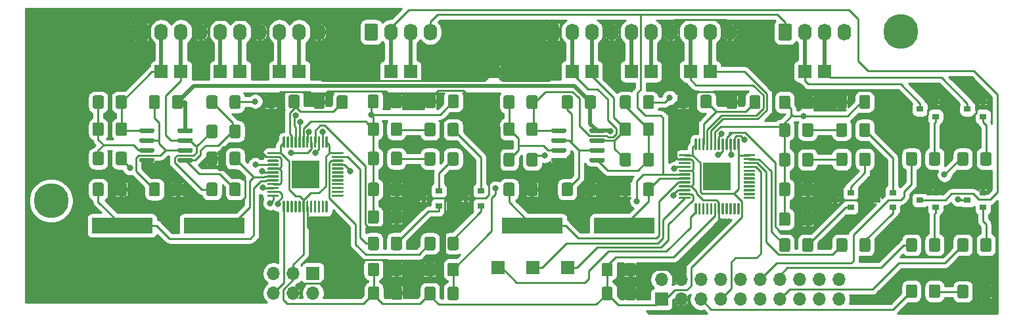
<source format=gtl>
G04 #@! TF.GenerationSoftware,KiCad,Pcbnew,5.1.6-c6e7f7d~86~ubuntu16.04.1*
G04 #@! TF.CreationDate,2020-07-30T20:45:57-03:00*
G04 #@! TF.ProjectId,principal_sm13,7072696e-6369-4706-916c-5f736d31332e,rev?*
G04 #@! TF.SameCoordinates,Original*
G04 #@! TF.FileFunction,Copper,L1,Top*
G04 #@! TF.FilePolarity,Positive*
%FSLAX46Y46*%
G04 Gerber Fmt 4.6, Leading zero omitted, Abs format (unit mm)*
G04 Created by KiCad (PCBNEW 5.1.6-c6e7f7d~86~ubuntu16.04.1) date 2020-07-30 20:45:57*
%MOMM*%
%LPD*%
G01*
G04 APERTURE LIST*
G04 #@! TA.AperFunction,ComponentPad*
%ADD10R,1.700000X1.700000*%
G04 #@! TD*
G04 #@! TA.AperFunction,ComponentPad*
%ADD11O,1.740000X2.190000*%
G04 #@! TD*
G04 #@! TA.AperFunction,SMDPad,CuDef*
%ADD12R,0.900000X0.800000*%
G04 #@! TD*
G04 #@! TA.AperFunction,SMDPad,CuDef*
%ADD13R,3.600000X3.600000*%
G04 #@! TD*
G04 #@! TA.AperFunction,SMDPad,CuDef*
%ADD14R,7.875000X2.000000*%
G04 #@! TD*
G04 #@! TA.AperFunction,ComponentPad*
%ADD15O,1.700000X1.700000*%
G04 #@! TD*
G04 #@! TA.AperFunction,ComponentPad*
%ADD16C,4.500000*%
G04 #@! TD*
G04 #@! TA.AperFunction,ViaPad*
%ADD17C,0.800000*%
G04 #@! TD*
G04 #@! TA.AperFunction,Conductor*
%ADD18C,0.254000*%
G04 #@! TD*
G04 #@! TA.AperFunction,Conductor*
%ADD19C,0.508000*%
G04 #@! TD*
G04 APERTURE END LIST*
D10*
X208696000Y-108953000D03*
X206156000Y-108953000D03*
X262036000Y-108953000D03*
X259496000Y-108953000D03*
X219376000Y-108965000D03*
X179116000Y-108953000D03*
X176576000Y-108953000D03*
X184196000Y-108953000D03*
X186736000Y-108953000D03*
X194356000Y-108953000D03*
X191816000Y-108953000D03*
X232056000Y-108953000D03*
X229516000Y-108953000D03*
X237136000Y-108953000D03*
X239676000Y-108953000D03*
X247296000Y-108953000D03*
X244756000Y-108953000D03*
X228940000Y-134295000D03*
X224455000Y-134295000D03*
X219970000Y-134295000D03*
G04 #@! TA.AperFunction,SMDPad,CuDef*
G36*
G01*
X191423000Y-112210000D02*
X191423000Y-113460000D01*
G75*
G02*
X191173000Y-113710000I-250000J0D01*
G01*
X190248000Y-113710000D01*
G75*
G02*
X189998000Y-113460000I0J250000D01*
G01*
X189998000Y-112210000D01*
G75*
G02*
X190248000Y-111960000I250000J0D01*
G01*
X191173000Y-111960000D01*
G75*
G02*
X191423000Y-112210000I0J-250000D01*
G01*
G37*
G04 #@! TD.AperFunction*
G04 #@! TA.AperFunction,SMDPad,CuDef*
G36*
G01*
X194398000Y-112210000D02*
X194398000Y-113460000D01*
G75*
G02*
X194148000Y-113710000I-250000J0D01*
G01*
X193223000Y-113710000D01*
G75*
G02*
X192973000Y-113460000I0J250000D01*
G01*
X192973000Y-112210000D01*
G75*
G02*
X193223000Y-111960000I250000J0D01*
G01*
X194148000Y-111960000D01*
G75*
G02*
X194398000Y-112210000I0J-250000D01*
G01*
G37*
G04 #@! TD.AperFunction*
G04 #@! TA.AperFunction,SMDPad,CuDef*
G36*
G01*
X244513000Y-112210000D02*
X244513000Y-113460000D01*
G75*
G02*
X244263000Y-113710000I-250000J0D01*
G01*
X243338000Y-113710000D01*
G75*
G02*
X243088000Y-113460000I0J250000D01*
G01*
X243088000Y-112210000D01*
G75*
G02*
X243338000Y-111960000I250000J0D01*
G01*
X244263000Y-111960000D01*
G75*
G02*
X244513000Y-112210000I0J-250000D01*
G01*
G37*
G04 #@! TD.AperFunction*
G04 #@! TA.AperFunction,SMDPad,CuDef*
G36*
G01*
X247488000Y-112210000D02*
X247488000Y-113460000D01*
G75*
G02*
X247238000Y-113710000I-250000J0D01*
G01*
X246313000Y-113710000D01*
G75*
G02*
X246063000Y-113460000I0J250000D01*
G01*
X246063000Y-112210000D01*
G75*
G02*
X246313000Y-111960000I250000J0D01*
G01*
X247238000Y-111960000D01*
G75*
G02*
X247488000Y-112210000I0J-250000D01*
G01*
G37*
G04 #@! TD.AperFunction*
G04 #@! TA.AperFunction,SMDPad,CuDef*
G36*
G01*
X275515000Y-137943000D02*
X275515000Y-136693000D01*
G75*
G02*
X275765000Y-136443000I250000J0D01*
G01*
X276690000Y-136443000D01*
G75*
G02*
X276940000Y-136693000I0J-250000D01*
G01*
X276940000Y-137943000D01*
G75*
G02*
X276690000Y-138193000I-250000J0D01*
G01*
X275765000Y-138193000D01*
G75*
G02*
X275515000Y-137943000I0J250000D01*
G01*
G37*
G04 #@! TD.AperFunction*
G04 #@! TA.AperFunction,SMDPad,CuDef*
G36*
G01*
X272540000Y-137943000D02*
X272540000Y-136693000D01*
G75*
G02*
X272790000Y-136443000I250000J0D01*
G01*
X273715000Y-136443000D01*
G75*
G02*
X273965000Y-136693000I0J-250000D01*
G01*
X273965000Y-137943000D01*
G75*
G02*
X273715000Y-138193000I-250000J0D01*
G01*
X272790000Y-138193000D01*
G75*
G02*
X272540000Y-137943000I0J250000D01*
G01*
G37*
G04 #@! TD.AperFunction*
G04 #@! TA.AperFunction,SMDPad,CuDef*
G36*
G01*
X280577000Y-136743000D02*
X280577000Y-137993000D01*
G75*
G02*
X280327000Y-138243000I-250000J0D01*
G01*
X279402000Y-138243000D01*
G75*
G02*
X279152000Y-137993000I0J250000D01*
G01*
X279152000Y-136743000D01*
G75*
G02*
X279402000Y-136493000I250000J0D01*
G01*
X280327000Y-136493000D01*
G75*
G02*
X280577000Y-136743000I0J-250000D01*
G01*
G37*
G04 #@! TD.AperFunction*
G04 #@! TA.AperFunction,SMDPad,CuDef*
G36*
G01*
X283552000Y-136743000D02*
X283552000Y-137993000D01*
G75*
G02*
X283302000Y-138243000I-250000J0D01*
G01*
X282377000Y-138243000D01*
G75*
G02*
X282127000Y-137993000I0J250000D01*
G01*
X282127000Y-136743000D01*
G75*
G02*
X282377000Y-136493000I250000J0D01*
G01*
X283302000Y-136493000D01*
G75*
G02*
X283552000Y-136743000I0J-250000D01*
G01*
G37*
G04 #@! TD.AperFunction*
D11*
X211236000Y-103865000D03*
X208696000Y-103865000D03*
X206156000Y-103865000D03*
G04 #@! TA.AperFunction,ComponentPad*
G36*
G01*
X202746000Y-104710001D02*
X202746000Y-103019999D01*
G75*
G02*
X202995999Y-102770000I249999J0D01*
G01*
X204236001Y-102770000D01*
G75*
G02*
X204486000Y-103019999I0J-249999D01*
G01*
X204486000Y-104710001D01*
G75*
G02*
X204236001Y-104960000I-249999J0D01*
G01*
X202995999Y-104960000D01*
G75*
G02*
X202746000Y-104710001I0J249999D01*
G01*
G37*
G04 #@! TD.AperFunction*
X264576000Y-103865000D03*
X262036000Y-103865000D03*
X259496000Y-103865000D03*
G04 #@! TA.AperFunction,ComponentPad*
G36*
G01*
X256086000Y-104710001D02*
X256086000Y-103019999D01*
G75*
G02*
X256335999Y-102770000I249999J0D01*
G01*
X257576001Y-102770000D01*
G75*
G02*
X257826000Y-103019999I0J-249999D01*
G01*
X257826000Y-104710001D01*
G75*
G02*
X257576001Y-104960000I-249999J0D01*
G01*
X256335999Y-104960000D01*
G75*
G02*
X256086000Y-104710001I0J249999D01*
G01*
G37*
G04 #@! TD.AperFunction*
X196896000Y-103865000D03*
X194356000Y-103865000D03*
X191816000Y-103865000D03*
X189276000Y-103865000D03*
X186736000Y-103865000D03*
X184196000Y-103865000D03*
X181656000Y-103865000D03*
X179116000Y-103865000D03*
X176576000Y-103865000D03*
G04 #@! TA.AperFunction,ComponentPad*
G36*
G01*
X173166000Y-104710001D02*
X173166000Y-103019999D01*
G75*
G02*
X173415999Y-102770000I249999J0D01*
G01*
X174656001Y-102770000D01*
G75*
G02*
X174906000Y-103019999I0J-249999D01*
G01*
X174906000Y-104710001D01*
G75*
G02*
X174656001Y-104960000I-249999J0D01*
G01*
X173415999Y-104960000D01*
G75*
G02*
X173166000Y-104710001I0J249999D01*
G01*
G37*
G04 #@! TD.AperFunction*
X249836000Y-103865000D03*
X247296000Y-103865000D03*
X244756000Y-103865000D03*
X242216000Y-103865000D03*
X239676000Y-103865000D03*
X237136000Y-103865000D03*
X234596000Y-103865000D03*
X232056000Y-103865000D03*
X229516000Y-103865000D03*
G04 #@! TA.AperFunction,ComponentPad*
G36*
G01*
X226106000Y-104710001D02*
X226106000Y-103019999D01*
G75*
G02*
X226355999Y-102770000I249999J0D01*
G01*
X227596001Y-102770000D01*
G75*
G02*
X227846000Y-103019999I0J-249999D01*
G01*
X227846000Y-104710001D01*
G75*
G02*
X227596001Y-104960000I-249999J0D01*
G01*
X226355999Y-104960000D01*
G75*
G02*
X226106000Y-104710001I0J249999D01*
G01*
G37*
G04 #@! TD.AperFunction*
G04 #@! TA.AperFunction,SMDPad,CuDef*
G36*
G01*
X273965000Y-130730000D02*
X273965000Y-131980000D01*
G75*
G02*
X273715000Y-132230000I-250000J0D01*
G01*
X272790000Y-132230000D01*
G75*
G02*
X272540000Y-131980000I0J250000D01*
G01*
X272540000Y-130730000D01*
G75*
G02*
X272790000Y-130480000I250000J0D01*
G01*
X273715000Y-130480000D01*
G75*
G02*
X273965000Y-130730000I0J-250000D01*
G01*
G37*
G04 #@! TD.AperFunction*
G04 #@! TA.AperFunction,SMDPad,CuDef*
G36*
G01*
X276940000Y-130730000D02*
X276940000Y-131980000D01*
G75*
G02*
X276690000Y-132230000I-250000J0D01*
G01*
X275765000Y-132230000D01*
G75*
G02*
X275515000Y-131980000I0J250000D01*
G01*
X275515000Y-130730000D01*
G75*
G02*
X275765000Y-130480000I250000J0D01*
G01*
X276690000Y-130480000D01*
G75*
G02*
X276940000Y-130730000I0J-250000D01*
G01*
G37*
G04 #@! TD.AperFunction*
G04 #@! TA.AperFunction,SMDPad,CuDef*
G36*
G01*
X280577000Y-130730000D02*
X280577000Y-131980000D01*
G75*
G02*
X280327000Y-132230000I-250000J0D01*
G01*
X279402000Y-132230000D01*
G75*
G02*
X279152000Y-131980000I0J250000D01*
G01*
X279152000Y-130730000D01*
G75*
G02*
X279402000Y-130480000I250000J0D01*
G01*
X280327000Y-130480000D01*
G75*
G02*
X280577000Y-130730000I0J-250000D01*
G01*
G37*
G04 #@! TD.AperFunction*
G04 #@! TA.AperFunction,SMDPad,CuDef*
G36*
G01*
X283552000Y-130730000D02*
X283552000Y-131980000D01*
G75*
G02*
X283302000Y-132230000I-250000J0D01*
G01*
X282377000Y-132230000D01*
G75*
G02*
X282127000Y-131980000I0J250000D01*
G01*
X282127000Y-130730000D01*
G75*
G02*
X282377000Y-130480000I250000J0D01*
G01*
X283302000Y-130480000D01*
G75*
G02*
X283552000Y-130730000I0J-250000D01*
G01*
G37*
G04 #@! TD.AperFunction*
G04 #@! TA.AperFunction,SMDPad,CuDef*
G36*
G01*
X273965000Y-119613000D02*
X273965000Y-120863000D01*
G75*
G02*
X273715000Y-121113000I-250000J0D01*
G01*
X272790000Y-121113000D01*
G75*
G02*
X272540000Y-120863000I0J250000D01*
G01*
X272540000Y-119613000D01*
G75*
G02*
X272790000Y-119363000I250000J0D01*
G01*
X273715000Y-119363000D01*
G75*
G02*
X273965000Y-119613000I0J-250000D01*
G01*
G37*
G04 #@! TD.AperFunction*
G04 #@! TA.AperFunction,SMDPad,CuDef*
G36*
G01*
X276940000Y-119613000D02*
X276940000Y-120863000D01*
G75*
G02*
X276690000Y-121113000I-250000J0D01*
G01*
X275765000Y-121113000D01*
G75*
G02*
X275515000Y-120863000I0J250000D01*
G01*
X275515000Y-119613000D01*
G75*
G02*
X275765000Y-119363000I250000J0D01*
G01*
X276690000Y-119363000D01*
G75*
G02*
X276940000Y-119613000I0J-250000D01*
G01*
G37*
G04 #@! TD.AperFunction*
G04 #@! TA.AperFunction,SMDPad,CuDef*
G36*
G01*
X280577000Y-119613000D02*
X280577000Y-120863000D01*
G75*
G02*
X280327000Y-121113000I-250000J0D01*
G01*
X279402000Y-121113000D01*
G75*
G02*
X279152000Y-120863000I0J250000D01*
G01*
X279152000Y-119613000D01*
G75*
G02*
X279402000Y-119363000I250000J0D01*
G01*
X280327000Y-119363000D01*
G75*
G02*
X280577000Y-119613000I0J-250000D01*
G01*
G37*
G04 #@! TD.AperFunction*
G04 #@! TA.AperFunction,SMDPad,CuDef*
G36*
G01*
X283552000Y-119613000D02*
X283552000Y-120863000D01*
G75*
G02*
X283302000Y-121113000I-250000J0D01*
G01*
X282377000Y-121113000D01*
G75*
G02*
X282127000Y-120863000I0J250000D01*
G01*
X282127000Y-119613000D01*
G75*
G02*
X282377000Y-119363000I250000J0D01*
G01*
X283302000Y-119363000D01*
G75*
G02*
X283552000Y-119613000I0J-250000D01*
G01*
G37*
G04 #@! TD.AperFunction*
D12*
X274340000Y-125535000D03*
X276340000Y-124585000D03*
X276340000Y-126485000D03*
X280452000Y-125535000D03*
X282452000Y-124585000D03*
X282452000Y-126485000D03*
X274340000Y-113810000D03*
X276340000Y-112860000D03*
X276340000Y-114760000D03*
X280452000Y-113810000D03*
X282452000Y-112860000D03*
X282452000Y-114760000D03*
G04 #@! TA.AperFunction,SMDPad,CuDef*
G36*
G01*
X213505000Y-113425000D02*
X213505000Y-112175000D01*
G75*
G02*
X213755000Y-111925000I250000J0D01*
G01*
X214680000Y-111925000D01*
G75*
G02*
X214930000Y-112175000I0J-250000D01*
G01*
X214930000Y-113425000D01*
G75*
G02*
X214680000Y-113675000I-250000J0D01*
G01*
X213755000Y-113675000D01*
G75*
G02*
X213505000Y-113425000I0J250000D01*
G01*
G37*
G04 #@! TD.AperFunction*
G04 #@! TA.AperFunction,SMDPad,CuDef*
G36*
G01*
X210530000Y-113425000D02*
X210530000Y-112175000D01*
G75*
G02*
X210780000Y-111925000I250000J0D01*
G01*
X211705000Y-111925000D01*
G75*
G02*
X211955000Y-112175000I0J-250000D01*
G01*
X211955000Y-113425000D01*
G75*
G02*
X211705000Y-113675000I-250000J0D01*
G01*
X210780000Y-113675000D01*
G75*
G02*
X210530000Y-113425000I0J250000D01*
G01*
G37*
G04 #@! TD.AperFunction*
G04 #@! TA.AperFunction,SMDPad,CuDef*
G36*
G01*
X206151000Y-113453000D02*
X206151000Y-112203000D01*
G75*
G02*
X206401000Y-111953000I250000J0D01*
G01*
X207326000Y-111953000D01*
G75*
G02*
X207576000Y-112203000I0J-250000D01*
G01*
X207576000Y-113453000D01*
G75*
G02*
X207326000Y-113703000I-250000J0D01*
G01*
X206401000Y-113703000D01*
G75*
G02*
X206151000Y-113453000I0J250000D01*
G01*
G37*
G04 #@! TD.AperFunction*
G04 #@! TA.AperFunction,SMDPad,CuDef*
G36*
G01*
X203176000Y-113453000D02*
X203176000Y-112203000D01*
G75*
G02*
X203426000Y-111953000I250000J0D01*
G01*
X204351000Y-111953000D01*
G75*
G02*
X204601000Y-112203000I0J-250000D01*
G01*
X204601000Y-113453000D01*
G75*
G02*
X204351000Y-113703000I-250000J0D01*
G01*
X203426000Y-113703000D01*
G75*
G02*
X203176000Y-113453000I0J250000D01*
G01*
G37*
G04 #@! TD.AperFunction*
G04 #@! TA.AperFunction,SMDPad,CuDef*
G36*
G01*
X207586000Y-130530000D02*
X207586000Y-131780000D01*
G75*
G02*
X207336000Y-132030000I-250000J0D01*
G01*
X206411000Y-132030000D01*
G75*
G02*
X206161000Y-131780000I0J250000D01*
G01*
X206161000Y-130530000D01*
G75*
G02*
X206411000Y-130280000I250000J0D01*
G01*
X207336000Y-130280000D01*
G75*
G02*
X207586000Y-130530000I0J-250000D01*
G01*
G37*
G04 #@! TD.AperFunction*
G04 #@! TA.AperFunction,SMDPad,CuDef*
G36*
G01*
X204611000Y-130530000D02*
X204611000Y-131780000D01*
G75*
G02*
X204361000Y-132030000I-250000J0D01*
G01*
X203436000Y-132030000D01*
G75*
G02*
X203186000Y-131780000I0J250000D01*
G01*
X203186000Y-130530000D01*
G75*
G02*
X203436000Y-130280000I250000J0D01*
G01*
X204361000Y-130280000D01*
G75*
G02*
X204611000Y-130530000I0J-250000D01*
G01*
G37*
G04 #@! TD.AperFunction*
G04 #@! TA.AperFunction,SMDPad,CuDef*
G36*
G01*
X210486000Y-138243000D02*
X210486000Y-136993000D01*
G75*
G02*
X210736000Y-136743000I250000J0D01*
G01*
X211661000Y-136743000D01*
G75*
G02*
X211911000Y-136993000I0J-250000D01*
G01*
X211911000Y-138243000D01*
G75*
G02*
X211661000Y-138493000I-250000J0D01*
G01*
X210736000Y-138493000D01*
G75*
G02*
X210486000Y-138243000I0J250000D01*
G01*
G37*
G04 #@! TD.AperFunction*
G04 #@! TA.AperFunction,SMDPad,CuDef*
G36*
G01*
X213461000Y-138243000D02*
X213461000Y-136993000D01*
G75*
G02*
X213711000Y-136743000I250000J0D01*
G01*
X214636000Y-136743000D01*
G75*
G02*
X214886000Y-136993000I0J-250000D01*
G01*
X214886000Y-138243000D01*
G75*
G02*
X214636000Y-138493000I-250000J0D01*
G01*
X213711000Y-138493000D01*
G75*
G02*
X213461000Y-138243000I0J250000D01*
G01*
G37*
G04 #@! TD.AperFunction*
G04 #@! TA.AperFunction,SMDPad,CuDef*
G36*
G01*
X256183000Y-117130000D02*
X256183000Y-115880000D01*
G75*
G02*
X256433000Y-115630000I250000J0D01*
G01*
X257358000Y-115630000D01*
G75*
G02*
X257608000Y-115880000I0J-250000D01*
G01*
X257608000Y-117130000D01*
G75*
G02*
X257358000Y-117380000I-250000J0D01*
G01*
X256433000Y-117380000D01*
G75*
G02*
X256183000Y-117130000I0J250000D01*
G01*
G37*
G04 #@! TD.AperFunction*
G04 #@! TA.AperFunction,SMDPad,CuDef*
G36*
G01*
X259158000Y-117130000D02*
X259158000Y-115880000D01*
G75*
G02*
X259408000Y-115630000I250000J0D01*
G01*
X260333000Y-115630000D01*
G75*
G02*
X260583000Y-115880000I0J-250000D01*
G01*
X260583000Y-117130000D01*
G75*
G02*
X260333000Y-117380000I-250000J0D01*
G01*
X259408000Y-117380000D01*
G75*
G02*
X259158000Y-117130000I0J250000D01*
G01*
G37*
G04 #@! TD.AperFunction*
G04 #@! TA.AperFunction,SMDPad,CuDef*
G36*
G01*
X256183000Y-124805000D02*
X256183000Y-123555000D01*
G75*
G02*
X256433000Y-123305000I250000J0D01*
G01*
X257358000Y-123305000D01*
G75*
G02*
X257608000Y-123555000I0J-250000D01*
G01*
X257608000Y-124805000D01*
G75*
G02*
X257358000Y-125055000I-250000J0D01*
G01*
X256433000Y-125055000D01*
G75*
G02*
X256183000Y-124805000I0J250000D01*
G01*
G37*
G04 #@! TD.AperFunction*
G04 #@! TA.AperFunction,SMDPad,CuDef*
G36*
G01*
X259158000Y-124805000D02*
X259158000Y-123555000D01*
G75*
G02*
X259408000Y-123305000I250000J0D01*
G01*
X260333000Y-123305000D01*
G75*
G02*
X260583000Y-123555000I0J-250000D01*
G01*
X260583000Y-124805000D01*
G75*
G02*
X260333000Y-125055000I-250000J0D01*
G01*
X259408000Y-125055000D01*
G75*
G02*
X259158000Y-124805000I0J250000D01*
G01*
G37*
G04 #@! TD.AperFunction*
G04 #@! TA.AperFunction,SMDPad,CuDef*
G36*
G01*
X264977000Y-130730000D02*
X264977000Y-131980000D01*
G75*
G02*
X264727000Y-132230000I-250000J0D01*
G01*
X263802000Y-132230000D01*
G75*
G02*
X263552000Y-131980000I0J250000D01*
G01*
X263552000Y-130730000D01*
G75*
G02*
X263802000Y-130480000I250000J0D01*
G01*
X264727000Y-130480000D01*
G75*
G02*
X264977000Y-130730000I0J-250000D01*
G01*
G37*
G04 #@! TD.AperFunction*
G04 #@! TA.AperFunction,SMDPad,CuDef*
G36*
G01*
X267952000Y-130730000D02*
X267952000Y-131980000D01*
G75*
G02*
X267702000Y-132230000I-250000J0D01*
G01*
X266777000Y-132230000D01*
G75*
G02*
X266527000Y-131980000I0J250000D01*
G01*
X266527000Y-130730000D01*
G75*
G02*
X266777000Y-130480000I250000J0D01*
G01*
X267702000Y-130480000D01*
G75*
G02*
X267952000Y-130730000I0J-250000D01*
G01*
G37*
G04 #@! TD.AperFunction*
G04 #@! TA.AperFunction,SMDPad,CuDef*
G36*
G01*
X243288000Y-119840000D02*
X243288000Y-119690000D01*
G75*
G02*
X243363000Y-119615000I75000J0D01*
G01*
X244688000Y-119615000D01*
G75*
G02*
X244763000Y-119690000I0J-75000D01*
G01*
X244763000Y-119840000D01*
G75*
G02*
X244688000Y-119915000I-75000J0D01*
G01*
X243363000Y-119915000D01*
G75*
G02*
X243288000Y-119840000I0J75000D01*
G01*
G37*
G04 #@! TD.AperFunction*
G04 #@! TA.AperFunction,SMDPad,CuDef*
G36*
G01*
X243288000Y-120340000D02*
X243288000Y-120190000D01*
G75*
G02*
X243363000Y-120115000I75000J0D01*
G01*
X244688000Y-120115000D01*
G75*
G02*
X244763000Y-120190000I0J-75000D01*
G01*
X244763000Y-120340000D01*
G75*
G02*
X244688000Y-120415000I-75000J0D01*
G01*
X243363000Y-120415000D01*
G75*
G02*
X243288000Y-120340000I0J75000D01*
G01*
G37*
G04 #@! TD.AperFunction*
G04 #@! TA.AperFunction,SMDPad,CuDef*
G36*
G01*
X243288000Y-120840000D02*
X243288000Y-120690000D01*
G75*
G02*
X243363000Y-120615000I75000J0D01*
G01*
X244688000Y-120615000D01*
G75*
G02*
X244763000Y-120690000I0J-75000D01*
G01*
X244763000Y-120840000D01*
G75*
G02*
X244688000Y-120915000I-75000J0D01*
G01*
X243363000Y-120915000D01*
G75*
G02*
X243288000Y-120840000I0J75000D01*
G01*
G37*
G04 #@! TD.AperFunction*
G04 #@! TA.AperFunction,SMDPad,CuDef*
G36*
G01*
X243288000Y-121340000D02*
X243288000Y-121190000D01*
G75*
G02*
X243363000Y-121115000I75000J0D01*
G01*
X244688000Y-121115000D01*
G75*
G02*
X244763000Y-121190000I0J-75000D01*
G01*
X244763000Y-121340000D01*
G75*
G02*
X244688000Y-121415000I-75000J0D01*
G01*
X243363000Y-121415000D01*
G75*
G02*
X243288000Y-121340000I0J75000D01*
G01*
G37*
G04 #@! TD.AperFunction*
G04 #@! TA.AperFunction,SMDPad,CuDef*
G36*
G01*
X243288000Y-121840000D02*
X243288000Y-121690000D01*
G75*
G02*
X243363000Y-121615000I75000J0D01*
G01*
X244688000Y-121615000D01*
G75*
G02*
X244763000Y-121690000I0J-75000D01*
G01*
X244763000Y-121840000D01*
G75*
G02*
X244688000Y-121915000I-75000J0D01*
G01*
X243363000Y-121915000D01*
G75*
G02*
X243288000Y-121840000I0J75000D01*
G01*
G37*
G04 #@! TD.AperFunction*
G04 #@! TA.AperFunction,SMDPad,CuDef*
G36*
G01*
X243288000Y-122340000D02*
X243288000Y-122190000D01*
G75*
G02*
X243363000Y-122115000I75000J0D01*
G01*
X244688000Y-122115000D01*
G75*
G02*
X244763000Y-122190000I0J-75000D01*
G01*
X244763000Y-122340000D01*
G75*
G02*
X244688000Y-122415000I-75000J0D01*
G01*
X243363000Y-122415000D01*
G75*
G02*
X243288000Y-122340000I0J75000D01*
G01*
G37*
G04 #@! TD.AperFunction*
G04 #@! TA.AperFunction,SMDPad,CuDef*
G36*
G01*
X243288000Y-122840000D02*
X243288000Y-122690000D01*
G75*
G02*
X243363000Y-122615000I75000J0D01*
G01*
X244688000Y-122615000D01*
G75*
G02*
X244763000Y-122690000I0J-75000D01*
G01*
X244763000Y-122840000D01*
G75*
G02*
X244688000Y-122915000I-75000J0D01*
G01*
X243363000Y-122915000D01*
G75*
G02*
X243288000Y-122840000I0J75000D01*
G01*
G37*
G04 #@! TD.AperFunction*
G04 #@! TA.AperFunction,SMDPad,CuDef*
G36*
G01*
X243288000Y-123340000D02*
X243288000Y-123190000D01*
G75*
G02*
X243363000Y-123115000I75000J0D01*
G01*
X244688000Y-123115000D01*
G75*
G02*
X244763000Y-123190000I0J-75000D01*
G01*
X244763000Y-123340000D01*
G75*
G02*
X244688000Y-123415000I-75000J0D01*
G01*
X243363000Y-123415000D01*
G75*
G02*
X243288000Y-123340000I0J75000D01*
G01*
G37*
G04 #@! TD.AperFunction*
G04 #@! TA.AperFunction,SMDPad,CuDef*
G36*
G01*
X243288000Y-123840000D02*
X243288000Y-123690000D01*
G75*
G02*
X243363000Y-123615000I75000J0D01*
G01*
X244688000Y-123615000D01*
G75*
G02*
X244763000Y-123690000I0J-75000D01*
G01*
X244763000Y-123840000D01*
G75*
G02*
X244688000Y-123915000I-75000J0D01*
G01*
X243363000Y-123915000D01*
G75*
G02*
X243288000Y-123840000I0J75000D01*
G01*
G37*
G04 #@! TD.AperFunction*
G04 #@! TA.AperFunction,SMDPad,CuDef*
G36*
G01*
X243288000Y-124340000D02*
X243288000Y-124190000D01*
G75*
G02*
X243363000Y-124115000I75000J0D01*
G01*
X244688000Y-124115000D01*
G75*
G02*
X244763000Y-124190000I0J-75000D01*
G01*
X244763000Y-124340000D01*
G75*
G02*
X244688000Y-124415000I-75000J0D01*
G01*
X243363000Y-124415000D01*
G75*
G02*
X243288000Y-124340000I0J75000D01*
G01*
G37*
G04 #@! TD.AperFunction*
G04 #@! TA.AperFunction,SMDPad,CuDef*
G36*
G01*
X243288000Y-124840000D02*
X243288000Y-124690000D01*
G75*
G02*
X243363000Y-124615000I75000J0D01*
G01*
X244688000Y-124615000D01*
G75*
G02*
X244763000Y-124690000I0J-75000D01*
G01*
X244763000Y-124840000D01*
G75*
G02*
X244688000Y-124915000I-75000J0D01*
G01*
X243363000Y-124915000D01*
G75*
G02*
X243288000Y-124840000I0J75000D01*
G01*
G37*
G04 #@! TD.AperFunction*
G04 #@! TA.AperFunction,SMDPad,CuDef*
G36*
G01*
X243288000Y-125340000D02*
X243288000Y-125190000D01*
G75*
G02*
X243363000Y-125115000I75000J0D01*
G01*
X244688000Y-125115000D01*
G75*
G02*
X244763000Y-125190000I0J-75000D01*
G01*
X244763000Y-125340000D01*
G75*
G02*
X244688000Y-125415000I-75000J0D01*
G01*
X243363000Y-125415000D01*
G75*
G02*
X243288000Y-125340000I0J75000D01*
G01*
G37*
G04 #@! TD.AperFunction*
G04 #@! TA.AperFunction,SMDPad,CuDef*
G36*
G01*
X245288000Y-127340000D02*
X245288000Y-126015000D01*
G75*
G02*
X245363000Y-125940000I75000J0D01*
G01*
X245513000Y-125940000D01*
G75*
G02*
X245588000Y-126015000I0J-75000D01*
G01*
X245588000Y-127340000D01*
G75*
G02*
X245513000Y-127415000I-75000J0D01*
G01*
X245363000Y-127415000D01*
G75*
G02*
X245288000Y-127340000I0J75000D01*
G01*
G37*
G04 #@! TD.AperFunction*
G04 #@! TA.AperFunction,SMDPad,CuDef*
G36*
G01*
X245788000Y-127340000D02*
X245788000Y-126015000D01*
G75*
G02*
X245863000Y-125940000I75000J0D01*
G01*
X246013000Y-125940000D01*
G75*
G02*
X246088000Y-126015000I0J-75000D01*
G01*
X246088000Y-127340000D01*
G75*
G02*
X246013000Y-127415000I-75000J0D01*
G01*
X245863000Y-127415000D01*
G75*
G02*
X245788000Y-127340000I0J75000D01*
G01*
G37*
G04 #@! TD.AperFunction*
G04 #@! TA.AperFunction,SMDPad,CuDef*
G36*
G01*
X246288000Y-127340000D02*
X246288000Y-126015000D01*
G75*
G02*
X246363000Y-125940000I75000J0D01*
G01*
X246513000Y-125940000D01*
G75*
G02*
X246588000Y-126015000I0J-75000D01*
G01*
X246588000Y-127340000D01*
G75*
G02*
X246513000Y-127415000I-75000J0D01*
G01*
X246363000Y-127415000D01*
G75*
G02*
X246288000Y-127340000I0J75000D01*
G01*
G37*
G04 #@! TD.AperFunction*
G04 #@! TA.AperFunction,SMDPad,CuDef*
G36*
G01*
X246788000Y-127340000D02*
X246788000Y-126015000D01*
G75*
G02*
X246863000Y-125940000I75000J0D01*
G01*
X247013000Y-125940000D01*
G75*
G02*
X247088000Y-126015000I0J-75000D01*
G01*
X247088000Y-127340000D01*
G75*
G02*
X247013000Y-127415000I-75000J0D01*
G01*
X246863000Y-127415000D01*
G75*
G02*
X246788000Y-127340000I0J75000D01*
G01*
G37*
G04 #@! TD.AperFunction*
G04 #@! TA.AperFunction,SMDPad,CuDef*
G36*
G01*
X247288000Y-127340000D02*
X247288000Y-126015000D01*
G75*
G02*
X247363000Y-125940000I75000J0D01*
G01*
X247513000Y-125940000D01*
G75*
G02*
X247588000Y-126015000I0J-75000D01*
G01*
X247588000Y-127340000D01*
G75*
G02*
X247513000Y-127415000I-75000J0D01*
G01*
X247363000Y-127415000D01*
G75*
G02*
X247288000Y-127340000I0J75000D01*
G01*
G37*
G04 #@! TD.AperFunction*
G04 #@! TA.AperFunction,SMDPad,CuDef*
G36*
G01*
X247788000Y-127340000D02*
X247788000Y-126015000D01*
G75*
G02*
X247863000Y-125940000I75000J0D01*
G01*
X248013000Y-125940000D01*
G75*
G02*
X248088000Y-126015000I0J-75000D01*
G01*
X248088000Y-127340000D01*
G75*
G02*
X248013000Y-127415000I-75000J0D01*
G01*
X247863000Y-127415000D01*
G75*
G02*
X247788000Y-127340000I0J75000D01*
G01*
G37*
G04 #@! TD.AperFunction*
G04 #@! TA.AperFunction,SMDPad,CuDef*
G36*
G01*
X248288000Y-127340000D02*
X248288000Y-126015000D01*
G75*
G02*
X248363000Y-125940000I75000J0D01*
G01*
X248513000Y-125940000D01*
G75*
G02*
X248588000Y-126015000I0J-75000D01*
G01*
X248588000Y-127340000D01*
G75*
G02*
X248513000Y-127415000I-75000J0D01*
G01*
X248363000Y-127415000D01*
G75*
G02*
X248288000Y-127340000I0J75000D01*
G01*
G37*
G04 #@! TD.AperFunction*
G04 #@! TA.AperFunction,SMDPad,CuDef*
G36*
G01*
X248788000Y-127340000D02*
X248788000Y-126015000D01*
G75*
G02*
X248863000Y-125940000I75000J0D01*
G01*
X249013000Y-125940000D01*
G75*
G02*
X249088000Y-126015000I0J-75000D01*
G01*
X249088000Y-127340000D01*
G75*
G02*
X249013000Y-127415000I-75000J0D01*
G01*
X248863000Y-127415000D01*
G75*
G02*
X248788000Y-127340000I0J75000D01*
G01*
G37*
G04 #@! TD.AperFunction*
G04 #@! TA.AperFunction,SMDPad,CuDef*
G36*
G01*
X249288000Y-127340000D02*
X249288000Y-126015000D01*
G75*
G02*
X249363000Y-125940000I75000J0D01*
G01*
X249513000Y-125940000D01*
G75*
G02*
X249588000Y-126015000I0J-75000D01*
G01*
X249588000Y-127340000D01*
G75*
G02*
X249513000Y-127415000I-75000J0D01*
G01*
X249363000Y-127415000D01*
G75*
G02*
X249288000Y-127340000I0J75000D01*
G01*
G37*
G04 #@! TD.AperFunction*
G04 #@! TA.AperFunction,SMDPad,CuDef*
G36*
G01*
X249788000Y-127340000D02*
X249788000Y-126015000D01*
G75*
G02*
X249863000Y-125940000I75000J0D01*
G01*
X250013000Y-125940000D01*
G75*
G02*
X250088000Y-126015000I0J-75000D01*
G01*
X250088000Y-127340000D01*
G75*
G02*
X250013000Y-127415000I-75000J0D01*
G01*
X249863000Y-127415000D01*
G75*
G02*
X249788000Y-127340000I0J75000D01*
G01*
G37*
G04 #@! TD.AperFunction*
G04 #@! TA.AperFunction,SMDPad,CuDef*
G36*
G01*
X250288000Y-127340000D02*
X250288000Y-126015000D01*
G75*
G02*
X250363000Y-125940000I75000J0D01*
G01*
X250513000Y-125940000D01*
G75*
G02*
X250588000Y-126015000I0J-75000D01*
G01*
X250588000Y-127340000D01*
G75*
G02*
X250513000Y-127415000I-75000J0D01*
G01*
X250363000Y-127415000D01*
G75*
G02*
X250288000Y-127340000I0J75000D01*
G01*
G37*
G04 #@! TD.AperFunction*
G04 #@! TA.AperFunction,SMDPad,CuDef*
G36*
G01*
X250788000Y-127340000D02*
X250788000Y-126015000D01*
G75*
G02*
X250863000Y-125940000I75000J0D01*
G01*
X251013000Y-125940000D01*
G75*
G02*
X251088000Y-126015000I0J-75000D01*
G01*
X251088000Y-127340000D01*
G75*
G02*
X251013000Y-127415000I-75000J0D01*
G01*
X250863000Y-127415000D01*
G75*
G02*
X250788000Y-127340000I0J75000D01*
G01*
G37*
G04 #@! TD.AperFunction*
G04 #@! TA.AperFunction,SMDPad,CuDef*
G36*
G01*
X251613000Y-125340000D02*
X251613000Y-125190000D01*
G75*
G02*
X251688000Y-125115000I75000J0D01*
G01*
X253013000Y-125115000D01*
G75*
G02*
X253088000Y-125190000I0J-75000D01*
G01*
X253088000Y-125340000D01*
G75*
G02*
X253013000Y-125415000I-75000J0D01*
G01*
X251688000Y-125415000D01*
G75*
G02*
X251613000Y-125340000I0J75000D01*
G01*
G37*
G04 #@! TD.AperFunction*
G04 #@! TA.AperFunction,SMDPad,CuDef*
G36*
G01*
X251613000Y-124840000D02*
X251613000Y-124690000D01*
G75*
G02*
X251688000Y-124615000I75000J0D01*
G01*
X253013000Y-124615000D01*
G75*
G02*
X253088000Y-124690000I0J-75000D01*
G01*
X253088000Y-124840000D01*
G75*
G02*
X253013000Y-124915000I-75000J0D01*
G01*
X251688000Y-124915000D01*
G75*
G02*
X251613000Y-124840000I0J75000D01*
G01*
G37*
G04 #@! TD.AperFunction*
G04 #@! TA.AperFunction,SMDPad,CuDef*
G36*
G01*
X251613000Y-124340000D02*
X251613000Y-124190000D01*
G75*
G02*
X251688000Y-124115000I75000J0D01*
G01*
X253013000Y-124115000D01*
G75*
G02*
X253088000Y-124190000I0J-75000D01*
G01*
X253088000Y-124340000D01*
G75*
G02*
X253013000Y-124415000I-75000J0D01*
G01*
X251688000Y-124415000D01*
G75*
G02*
X251613000Y-124340000I0J75000D01*
G01*
G37*
G04 #@! TD.AperFunction*
G04 #@! TA.AperFunction,SMDPad,CuDef*
G36*
G01*
X251613000Y-123840000D02*
X251613000Y-123690000D01*
G75*
G02*
X251688000Y-123615000I75000J0D01*
G01*
X253013000Y-123615000D01*
G75*
G02*
X253088000Y-123690000I0J-75000D01*
G01*
X253088000Y-123840000D01*
G75*
G02*
X253013000Y-123915000I-75000J0D01*
G01*
X251688000Y-123915000D01*
G75*
G02*
X251613000Y-123840000I0J75000D01*
G01*
G37*
G04 #@! TD.AperFunction*
G04 #@! TA.AperFunction,SMDPad,CuDef*
G36*
G01*
X251613000Y-123340000D02*
X251613000Y-123190000D01*
G75*
G02*
X251688000Y-123115000I75000J0D01*
G01*
X253013000Y-123115000D01*
G75*
G02*
X253088000Y-123190000I0J-75000D01*
G01*
X253088000Y-123340000D01*
G75*
G02*
X253013000Y-123415000I-75000J0D01*
G01*
X251688000Y-123415000D01*
G75*
G02*
X251613000Y-123340000I0J75000D01*
G01*
G37*
G04 #@! TD.AperFunction*
G04 #@! TA.AperFunction,SMDPad,CuDef*
G36*
G01*
X251613000Y-122840000D02*
X251613000Y-122690000D01*
G75*
G02*
X251688000Y-122615000I75000J0D01*
G01*
X253013000Y-122615000D01*
G75*
G02*
X253088000Y-122690000I0J-75000D01*
G01*
X253088000Y-122840000D01*
G75*
G02*
X253013000Y-122915000I-75000J0D01*
G01*
X251688000Y-122915000D01*
G75*
G02*
X251613000Y-122840000I0J75000D01*
G01*
G37*
G04 #@! TD.AperFunction*
G04 #@! TA.AperFunction,SMDPad,CuDef*
G36*
G01*
X251613000Y-122340000D02*
X251613000Y-122190000D01*
G75*
G02*
X251688000Y-122115000I75000J0D01*
G01*
X253013000Y-122115000D01*
G75*
G02*
X253088000Y-122190000I0J-75000D01*
G01*
X253088000Y-122340000D01*
G75*
G02*
X253013000Y-122415000I-75000J0D01*
G01*
X251688000Y-122415000D01*
G75*
G02*
X251613000Y-122340000I0J75000D01*
G01*
G37*
G04 #@! TD.AperFunction*
G04 #@! TA.AperFunction,SMDPad,CuDef*
G36*
G01*
X251613000Y-121840000D02*
X251613000Y-121690000D01*
G75*
G02*
X251688000Y-121615000I75000J0D01*
G01*
X253013000Y-121615000D01*
G75*
G02*
X253088000Y-121690000I0J-75000D01*
G01*
X253088000Y-121840000D01*
G75*
G02*
X253013000Y-121915000I-75000J0D01*
G01*
X251688000Y-121915000D01*
G75*
G02*
X251613000Y-121840000I0J75000D01*
G01*
G37*
G04 #@! TD.AperFunction*
G04 #@! TA.AperFunction,SMDPad,CuDef*
G36*
G01*
X251613000Y-121340000D02*
X251613000Y-121190000D01*
G75*
G02*
X251688000Y-121115000I75000J0D01*
G01*
X253013000Y-121115000D01*
G75*
G02*
X253088000Y-121190000I0J-75000D01*
G01*
X253088000Y-121340000D01*
G75*
G02*
X253013000Y-121415000I-75000J0D01*
G01*
X251688000Y-121415000D01*
G75*
G02*
X251613000Y-121340000I0J75000D01*
G01*
G37*
G04 #@! TD.AperFunction*
G04 #@! TA.AperFunction,SMDPad,CuDef*
G36*
G01*
X251613000Y-120840000D02*
X251613000Y-120690000D01*
G75*
G02*
X251688000Y-120615000I75000J0D01*
G01*
X253013000Y-120615000D01*
G75*
G02*
X253088000Y-120690000I0J-75000D01*
G01*
X253088000Y-120840000D01*
G75*
G02*
X253013000Y-120915000I-75000J0D01*
G01*
X251688000Y-120915000D01*
G75*
G02*
X251613000Y-120840000I0J75000D01*
G01*
G37*
G04 #@! TD.AperFunction*
G04 #@! TA.AperFunction,SMDPad,CuDef*
G36*
G01*
X251613000Y-120340000D02*
X251613000Y-120190000D01*
G75*
G02*
X251688000Y-120115000I75000J0D01*
G01*
X253013000Y-120115000D01*
G75*
G02*
X253088000Y-120190000I0J-75000D01*
G01*
X253088000Y-120340000D01*
G75*
G02*
X253013000Y-120415000I-75000J0D01*
G01*
X251688000Y-120415000D01*
G75*
G02*
X251613000Y-120340000I0J75000D01*
G01*
G37*
G04 #@! TD.AperFunction*
G04 #@! TA.AperFunction,SMDPad,CuDef*
G36*
G01*
X251613000Y-119840000D02*
X251613000Y-119690000D01*
G75*
G02*
X251688000Y-119615000I75000J0D01*
G01*
X253013000Y-119615000D01*
G75*
G02*
X253088000Y-119690000I0J-75000D01*
G01*
X253088000Y-119840000D01*
G75*
G02*
X253013000Y-119915000I-75000J0D01*
G01*
X251688000Y-119915000D01*
G75*
G02*
X251613000Y-119840000I0J75000D01*
G01*
G37*
G04 #@! TD.AperFunction*
G04 #@! TA.AperFunction,SMDPad,CuDef*
G36*
G01*
X250788000Y-119015000D02*
X250788000Y-117690000D01*
G75*
G02*
X250863000Y-117615000I75000J0D01*
G01*
X251013000Y-117615000D01*
G75*
G02*
X251088000Y-117690000I0J-75000D01*
G01*
X251088000Y-119015000D01*
G75*
G02*
X251013000Y-119090000I-75000J0D01*
G01*
X250863000Y-119090000D01*
G75*
G02*
X250788000Y-119015000I0J75000D01*
G01*
G37*
G04 #@! TD.AperFunction*
G04 #@! TA.AperFunction,SMDPad,CuDef*
G36*
G01*
X250288000Y-119015000D02*
X250288000Y-117690000D01*
G75*
G02*
X250363000Y-117615000I75000J0D01*
G01*
X250513000Y-117615000D01*
G75*
G02*
X250588000Y-117690000I0J-75000D01*
G01*
X250588000Y-119015000D01*
G75*
G02*
X250513000Y-119090000I-75000J0D01*
G01*
X250363000Y-119090000D01*
G75*
G02*
X250288000Y-119015000I0J75000D01*
G01*
G37*
G04 #@! TD.AperFunction*
G04 #@! TA.AperFunction,SMDPad,CuDef*
G36*
G01*
X249788000Y-119015000D02*
X249788000Y-117690000D01*
G75*
G02*
X249863000Y-117615000I75000J0D01*
G01*
X250013000Y-117615000D01*
G75*
G02*
X250088000Y-117690000I0J-75000D01*
G01*
X250088000Y-119015000D01*
G75*
G02*
X250013000Y-119090000I-75000J0D01*
G01*
X249863000Y-119090000D01*
G75*
G02*
X249788000Y-119015000I0J75000D01*
G01*
G37*
G04 #@! TD.AperFunction*
G04 #@! TA.AperFunction,SMDPad,CuDef*
G36*
G01*
X249288000Y-119015000D02*
X249288000Y-117690000D01*
G75*
G02*
X249363000Y-117615000I75000J0D01*
G01*
X249513000Y-117615000D01*
G75*
G02*
X249588000Y-117690000I0J-75000D01*
G01*
X249588000Y-119015000D01*
G75*
G02*
X249513000Y-119090000I-75000J0D01*
G01*
X249363000Y-119090000D01*
G75*
G02*
X249288000Y-119015000I0J75000D01*
G01*
G37*
G04 #@! TD.AperFunction*
G04 #@! TA.AperFunction,SMDPad,CuDef*
G36*
G01*
X248788000Y-119015000D02*
X248788000Y-117690000D01*
G75*
G02*
X248863000Y-117615000I75000J0D01*
G01*
X249013000Y-117615000D01*
G75*
G02*
X249088000Y-117690000I0J-75000D01*
G01*
X249088000Y-119015000D01*
G75*
G02*
X249013000Y-119090000I-75000J0D01*
G01*
X248863000Y-119090000D01*
G75*
G02*
X248788000Y-119015000I0J75000D01*
G01*
G37*
G04 #@! TD.AperFunction*
G04 #@! TA.AperFunction,SMDPad,CuDef*
G36*
G01*
X248288000Y-119015000D02*
X248288000Y-117690000D01*
G75*
G02*
X248363000Y-117615000I75000J0D01*
G01*
X248513000Y-117615000D01*
G75*
G02*
X248588000Y-117690000I0J-75000D01*
G01*
X248588000Y-119015000D01*
G75*
G02*
X248513000Y-119090000I-75000J0D01*
G01*
X248363000Y-119090000D01*
G75*
G02*
X248288000Y-119015000I0J75000D01*
G01*
G37*
G04 #@! TD.AperFunction*
G04 #@! TA.AperFunction,SMDPad,CuDef*
G36*
G01*
X247788000Y-119015000D02*
X247788000Y-117690000D01*
G75*
G02*
X247863000Y-117615000I75000J0D01*
G01*
X248013000Y-117615000D01*
G75*
G02*
X248088000Y-117690000I0J-75000D01*
G01*
X248088000Y-119015000D01*
G75*
G02*
X248013000Y-119090000I-75000J0D01*
G01*
X247863000Y-119090000D01*
G75*
G02*
X247788000Y-119015000I0J75000D01*
G01*
G37*
G04 #@! TD.AperFunction*
G04 #@! TA.AperFunction,SMDPad,CuDef*
G36*
G01*
X247288000Y-119015000D02*
X247288000Y-117690000D01*
G75*
G02*
X247363000Y-117615000I75000J0D01*
G01*
X247513000Y-117615000D01*
G75*
G02*
X247588000Y-117690000I0J-75000D01*
G01*
X247588000Y-119015000D01*
G75*
G02*
X247513000Y-119090000I-75000J0D01*
G01*
X247363000Y-119090000D01*
G75*
G02*
X247288000Y-119015000I0J75000D01*
G01*
G37*
G04 #@! TD.AperFunction*
G04 #@! TA.AperFunction,SMDPad,CuDef*
G36*
G01*
X246788000Y-119015000D02*
X246788000Y-117690000D01*
G75*
G02*
X246863000Y-117615000I75000J0D01*
G01*
X247013000Y-117615000D01*
G75*
G02*
X247088000Y-117690000I0J-75000D01*
G01*
X247088000Y-119015000D01*
G75*
G02*
X247013000Y-119090000I-75000J0D01*
G01*
X246863000Y-119090000D01*
G75*
G02*
X246788000Y-119015000I0J75000D01*
G01*
G37*
G04 #@! TD.AperFunction*
G04 #@! TA.AperFunction,SMDPad,CuDef*
G36*
G01*
X246288000Y-119015000D02*
X246288000Y-117690000D01*
G75*
G02*
X246363000Y-117615000I75000J0D01*
G01*
X246513000Y-117615000D01*
G75*
G02*
X246588000Y-117690000I0J-75000D01*
G01*
X246588000Y-119015000D01*
G75*
G02*
X246513000Y-119090000I-75000J0D01*
G01*
X246363000Y-119090000D01*
G75*
G02*
X246288000Y-119015000I0J75000D01*
G01*
G37*
G04 #@! TD.AperFunction*
G04 #@! TA.AperFunction,SMDPad,CuDef*
G36*
G01*
X245788000Y-119015000D02*
X245788000Y-117690000D01*
G75*
G02*
X245863000Y-117615000I75000J0D01*
G01*
X246013000Y-117615000D01*
G75*
G02*
X246088000Y-117690000I0J-75000D01*
G01*
X246088000Y-119015000D01*
G75*
G02*
X246013000Y-119090000I-75000J0D01*
G01*
X245863000Y-119090000D01*
G75*
G02*
X245788000Y-119015000I0J75000D01*
G01*
G37*
G04 #@! TD.AperFunction*
G04 #@! TA.AperFunction,SMDPad,CuDef*
G36*
G01*
X245288000Y-119015000D02*
X245288000Y-117690000D01*
G75*
G02*
X245363000Y-117615000I75000J0D01*
G01*
X245513000Y-117615000D01*
G75*
G02*
X245588000Y-117690000I0J-75000D01*
G01*
X245588000Y-119015000D01*
G75*
G02*
X245513000Y-119090000I-75000J0D01*
G01*
X245363000Y-119090000D01*
G75*
G02*
X245288000Y-119015000I0J75000D01*
G01*
G37*
G04 #@! TD.AperFunction*
D13*
X248188000Y-122515000D03*
G04 #@! TA.AperFunction,SMDPad,CuDef*
G36*
G01*
X190243000Y-119565000D02*
X190243000Y-119415000D01*
G75*
G02*
X190318000Y-119340000I75000J0D01*
G01*
X191643000Y-119340000D01*
G75*
G02*
X191718000Y-119415000I0J-75000D01*
G01*
X191718000Y-119565000D01*
G75*
G02*
X191643000Y-119640000I-75000J0D01*
G01*
X190318000Y-119640000D01*
G75*
G02*
X190243000Y-119565000I0J75000D01*
G01*
G37*
G04 #@! TD.AperFunction*
G04 #@! TA.AperFunction,SMDPad,CuDef*
G36*
G01*
X190243000Y-120065000D02*
X190243000Y-119915000D01*
G75*
G02*
X190318000Y-119840000I75000J0D01*
G01*
X191643000Y-119840000D01*
G75*
G02*
X191718000Y-119915000I0J-75000D01*
G01*
X191718000Y-120065000D01*
G75*
G02*
X191643000Y-120140000I-75000J0D01*
G01*
X190318000Y-120140000D01*
G75*
G02*
X190243000Y-120065000I0J75000D01*
G01*
G37*
G04 #@! TD.AperFunction*
G04 #@! TA.AperFunction,SMDPad,CuDef*
G36*
G01*
X190243000Y-120565000D02*
X190243000Y-120415000D01*
G75*
G02*
X190318000Y-120340000I75000J0D01*
G01*
X191643000Y-120340000D01*
G75*
G02*
X191718000Y-120415000I0J-75000D01*
G01*
X191718000Y-120565000D01*
G75*
G02*
X191643000Y-120640000I-75000J0D01*
G01*
X190318000Y-120640000D01*
G75*
G02*
X190243000Y-120565000I0J75000D01*
G01*
G37*
G04 #@! TD.AperFunction*
G04 #@! TA.AperFunction,SMDPad,CuDef*
G36*
G01*
X190243000Y-121065000D02*
X190243000Y-120915000D01*
G75*
G02*
X190318000Y-120840000I75000J0D01*
G01*
X191643000Y-120840000D01*
G75*
G02*
X191718000Y-120915000I0J-75000D01*
G01*
X191718000Y-121065000D01*
G75*
G02*
X191643000Y-121140000I-75000J0D01*
G01*
X190318000Y-121140000D01*
G75*
G02*
X190243000Y-121065000I0J75000D01*
G01*
G37*
G04 #@! TD.AperFunction*
G04 #@! TA.AperFunction,SMDPad,CuDef*
G36*
G01*
X190243000Y-121565000D02*
X190243000Y-121415000D01*
G75*
G02*
X190318000Y-121340000I75000J0D01*
G01*
X191643000Y-121340000D01*
G75*
G02*
X191718000Y-121415000I0J-75000D01*
G01*
X191718000Y-121565000D01*
G75*
G02*
X191643000Y-121640000I-75000J0D01*
G01*
X190318000Y-121640000D01*
G75*
G02*
X190243000Y-121565000I0J75000D01*
G01*
G37*
G04 #@! TD.AperFunction*
G04 #@! TA.AperFunction,SMDPad,CuDef*
G36*
G01*
X190243000Y-122065000D02*
X190243000Y-121915000D01*
G75*
G02*
X190318000Y-121840000I75000J0D01*
G01*
X191643000Y-121840000D01*
G75*
G02*
X191718000Y-121915000I0J-75000D01*
G01*
X191718000Y-122065000D01*
G75*
G02*
X191643000Y-122140000I-75000J0D01*
G01*
X190318000Y-122140000D01*
G75*
G02*
X190243000Y-122065000I0J75000D01*
G01*
G37*
G04 #@! TD.AperFunction*
G04 #@! TA.AperFunction,SMDPad,CuDef*
G36*
G01*
X190243000Y-122565000D02*
X190243000Y-122415000D01*
G75*
G02*
X190318000Y-122340000I75000J0D01*
G01*
X191643000Y-122340000D01*
G75*
G02*
X191718000Y-122415000I0J-75000D01*
G01*
X191718000Y-122565000D01*
G75*
G02*
X191643000Y-122640000I-75000J0D01*
G01*
X190318000Y-122640000D01*
G75*
G02*
X190243000Y-122565000I0J75000D01*
G01*
G37*
G04 #@! TD.AperFunction*
G04 #@! TA.AperFunction,SMDPad,CuDef*
G36*
G01*
X190243000Y-123065000D02*
X190243000Y-122915000D01*
G75*
G02*
X190318000Y-122840000I75000J0D01*
G01*
X191643000Y-122840000D01*
G75*
G02*
X191718000Y-122915000I0J-75000D01*
G01*
X191718000Y-123065000D01*
G75*
G02*
X191643000Y-123140000I-75000J0D01*
G01*
X190318000Y-123140000D01*
G75*
G02*
X190243000Y-123065000I0J75000D01*
G01*
G37*
G04 #@! TD.AperFunction*
G04 #@! TA.AperFunction,SMDPad,CuDef*
G36*
G01*
X190243000Y-123565000D02*
X190243000Y-123415000D01*
G75*
G02*
X190318000Y-123340000I75000J0D01*
G01*
X191643000Y-123340000D01*
G75*
G02*
X191718000Y-123415000I0J-75000D01*
G01*
X191718000Y-123565000D01*
G75*
G02*
X191643000Y-123640000I-75000J0D01*
G01*
X190318000Y-123640000D01*
G75*
G02*
X190243000Y-123565000I0J75000D01*
G01*
G37*
G04 #@! TD.AperFunction*
G04 #@! TA.AperFunction,SMDPad,CuDef*
G36*
G01*
X190243000Y-124065000D02*
X190243000Y-123915000D01*
G75*
G02*
X190318000Y-123840000I75000J0D01*
G01*
X191643000Y-123840000D01*
G75*
G02*
X191718000Y-123915000I0J-75000D01*
G01*
X191718000Y-124065000D01*
G75*
G02*
X191643000Y-124140000I-75000J0D01*
G01*
X190318000Y-124140000D01*
G75*
G02*
X190243000Y-124065000I0J75000D01*
G01*
G37*
G04 #@! TD.AperFunction*
G04 #@! TA.AperFunction,SMDPad,CuDef*
G36*
G01*
X190243000Y-124565000D02*
X190243000Y-124415000D01*
G75*
G02*
X190318000Y-124340000I75000J0D01*
G01*
X191643000Y-124340000D01*
G75*
G02*
X191718000Y-124415000I0J-75000D01*
G01*
X191718000Y-124565000D01*
G75*
G02*
X191643000Y-124640000I-75000J0D01*
G01*
X190318000Y-124640000D01*
G75*
G02*
X190243000Y-124565000I0J75000D01*
G01*
G37*
G04 #@! TD.AperFunction*
G04 #@! TA.AperFunction,SMDPad,CuDef*
G36*
G01*
X190243000Y-125065000D02*
X190243000Y-124915000D01*
G75*
G02*
X190318000Y-124840000I75000J0D01*
G01*
X191643000Y-124840000D01*
G75*
G02*
X191718000Y-124915000I0J-75000D01*
G01*
X191718000Y-125065000D01*
G75*
G02*
X191643000Y-125140000I-75000J0D01*
G01*
X190318000Y-125140000D01*
G75*
G02*
X190243000Y-125065000I0J75000D01*
G01*
G37*
G04 #@! TD.AperFunction*
G04 #@! TA.AperFunction,SMDPad,CuDef*
G36*
G01*
X192243000Y-127065000D02*
X192243000Y-125740000D01*
G75*
G02*
X192318000Y-125665000I75000J0D01*
G01*
X192468000Y-125665000D01*
G75*
G02*
X192543000Y-125740000I0J-75000D01*
G01*
X192543000Y-127065000D01*
G75*
G02*
X192468000Y-127140000I-75000J0D01*
G01*
X192318000Y-127140000D01*
G75*
G02*
X192243000Y-127065000I0J75000D01*
G01*
G37*
G04 #@! TD.AperFunction*
G04 #@! TA.AperFunction,SMDPad,CuDef*
G36*
G01*
X192743000Y-127065000D02*
X192743000Y-125740000D01*
G75*
G02*
X192818000Y-125665000I75000J0D01*
G01*
X192968000Y-125665000D01*
G75*
G02*
X193043000Y-125740000I0J-75000D01*
G01*
X193043000Y-127065000D01*
G75*
G02*
X192968000Y-127140000I-75000J0D01*
G01*
X192818000Y-127140000D01*
G75*
G02*
X192743000Y-127065000I0J75000D01*
G01*
G37*
G04 #@! TD.AperFunction*
G04 #@! TA.AperFunction,SMDPad,CuDef*
G36*
G01*
X193243000Y-127065000D02*
X193243000Y-125740000D01*
G75*
G02*
X193318000Y-125665000I75000J0D01*
G01*
X193468000Y-125665000D01*
G75*
G02*
X193543000Y-125740000I0J-75000D01*
G01*
X193543000Y-127065000D01*
G75*
G02*
X193468000Y-127140000I-75000J0D01*
G01*
X193318000Y-127140000D01*
G75*
G02*
X193243000Y-127065000I0J75000D01*
G01*
G37*
G04 #@! TD.AperFunction*
G04 #@! TA.AperFunction,SMDPad,CuDef*
G36*
G01*
X193743000Y-127065000D02*
X193743000Y-125740000D01*
G75*
G02*
X193818000Y-125665000I75000J0D01*
G01*
X193968000Y-125665000D01*
G75*
G02*
X194043000Y-125740000I0J-75000D01*
G01*
X194043000Y-127065000D01*
G75*
G02*
X193968000Y-127140000I-75000J0D01*
G01*
X193818000Y-127140000D01*
G75*
G02*
X193743000Y-127065000I0J75000D01*
G01*
G37*
G04 #@! TD.AperFunction*
G04 #@! TA.AperFunction,SMDPad,CuDef*
G36*
G01*
X194243000Y-127065000D02*
X194243000Y-125740000D01*
G75*
G02*
X194318000Y-125665000I75000J0D01*
G01*
X194468000Y-125665000D01*
G75*
G02*
X194543000Y-125740000I0J-75000D01*
G01*
X194543000Y-127065000D01*
G75*
G02*
X194468000Y-127140000I-75000J0D01*
G01*
X194318000Y-127140000D01*
G75*
G02*
X194243000Y-127065000I0J75000D01*
G01*
G37*
G04 #@! TD.AperFunction*
G04 #@! TA.AperFunction,SMDPad,CuDef*
G36*
G01*
X194743000Y-127065000D02*
X194743000Y-125740000D01*
G75*
G02*
X194818000Y-125665000I75000J0D01*
G01*
X194968000Y-125665000D01*
G75*
G02*
X195043000Y-125740000I0J-75000D01*
G01*
X195043000Y-127065000D01*
G75*
G02*
X194968000Y-127140000I-75000J0D01*
G01*
X194818000Y-127140000D01*
G75*
G02*
X194743000Y-127065000I0J75000D01*
G01*
G37*
G04 #@! TD.AperFunction*
G04 #@! TA.AperFunction,SMDPad,CuDef*
G36*
G01*
X195243000Y-127065000D02*
X195243000Y-125740000D01*
G75*
G02*
X195318000Y-125665000I75000J0D01*
G01*
X195468000Y-125665000D01*
G75*
G02*
X195543000Y-125740000I0J-75000D01*
G01*
X195543000Y-127065000D01*
G75*
G02*
X195468000Y-127140000I-75000J0D01*
G01*
X195318000Y-127140000D01*
G75*
G02*
X195243000Y-127065000I0J75000D01*
G01*
G37*
G04 #@! TD.AperFunction*
G04 #@! TA.AperFunction,SMDPad,CuDef*
G36*
G01*
X195743000Y-127065000D02*
X195743000Y-125740000D01*
G75*
G02*
X195818000Y-125665000I75000J0D01*
G01*
X195968000Y-125665000D01*
G75*
G02*
X196043000Y-125740000I0J-75000D01*
G01*
X196043000Y-127065000D01*
G75*
G02*
X195968000Y-127140000I-75000J0D01*
G01*
X195818000Y-127140000D01*
G75*
G02*
X195743000Y-127065000I0J75000D01*
G01*
G37*
G04 #@! TD.AperFunction*
G04 #@! TA.AperFunction,SMDPad,CuDef*
G36*
G01*
X196243000Y-127065000D02*
X196243000Y-125740000D01*
G75*
G02*
X196318000Y-125665000I75000J0D01*
G01*
X196468000Y-125665000D01*
G75*
G02*
X196543000Y-125740000I0J-75000D01*
G01*
X196543000Y-127065000D01*
G75*
G02*
X196468000Y-127140000I-75000J0D01*
G01*
X196318000Y-127140000D01*
G75*
G02*
X196243000Y-127065000I0J75000D01*
G01*
G37*
G04 #@! TD.AperFunction*
G04 #@! TA.AperFunction,SMDPad,CuDef*
G36*
G01*
X196743000Y-127065000D02*
X196743000Y-125740000D01*
G75*
G02*
X196818000Y-125665000I75000J0D01*
G01*
X196968000Y-125665000D01*
G75*
G02*
X197043000Y-125740000I0J-75000D01*
G01*
X197043000Y-127065000D01*
G75*
G02*
X196968000Y-127140000I-75000J0D01*
G01*
X196818000Y-127140000D01*
G75*
G02*
X196743000Y-127065000I0J75000D01*
G01*
G37*
G04 #@! TD.AperFunction*
G04 #@! TA.AperFunction,SMDPad,CuDef*
G36*
G01*
X197243000Y-127065000D02*
X197243000Y-125740000D01*
G75*
G02*
X197318000Y-125665000I75000J0D01*
G01*
X197468000Y-125665000D01*
G75*
G02*
X197543000Y-125740000I0J-75000D01*
G01*
X197543000Y-127065000D01*
G75*
G02*
X197468000Y-127140000I-75000J0D01*
G01*
X197318000Y-127140000D01*
G75*
G02*
X197243000Y-127065000I0J75000D01*
G01*
G37*
G04 #@! TD.AperFunction*
G04 #@! TA.AperFunction,SMDPad,CuDef*
G36*
G01*
X197743000Y-127065000D02*
X197743000Y-125740000D01*
G75*
G02*
X197818000Y-125665000I75000J0D01*
G01*
X197968000Y-125665000D01*
G75*
G02*
X198043000Y-125740000I0J-75000D01*
G01*
X198043000Y-127065000D01*
G75*
G02*
X197968000Y-127140000I-75000J0D01*
G01*
X197818000Y-127140000D01*
G75*
G02*
X197743000Y-127065000I0J75000D01*
G01*
G37*
G04 #@! TD.AperFunction*
G04 #@! TA.AperFunction,SMDPad,CuDef*
G36*
G01*
X198568000Y-125065000D02*
X198568000Y-124915000D01*
G75*
G02*
X198643000Y-124840000I75000J0D01*
G01*
X199968000Y-124840000D01*
G75*
G02*
X200043000Y-124915000I0J-75000D01*
G01*
X200043000Y-125065000D01*
G75*
G02*
X199968000Y-125140000I-75000J0D01*
G01*
X198643000Y-125140000D01*
G75*
G02*
X198568000Y-125065000I0J75000D01*
G01*
G37*
G04 #@! TD.AperFunction*
G04 #@! TA.AperFunction,SMDPad,CuDef*
G36*
G01*
X198568000Y-124565000D02*
X198568000Y-124415000D01*
G75*
G02*
X198643000Y-124340000I75000J0D01*
G01*
X199968000Y-124340000D01*
G75*
G02*
X200043000Y-124415000I0J-75000D01*
G01*
X200043000Y-124565000D01*
G75*
G02*
X199968000Y-124640000I-75000J0D01*
G01*
X198643000Y-124640000D01*
G75*
G02*
X198568000Y-124565000I0J75000D01*
G01*
G37*
G04 #@! TD.AperFunction*
G04 #@! TA.AperFunction,SMDPad,CuDef*
G36*
G01*
X198568000Y-124065000D02*
X198568000Y-123915000D01*
G75*
G02*
X198643000Y-123840000I75000J0D01*
G01*
X199968000Y-123840000D01*
G75*
G02*
X200043000Y-123915000I0J-75000D01*
G01*
X200043000Y-124065000D01*
G75*
G02*
X199968000Y-124140000I-75000J0D01*
G01*
X198643000Y-124140000D01*
G75*
G02*
X198568000Y-124065000I0J75000D01*
G01*
G37*
G04 #@! TD.AperFunction*
G04 #@! TA.AperFunction,SMDPad,CuDef*
G36*
G01*
X198568000Y-123565000D02*
X198568000Y-123415000D01*
G75*
G02*
X198643000Y-123340000I75000J0D01*
G01*
X199968000Y-123340000D01*
G75*
G02*
X200043000Y-123415000I0J-75000D01*
G01*
X200043000Y-123565000D01*
G75*
G02*
X199968000Y-123640000I-75000J0D01*
G01*
X198643000Y-123640000D01*
G75*
G02*
X198568000Y-123565000I0J75000D01*
G01*
G37*
G04 #@! TD.AperFunction*
G04 #@! TA.AperFunction,SMDPad,CuDef*
G36*
G01*
X198568000Y-123065000D02*
X198568000Y-122915000D01*
G75*
G02*
X198643000Y-122840000I75000J0D01*
G01*
X199968000Y-122840000D01*
G75*
G02*
X200043000Y-122915000I0J-75000D01*
G01*
X200043000Y-123065000D01*
G75*
G02*
X199968000Y-123140000I-75000J0D01*
G01*
X198643000Y-123140000D01*
G75*
G02*
X198568000Y-123065000I0J75000D01*
G01*
G37*
G04 #@! TD.AperFunction*
G04 #@! TA.AperFunction,SMDPad,CuDef*
G36*
G01*
X198568000Y-122565000D02*
X198568000Y-122415000D01*
G75*
G02*
X198643000Y-122340000I75000J0D01*
G01*
X199968000Y-122340000D01*
G75*
G02*
X200043000Y-122415000I0J-75000D01*
G01*
X200043000Y-122565000D01*
G75*
G02*
X199968000Y-122640000I-75000J0D01*
G01*
X198643000Y-122640000D01*
G75*
G02*
X198568000Y-122565000I0J75000D01*
G01*
G37*
G04 #@! TD.AperFunction*
G04 #@! TA.AperFunction,SMDPad,CuDef*
G36*
G01*
X198568000Y-122065000D02*
X198568000Y-121915000D01*
G75*
G02*
X198643000Y-121840000I75000J0D01*
G01*
X199968000Y-121840000D01*
G75*
G02*
X200043000Y-121915000I0J-75000D01*
G01*
X200043000Y-122065000D01*
G75*
G02*
X199968000Y-122140000I-75000J0D01*
G01*
X198643000Y-122140000D01*
G75*
G02*
X198568000Y-122065000I0J75000D01*
G01*
G37*
G04 #@! TD.AperFunction*
G04 #@! TA.AperFunction,SMDPad,CuDef*
G36*
G01*
X198568000Y-121565000D02*
X198568000Y-121415000D01*
G75*
G02*
X198643000Y-121340000I75000J0D01*
G01*
X199968000Y-121340000D01*
G75*
G02*
X200043000Y-121415000I0J-75000D01*
G01*
X200043000Y-121565000D01*
G75*
G02*
X199968000Y-121640000I-75000J0D01*
G01*
X198643000Y-121640000D01*
G75*
G02*
X198568000Y-121565000I0J75000D01*
G01*
G37*
G04 #@! TD.AperFunction*
G04 #@! TA.AperFunction,SMDPad,CuDef*
G36*
G01*
X198568000Y-121065000D02*
X198568000Y-120915000D01*
G75*
G02*
X198643000Y-120840000I75000J0D01*
G01*
X199968000Y-120840000D01*
G75*
G02*
X200043000Y-120915000I0J-75000D01*
G01*
X200043000Y-121065000D01*
G75*
G02*
X199968000Y-121140000I-75000J0D01*
G01*
X198643000Y-121140000D01*
G75*
G02*
X198568000Y-121065000I0J75000D01*
G01*
G37*
G04 #@! TD.AperFunction*
G04 #@! TA.AperFunction,SMDPad,CuDef*
G36*
G01*
X198568000Y-120565000D02*
X198568000Y-120415000D01*
G75*
G02*
X198643000Y-120340000I75000J0D01*
G01*
X199968000Y-120340000D01*
G75*
G02*
X200043000Y-120415000I0J-75000D01*
G01*
X200043000Y-120565000D01*
G75*
G02*
X199968000Y-120640000I-75000J0D01*
G01*
X198643000Y-120640000D01*
G75*
G02*
X198568000Y-120565000I0J75000D01*
G01*
G37*
G04 #@! TD.AperFunction*
G04 #@! TA.AperFunction,SMDPad,CuDef*
G36*
G01*
X198568000Y-120065000D02*
X198568000Y-119915000D01*
G75*
G02*
X198643000Y-119840000I75000J0D01*
G01*
X199968000Y-119840000D01*
G75*
G02*
X200043000Y-119915000I0J-75000D01*
G01*
X200043000Y-120065000D01*
G75*
G02*
X199968000Y-120140000I-75000J0D01*
G01*
X198643000Y-120140000D01*
G75*
G02*
X198568000Y-120065000I0J75000D01*
G01*
G37*
G04 #@! TD.AperFunction*
G04 #@! TA.AperFunction,SMDPad,CuDef*
G36*
G01*
X198568000Y-119565000D02*
X198568000Y-119415000D01*
G75*
G02*
X198643000Y-119340000I75000J0D01*
G01*
X199968000Y-119340000D01*
G75*
G02*
X200043000Y-119415000I0J-75000D01*
G01*
X200043000Y-119565000D01*
G75*
G02*
X199968000Y-119640000I-75000J0D01*
G01*
X198643000Y-119640000D01*
G75*
G02*
X198568000Y-119565000I0J75000D01*
G01*
G37*
G04 #@! TD.AperFunction*
G04 #@! TA.AperFunction,SMDPad,CuDef*
G36*
G01*
X197743000Y-118740000D02*
X197743000Y-117415000D01*
G75*
G02*
X197818000Y-117340000I75000J0D01*
G01*
X197968000Y-117340000D01*
G75*
G02*
X198043000Y-117415000I0J-75000D01*
G01*
X198043000Y-118740000D01*
G75*
G02*
X197968000Y-118815000I-75000J0D01*
G01*
X197818000Y-118815000D01*
G75*
G02*
X197743000Y-118740000I0J75000D01*
G01*
G37*
G04 #@! TD.AperFunction*
G04 #@! TA.AperFunction,SMDPad,CuDef*
G36*
G01*
X197243000Y-118740000D02*
X197243000Y-117415000D01*
G75*
G02*
X197318000Y-117340000I75000J0D01*
G01*
X197468000Y-117340000D01*
G75*
G02*
X197543000Y-117415000I0J-75000D01*
G01*
X197543000Y-118740000D01*
G75*
G02*
X197468000Y-118815000I-75000J0D01*
G01*
X197318000Y-118815000D01*
G75*
G02*
X197243000Y-118740000I0J75000D01*
G01*
G37*
G04 #@! TD.AperFunction*
G04 #@! TA.AperFunction,SMDPad,CuDef*
G36*
G01*
X196743000Y-118740000D02*
X196743000Y-117415000D01*
G75*
G02*
X196818000Y-117340000I75000J0D01*
G01*
X196968000Y-117340000D01*
G75*
G02*
X197043000Y-117415000I0J-75000D01*
G01*
X197043000Y-118740000D01*
G75*
G02*
X196968000Y-118815000I-75000J0D01*
G01*
X196818000Y-118815000D01*
G75*
G02*
X196743000Y-118740000I0J75000D01*
G01*
G37*
G04 #@! TD.AperFunction*
G04 #@! TA.AperFunction,SMDPad,CuDef*
G36*
G01*
X196243000Y-118740000D02*
X196243000Y-117415000D01*
G75*
G02*
X196318000Y-117340000I75000J0D01*
G01*
X196468000Y-117340000D01*
G75*
G02*
X196543000Y-117415000I0J-75000D01*
G01*
X196543000Y-118740000D01*
G75*
G02*
X196468000Y-118815000I-75000J0D01*
G01*
X196318000Y-118815000D01*
G75*
G02*
X196243000Y-118740000I0J75000D01*
G01*
G37*
G04 #@! TD.AperFunction*
G04 #@! TA.AperFunction,SMDPad,CuDef*
G36*
G01*
X195743000Y-118740000D02*
X195743000Y-117415000D01*
G75*
G02*
X195818000Y-117340000I75000J0D01*
G01*
X195968000Y-117340000D01*
G75*
G02*
X196043000Y-117415000I0J-75000D01*
G01*
X196043000Y-118740000D01*
G75*
G02*
X195968000Y-118815000I-75000J0D01*
G01*
X195818000Y-118815000D01*
G75*
G02*
X195743000Y-118740000I0J75000D01*
G01*
G37*
G04 #@! TD.AperFunction*
G04 #@! TA.AperFunction,SMDPad,CuDef*
G36*
G01*
X195243000Y-118740000D02*
X195243000Y-117415000D01*
G75*
G02*
X195318000Y-117340000I75000J0D01*
G01*
X195468000Y-117340000D01*
G75*
G02*
X195543000Y-117415000I0J-75000D01*
G01*
X195543000Y-118740000D01*
G75*
G02*
X195468000Y-118815000I-75000J0D01*
G01*
X195318000Y-118815000D01*
G75*
G02*
X195243000Y-118740000I0J75000D01*
G01*
G37*
G04 #@! TD.AperFunction*
G04 #@! TA.AperFunction,SMDPad,CuDef*
G36*
G01*
X194743000Y-118740000D02*
X194743000Y-117415000D01*
G75*
G02*
X194818000Y-117340000I75000J0D01*
G01*
X194968000Y-117340000D01*
G75*
G02*
X195043000Y-117415000I0J-75000D01*
G01*
X195043000Y-118740000D01*
G75*
G02*
X194968000Y-118815000I-75000J0D01*
G01*
X194818000Y-118815000D01*
G75*
G02*
X194743000Y-118740000I0J75000D01*
G01*
G37*
G04 #@! TD.AperFunction*
G04 #@! TA.AperFunction,SMDPad,CuDef*
G36*
G01*
X194243000Y-118740000D02*
X194243000Y-117415000D01*
G75*
G02*
X194318000Y-117340000I75000J0D01*
G01*
X194468000Y-117340000D01*
G75*
G02*
X194543000Y-117415000I0J-75000D01*
G01*
X194543000Y-118740000D01*
G75*
G02*
X194468000Y-118815000I-75000J0D01*
G01*
X194318000Y-118815000D01*
G75*
G02*
X194243000Y-118740000I0J75000D01*
G01*
G37*
G04 #@! TD.AperFunction*
G04 #@! TA.AperFunction,SMDPad,CuDef*
G36*
G01*
X193743000Y-118740000D02*
X193743000Y-117415000D01*
G75*
G02*
X193818000Y-117340000I75000J0D01*
G01*
X193968000Y-117340000D01*
G75*
G02*
X194043000Y-117415000I0J-75000D01*
G01*
X194043000Y-118740000D01*
G75*
G02*
X193968000Y-118815000I-75000J0D01*
G01*
X193818000Y-118815000D01*
G75*
G02*
X193743000Y-118740000I0J75000D01*
G01*
G37*
G04 #@! TD.AperFunction*
G04 #@! TA.AperFunction,SMDPad,CuDef*
G36*
G01*
X193243000Y-118740000D02*
X193243000Y-117415000D01*
G75*
G02*
X193318000Y-117340000I75000J0D01*
G01*
X193468000Y-117340000D01*
G75*
G02*
X193543000Y-117415000I0J-75000D01*
G01*
X193543000Y-118740000D01*
G75*
G02*
X193468000Y-118815000I-75000J0D01*
G01*
X193318000Y-118815000D01*
G75*
G02*
X193243000Y-118740000I0J75000D01*
G01*
G37*
G04 #@! TD.AperFunction*
G04 #@! TA.AperFunction,SMDPad,CuDef*
G36*
G01*
X192743000Y-118740000D02*
X192743000Y-117415000D01*
G75*
G02*
X192818000Y-117340000I75000J0D01*
G01*
X192968000Y-117340000D01*
G75*
G02*
X193043000Y-117415000I0J-75000D01*
G01*
X193043000Y-118740000D01*
G75*
G02*
X192968000Y-118815000I-75000J0D01*
G01*
X192818000Y-118815000D01*
G75*
G02*
X192743000Y-118740000I0J75000D01*
G01*
G37*
G04 #@! TD.AperFunction*
G04 #@! TA.AperFunction,SMDPad,CuDef*
G36*
G01*
X192243000Y-118740000D02*
X192243000Y-117415000D01*
G75*
G02*
X192318000Y-117340000I75000J0D01*
G01*
X192468000Y-117340000D01*
G75*
G02*
X192543000Y-117415000I0J-75000D01*
G01*
X192543000Y-118740000D01*
G75*
G02*
X192468000Y-118815000I-75000J0D01*
G01*
X192318000Y-118815000D01*
G75*
G02*
X192243000Y-118740000I0J75000D01*
G01*
G37*
G04 #@! TD.AperFunction*
X195143000Y-122240000D03*
G04 #@! TA.AperFunction,SMDPad,CuDef*
G36*
G01*
X253788000Y-112280000D02*
X253788000Y-113530000D01*
G75*
G02*
X253538000Y-113780000I-250000J0D01*
G01*
X252613000Y-113780000D01*
G75*
G02*
X252363000Y-113530000I0J250000D01*
G01*
X252363000Y-112280000D01*
G75*
G02*
X252613000Y-112030000I250000J0D01*
G01*
X253538000Y-112030000D01*
G75*
G02*
X253788000Y-112280000I0J-250000D01*
G01*
G37*
G04 #@! TD.AperFunction*
G04 #@! TA.AperFunction,SMDPad,CuDef*
G36*
G01*
X250813000Y-112280000D02*
X250813000Y-113530000D01*
G75*
G02*
X250563000Y-113780000I-250000J0D01*
G01*
X249638000Y-113780000D01*
G75*
G02*
X249388000Y-113530000I0J250000D01*
G01*
X249388000Y-112280000D01*
G75*
G02*
X249638000Y-112030000I250000J0D01*
G01*
X250563000Y-112030000D01*
G75*
G02*
X250813000Y-112280000I0J-250000D01*
G01*
G37*
G04 #@! TD.AperFunction*
G04 #@! TA.AperFunction,SMDPad,CuDef*
G36*
G01*
X263522000Y-113505000D02*
X263522000Y-112255000D01*
G75*
G02*
X263772000Y-112005000I250000J0D01*
G01*
X264697000Y-112005000D01*
G75*
G02*
X264947000Y-112255000I0J-250000D01*
G01*
X264947000Y-113505000D01*
G75*
G02*
X264697000Y-113755000I-250000J0D01*
G01*
X263772000Y-113755000D01*
G75*
G02*
X263522000Y-113505000I0J250000D01*
G01*
G37*
G04 #@! TD.AperFunction*
G04 #@! TA.AperFunction,SMDPad,CuDef*
G36*
G01*
X266497000Y-113505000D02*
X266497000Y-112255000D01*
G75*
G02*
X266747000Y-112005000I250000J0D01*
G01*
X267672000Y-112005000D01*
G75*
G02*
X267922000Y-112255000I0J-250000D01*
G01*
X267922000Y-113505000D01*
G75*
G02*
X267672000Y-113755000I-250000J0D01*
G01*
X266747000Y-113755000D01*
G75*
G02*
X266497000Y-113505000I0J250000D01*
G01*
G37*
G04 #@! TD.AperFunction*
G04 #@! TA.AperFunction,SMDPad,CuDef*
G36*
G01*
X240076000Y-123555000D02*
X240076000Y-124805000D01*
G75*
G02*
X239826000Y-125055000I-250000J0D01*
G01*
X238901000Y-125055000D01*
G75*
G02*
X238651000Y-124805000I0J250000D01*
G01*
X238651000Y-123555000D01*
G75*
G02*
X238901000Y-123305000I250000J0D01*
G01*
X239826000Y-123305000D01*
G75*
G02*
X240076000Y-123555000I0J-250000D01*
G01*
G37*
G04 #@! TD.AperFunction*
G04 #@! TA.AperFunction,SMDPad,CuDef*
G36*
G01*
X237101000Y-123555000D02*
X237101000Y-124805000D01*
G75*
G02*
X236851000Y-125055000I-250000J0D01*
G01*
X235926000Y-125055000D01*
G75*
G02*
X235676000Y-124805000I0J250000D01*
G01*
X235676000Y-123555000D01*
G75*
G02*
X235926000Y-123305000I250000J0D01*
G01*
X236851000Y-123305000D01*
G75*
G02*
X237101000Y-123555000I0J-250000D01*
G01*
G37*
G04 #@! TD.AperFunction*
G04 #@! TA.AperFunction,SMDPad,CuDef*
G36*
G01*
X256183000Y-113553000D02*
X256183000Y-112303000D01*
G75*
G02*
X256433000Y-112053000I250000J0D01*
G01*
X257358000Y-112053000D01*
G75*
G02*
X257608000Y-112303000I0J-250000D01*
G01*
X257608000Y-113553000D01*
G75*
G02*
X257358000Y-113803000I-250000J0D01*
G01*
X256433000Y-113803000D01*
G75*
G02*
X256183000Y-113553000I0J250000D01*
G01*
G37*
G04 #@! TD.AperFunction*
G04 #@! TA.AperFunction,SMDPad,CuDef*
G36*
G01*
X259158000Y-113553000D02*
X259158000Y-112303000D01*
G75*
G02*
X259408000Y-112053000I250000J0D01*
G01*
X260333000Y-112053000D01*
G75*
G02*
X260583000Y-112303000I0J-250000D01*
G01*
X260583000Y-113553000D01*
G75*
G02*
X260333000Y-113803000I-250000J0D01*
G01*
X259408000Y-113803000D01*
G75*
G02*
X259158000Y-113553000I0J250000D01*
G01*
G37*
G04 #@! TD.AperFunction*
G04 #@! TA.AperFunction,SMDPad,CuDef*
G36*
G01*
X223651000Y-124805000D02*
X223651000Y-123555000D01*
G75*
G02*
X223901000Y-123305000I250000J0D01*
G01*
X224826000Y-123305000D01*
G75*
G02*
X225076000Y-123555000I0J-250000D01*
G01*
X225076000Y-124805000D01*
G75*
G02*
X224826000Y-125055000I-250000J0D01*
G01*
X223901000Y-125055000D01*
G75*
G02*
X223651000Y-124805000I0J250000D01*
G01*
G37*
G04 #@! TD.AperFunction*
G04 #@! TA.AperFunction,SMDPad,CuDef*
G36*
G01*
X220676000Y-124805000D02*
X220676000Y-123555000D01*
G75*
G02*
X220926000Y-123305000I250000J0D01*
G01*
X221851000Y-123305000D01*
G75*
G02*
X222101000Y-123555000I0J-250000D01*
G01*
X222101000Y-124805000D01*
G75*
G02*
X221851000Y-125055000I-250000J0D01*
G01*
X220926000Y-125055000D01*
G75*
G02*
X220676000Y-124805000I0J250000D01*
G01*
G37*
G04 #@! TD.AperFunction*
G04 #@! TA.AperFunction,SMDPad,CuDef*
G36*
G01*
X236293000Y-135161000D02*
X236293000Y-133911000D01*
G75*
G02*
X236543000Y-133661000I250000J0D01*
G01*
X237468000Y-133661000D01*
G75*
G02*
X237718000Y-133911000I0J-250000D01*
G01*
X237718000Y-135161000D01*
G75*
G02*
X237468000Y-135411000I-250000J0D01*
G01*
X236543000Y-135411000D01*
G75*
G02*
X236293000Y-135161000I0J250000D01*
G01*
G37*
G04 #@! TD.AperFunction*
G04 #@! TA.AperFunction,SMDPad,CuDef*
G36*
G01*
X233318000Y-135161000D02*
X233318000Y-133911000D01*
G75*
G02*
X233568000Y-133661000I250000J0D01*
G01*
X234493000Y-133661000D01*
G75*
G02*
X234743000Y-133911000I0J-250000D01*
G01*
X234743000Y-135161000D01*
G75*
G02*
X234493000Y-135411000I-250000J0D01*
G01*
X233568000Y-135411000D01*
G75*
G02*
X233318000Y-135161000I0J250000D01*
G01*
G37*
G04 #@! TD.AperFunction*
G04 #@! TA.AperFunction,SMDPad,CuDef*
G36*
G01*
X236293000Y-138243000D02*
X236293000Y-136993000D01*
G75*
G02*
X236543000Y-136743000I250000J0D01*
G01*
X237468000Y-136743000D01*
G75*
G02*
X237718000Y-136993000I0J-250000D01*
G01*
X237718000Y-138243000D01*
G75*
G02*
X237468000Y-138493000I-250000J0D01*
G01*
X236543000Y-138493000D01*
G75*
G02*
X236293000Y-138243000I0J250000D01*
G01*
G37*
G04 #@! TD.AperFunction*
G04 #@! TA.AperFunction,SMDPad,CuDef*
G36*
G01*
X233318000Y-138243000D02*
X233318000Y-136993000D01*
G75*
G02*
X233568000Y-136743000I250000J0D01*
G01*
X234493000Y-136743000D01*
G75*
G02*
X234743000Y-136993000I0J-250000D01*
G01*
X234743000Y-138243000D01*
G75*
G02*
X234493000Y-138493000I-250000J0D01*
G01*
X233568000Y-138493000D01*
G75*
G02*
X233318000Y-138243000I0J250000D01*
G01*
G37*
G04 #@! TD.AperFunction*
G04 #@! TA.AperFunction,SMDPad,CuDef*
G36*
G01*
X259158000Y-128643000D02*
X259158000Y-127393000D01*
G75*
G02*
X259408000Y-127143000I250000J0D01*
G01*
X260333000Y-127143000D01*
G75*
G02*
X260583000Y-127393000I0J-250000D01*
G01*
X260583000Y-128643000D01*
G75*
G02*
X260333000Y-128893000I-250000J0D01*
G01*
X259408000Y-128893000D01*
G75*
G02*
X259158000Y-128643000I0J250000D01*
G01*
G37*
G04 #@! TD.AperFunction*
G04 #@! TA.AperFunction,SMDPad,CuDef*
G36*
G01*
X256183000Y-128643000D02*
X256183000Y-127393000D01*
G75*
G02*
X256433000Y-127143000I250000J0D01*
G01*
X257358000Y-127143000D01*
G75*
G02*
X257608000Y-127393000I0J-250000D01*
G01*
X257608000Y-128643000D01*
G75*
G02*
X257358000Y-128893000I-250000J0D01*
G01*
X256433000Y-128893000D01*
G75*
G02*
X256183000Y-128643000I0J250000D01*
G01*
G37*
G04 #@! TD.AperFunction*
G04 #@! TA.AperFunction,SMDPad,CuDef*
G36*
G01*
X211911000Y-133911000D02*
X211911000Y-135161000D01*
G75*
G02*
X211661000Y-135411000I-250000J0D01*
G01*
X210736000Y-135411000D01*
G75*
G02*
X210486000Y-135161000I0J250000D01*
G01*
X210486000Y-133911000D01*
G75*
G02*
X210736000Y-133661000I250000J0D01*
G01*
X211661000Y-133661000D01*
G75*
G02*
X211911000Y-133911000I0J-250000D01*
G01*
G37*
G04 #@! TD.AperFunction*
G04 #@! TA.AperFunction,SMDPad,CuDef*
G36*
G01*
X214886000Y-133911000D02*
X214886000Y-135161000D01*
G75*
G02*
X214636000Y-135411000I-250000J0D01*
G01*
X213711000Y-135411000D01*
G75*
G02*
X213461000Y-135161000I0J250000D01*
G01*
X213461000Y-133911000D01*
G75*
G02*
X213711000Y-133661000I250000J0D01*
G01*
X214636000Y-133661000D01*
G75*
G02*
X214886000Y-133911000I0J-250000D01*
G01*
G37*
G04 #@! TD.AperFunction*
G04 #@! TA.AperFunction,SMDPad,CuDef*
G36*
G01*
X225076000Y-115780000D02*
X225076000Y-117030000D01*
G75*
G02*
X224826000Y-117280000I-250000J0D01*
G01*
X223901000Y-117280000D01*
G75*
G02*
X223651000Y-117030000I0J250000D01*
G01*
X223651000Y-115780000D01*
G75*
G02*
X223901000Y-115530000I250000J0D01*
G01*
X224826000Y-115530000D01*
G75*
G02*
X225076000Y-115780000I0J-250000D01*
G01*
G37*
G04 #@! TD.AperFunction*
G04 #@! TA.AperFunction,SMDPad,CuDef*
G36*
G01*
X222101000Y-115780000D02*
X222101000Y-117030000D01*
G75*
G02*
X221851000Y-117280000I-250000J0D01*
G01*
X220926000Y-117280000D01*
G75*
G02*
X220676000Y-117030000I0J250000D01*
G01*
X220676000Y-115780000D01*
G75*
G02*
X220926000Y-115530000I250000J0D01*
G01*
X221851000Y-115530000D01*
G75*
G02*
X222101000Y-115780000I0J-250000D01*
G01*
G37*
G04 #@! TD.AperFunction*
G04 #@! TA.AperFunction,SMDPad,CuDef*
G36*
G01*
X238651000Y-120967000D02*
X238651000Y-119717000D01*
G75*
G02*
X238901000Y-119467000I250000J0D01*
G01*
X239826000Y-119467000D01*
G75*
G02*
X240076000Y-119717000I0J-250000D01*
G01*
X240076000Y-120967000D01*
G75*
G02*
X239826000Y-121217000I-250000J0D01*
G01*
X238901000Y-121217000D01*
G75*
G02*
X238651000Y-120967000I0J250000D01*
G01*
G37*
G04 #@! TD.AperFunction*
G04 #@! TA.AperFunction,SMDPad,CuDef*
G36*
G01*
X235676000Y-120967000D02*
X235676000Y-119717000D01*
G75*
G02*
X235926000Y-119467000I250000J0D01*
G01*
X236851000Y-119467000D01*
G75*
G02*
X237101000Y-119717000I0J-250000D01*
G01*
X237101000Y-120967000D01*
G75*
G02*
X236851000Y-121217000I-250000J0D01*
G01*
X235926000Y-121217000D01*
G75*
G02*
X235676000Y-120967000I0J250000D01*
G01*
G37*
G04 #@! TD.AperFunction*
G04 #@! TA.AperFunction,SMDPad,CuDef*
G36*
G01*
X200610000Y-112280000D02*
X200610000Y-113530000D01*
G75*
G02*
X200360000Y-113780000I-250000J0D01*
G01*
X199435000Y-113780000D01*
G75*
G02*
X199185000Y-113530000I0J250000D01*
G01*
X199185000Y-112280000D01*
G75*
G02*
X199435000Y-112030000I250000J0D01*
G01*
X200360000Y-112030000D01*
G75*
G02*
X200610000Y-112280000I0J-250000D01*
G01*
G37*
G04 #@! TD.AperFunction*
G04 #@! TA.AperFunction,SMDPad,CuDef*
G36*
G01*
X197635000Y-112280000D02*
X197635000Y-113530000D01*
G75*
G02*
X197385000Y-113780000I-250000J0D01*
G01*
X196460000Y-113780000D01*
G75*
G02*
X196210000Y-113530000I0J250000D01*
G01*
X196210000Y-112280000D01*
G75*
G02*
X196460000Y-112030000I250000J0D01*
G01*
X197385000Y-112030000D01*
G75*
G02*
X197635000Y-112280000I0J-250000D01*
G01*
G37*
G04 #@! TD.AperFunction*
G04 #@! TA.AperFunction,SMDPad,CuDef*
G36*
G01*
X186796000Y-119560000D02*
X186796000Y-120810000D01*
G75*
G02*
X186546000Y-121060000I-250000J0D01*
G01*
X185621000Y-121060000D01*
G75*
G02*
X185371000Y-120810000I0J250000D01*
G01*
X185371000Y-119560000D01*
G75*
G02*
X185621000Y-119310000I250000J0D01*
G01*
X186546000Y-119310000D01*
G75*
G02*
X186796000Y-119560000I0J-250000D01*
G01*
G37*
G04 #@! TD.AperFunction*
G04 #@! TA.AperFunction,SMDPad,CuDef*
G36*
G01*
X183821000Y-119560000D02*
X183821000Y-120810000D01*
G75*
G02*
X183571000Y-121060000I-250000J0D01*
G01*
X182646000Y-121060000D01*
G75*
G02*
X182396000Y-120810000I0J250000D01*
G01*
X182396000Y-119560000D01*
G75*
G02*
X182646000Y-119310000I250000J0D01*
G01*
X183571000Y-119310000D01*
G75*
G02*
X183821000Y-119560000I0J-250000D01*
G01*
G37*
G04 #@! TD.AperFunction*
G04 #@! TA.AperFunction,SMDPad,CuDef*
G36*
G01*
X170711000Y-124805000D02*
X170711000Y-123555000D01*
G75*
G02*
X170961000Y-123305000I250000J0D01*
G01*
X171886000Y-123305000D01*
G75*
G02*
X172136000Y-123555000I0J-250000D01*
G01*
X172136000Y-124805000D01*
G75*
G02*
X171886000Y-125055000I-250000J0D01*
G01*
X170961000Y-125055000D01*
G75*
G02*
X170711000Y-124805000I0J250000D01*
G01*
G37*
G04 #@! TD.AperFunction*
G04 #@! TA.AperFunction,SMDPad,CuDef*
G36*
G01*
X167736000Y-124805000D02*
X167736000Y-123555000D01*
G75*
G02*
X167986000Y-123305000I250000J0D01*
G01*
X168911000Y-123305000D01*
G75*
G02*
X169161000Y-123555000I0J-250000D01*
G01*
X169161000Y-124805000D01*
G75*
G02*
X168911000Y-125055000I-250000J0D01*
G01*
X167986000Y-125055000D01*
G75*
G02*
X167736000Y-124805000I0J250000D01*
G01*
G37*
G04 #@! TD.AperFunction*
G04 #@! TA.AperFunction,SMDPad,CuDef*
G36*
G01*
X203209000Y-135137000D02*
X203209000Y-133887000D01*
G75*
G02*
X203459000Y-133637000I250000J0D01*
G01*
X204384000Y-133637000D01*
G75*
G02*
X204634000Y-133887000I0J-250000D01*
G01*
X204634000Y-135137000D01*
G75*
G02*
X204384000Y-135387000I-250000J0D01*
G01*
X203459000Y-135387000D01*
G75*
G02*
X203209000Y-135137000I0J250000D01*
G01*
G37*
G04 #@! TD.AperFunction*
G04 #@! TA.AperFunction,SMDPad,CuDef*
G36*
G01*
X206184000Y-135137000D02*
X206184000Y-133887000D01*
G75*
G02*
X206434000Y-133637000I250000J0D01*
G01*
X207359000Y-133637000D01*
G75*
G02*
X207609000Y-133887000I0J-250000D01*
G01*
X207609000Y-135137000D01*
G75*
G02*
X207359000Y-135387000I-250000J0D01*
G01*
X206434000Y-135387000D01*
G75*
G02*
X206184000Y-135137000I0J250000D01*
G01*
G37*
G04 #@! TD.AperFunction*
G04 #@! TA.AperFunction,SMDPad,CuDef*
G36*
G01*
X203236000Y-138195000D02*
X203236000Y-136945000D01*
G75*
G02*
X203486000Y-136695000I250000J0D01*
G01*
X204411000Y-136695000D01*
G75*
G02*
X204661000Y-136945000I0J-250000D01*
G01*
X204661000Y-138195000D01*
G75*
G02*
X204411000Y-138445000I-250000J0D01*
G01*
X203486000Y-138445000D01*
G75*
G02*
X203236000Y-138195000I0J250000D01*
G01*
G37*
G04 #@! TD.AperFunction*
G04 #@! TA.AperFunction,SMDPad,CuDef*
G36*
G01*
X206211000Y-138195000D02*
X206211000Y-136945000D01*
G75*
G02*
X206461000Y-136695000I250000J0D01*
G01*
X207386000Y-136695000D01*
G75*
G02*
X207636000Y-136945000I0J-250000D01*
G01*
X207636000Y-138195000D01*
G75*
G02*
X207386000Y-138445000I-250000J0D01*
G01*
X206461000Y-138445000D01*
G75*
G02*
X206211000Y-138195000I0J250000D01*
G01*
G37*
G04 #@! TD.AperFunction*
G04 #@! TA.AperFunction,SMDPad,CuDef*
G36*
G01*
X203186000Y-124805000D02*
X203186000Y-123555000D01*
G75*
G02*
X203436000Y-123305000I250000J0D01*
G01*
X204361000Y-123305000D01*
G75*
G02*
X204611000Y-123555000I0J-250000D01*
G01*
X204611000Y-124805000D01*
G75*
G02*
X204361000Y-125055000I-250000J0D01*
G01*
X203436000Y-125055000D01*
G75*
G02*
X203186000Y-124805000I0J250000D01*
G01*
G37*
G04 #@! TD.AperFunction*
G04 #@! TA.AperFunction,SMDPad,CuDef*
G36*
G01*
X206161000Y-124805000D02*
X206161000Y-123555000D01*
G75*
G02*
X206411000Y-123305000I250000J0D01*
G01*
X207336000Y-123305000D01*
G75*
G02*
X207586000Y-123555000I0J-250000D01*
G01*
X207586000Y-124805000D01*
G75*
G02*
X207336000Y-125055000I-250000J0D01*
G01*
X206411000Y-125055000D01*
G75*
G02*
X206161000Y-124805000I0J250000D01*
G01*
G37*
G04 #@! TD.AperFunction*
G04 #@! TA.AperFunction,SMDPad,CuDef*
G36*
G01*
X206161000Y-128370000D02*
X206161000Y-127120000D01*
G75*
G02*
X206411000Y-126870000I250000J0D01*
G01*
X207336000Y-126870000D01*
G75*
G02*
X207586000Y-127120000I0J-250000D01*
G01*
X207586000Y-128370000D01*
G75*
G02*
X207336000Y-128620000I-250000J0D01*
G01*
X206411000Y-128620000D01*
G75*
G02*
X206161000Y-128370000I0J250000D01*
G01*
G37*
G04 #@! TD.AperFunction*
G04 #@! TA.AperFunction,SMDPad,CuDef*
G36*
G01*
X203186000Y-128370000D02*
X203186000Y-127120000D01*
G75*
G02*
X203436000Y-126870000I250000J0D01*
G01*
X204361000Y-126870000D01*
G75*
G02*
X204611000Y-127120000I0J-250000D01*
G01*
X204611000Y-128370000D01*
G75*
G02*
X204361000Y-128620000I-250000J0D01*
G01*
X203436000Y-128620000D01*
G75*
G02*
X203186000Y-128370000I0J250000D01*
G01*
G37*
G04 #@! TD.AperFunction*
G04 #@! TA.AperFunction,SMDPad,CuDef*
G36*
G01*
X169161000Y-115780000D02*
X169161000Y-117030000D01*
G75*
G02*
X168911000Y-117280000I-250000J0D01*
G01*
X167986000Y-117280000D01*
G75*
G02*
X167736000Y-117030000I0J250000D01*
G01*
X167736000Y-115780000D01*
G75*
G02*
X167986000Y-115530000I250000J0D01*
G01*
X168911000Y-115530000D01*
G75*
G02*
X169161000Y-115780000I0J-250000D01*
G01*
G37*
G04 #@! TD.AperFunction*
G04 #@! TA.AperFunction,SMDPad,CuDef*
G36*
G01*
X172136000Y-115780000D02*
X172136000Y-117030000D01*
G75*
G02*
X171886000Y-117280000I-250000J0D01*
G01*
X170961000Y-117280000D01*
G75*
G02*
X170711000Y-117030000I0J250000D01*
G01*
X170711000Y-115780000D01*
G75*
G02*
X170961000Y-115530000I250000J0D01*
G01*
X171886000Y-115530000D01*
G75*
G02*
X172136000Y-115780000I0J-250000D01*
G01*
G37*
G04 #@! TD.AperFunction*
G04 #@! TA.AperFunction,SMDPad,CuDef*
G36*
G01*
X185371000Y-124805000D02*
X185371000Y-123555000D01*
G75*
G02*
X185621000Y-123305000I250000J0D01*
G01*
X186546000Y-123305000D01*
G75*
G02*
X186796000Y-123555000I0J-250000D01*
G01*
X186796000Y-124805000D01*
G75*
G02*
X186546000Y-125055000I-250000J0D01*
G01*
X185621000Y-125055000D01*
G75*
G02*
X185371000Y-124805000I0J250000D01*
G01*
G37*
G04 #@! TD.AperFunction*
G04 #@! TA.AperFunction,SMDPad,CuDef*
G36*
G01*
X182396000Y-124805000D02*
X182396000Y-123555000D01*
G75*
G02*
X182646000Y-123305000I250000J0D01*
G01*
X183571000Y-123305000D01*
G75*
G02*
X183821000Y-123555000I0J-250000D01*
G01*
X183821000Y-124805000D01*
G75*
G02*
X183571000Y-125055000I-250000J0D01*
G01*
X182646000Y-125055000D01*
G75*
G02*
X182396000Y-124805000I0J250000D01*
G01*
G37*
G04 #@! TD.AperFunction*
G04 #@! TA.AperFunction,SMDPad,CuDef*
G36*
G01*
X264977000Y-119667000D02*
X264977000Y-120917000D01*
G75*
G02*
X264727000Y-121167000I-250000J0D01*
G01*
X263802000Y-121167000D01*
G75*
G02*
X263552000Y-120917000I0J250000D01*
G01*
X263552000Y-119667000D01*
G75*
G02*
X263802000Y-119417000I250000J0D01*
G01*
X264727000Y-119417000D01*
G75*
G02*
X264977000Y-119667000I0J-250000D01*
G01*
G37*
G04 #@! TD.AperFunction*
G04 #@! TA.AperFunction,SMDPad,CuDef*
G36*
G01*
X267952000Y-119667000D02*
X267952000Y-120917000D01*
G75*
G02*
X267702000Y-121167000I-250000J0D01*
G01*
X266777000Y-121167000D01*
G75*
G02*
X266527000Y-120917000I0J250000D01*
G01*
X266527000Y-119667000D01*
G75*
G02*
X266777000Y-119417000I250000J0D01*
G01*
X267702000Y-119417000D01*
G75*
G02*
X267952000Y-119667000I0J-250000D01*
G01*
G37*
G04 #@! TD.AperFunction*
G04 #@! TA.AperFunction,SMDPad,CuDef*
G36*
G01*
X267934000Y-115880000D02*
X267934000Y-117130000D01*
G75*
G02*
X267684000Y-117380000I-250000J0D01*
G01*
X266759000Y-117380000D01*
G75*
G02*
X266509000Y-117130000I0J250000D01*
G01*
X266509000Y-115880000D01*
G75*
G02*
X266759000Y-115630000I250000J0D01*
G01*
X267684000Y-115630000D01*
G75*
G02*
X267934000Y-115880000I0J-250000D01*
G01*
G37*
G04 #@! TD.AperFunction*
G04 #@! TA.AperFunction,SMDPad,CuDef*
G36*
G01*
X264959000Y-115880000D02*
X264959000Y-117130000D01*
G75*
G02*
X264709000Y-117380000I-250000J0D01*
G01*
X263784000Y-117380000D01*
G75*
G02*
X263534000Y-117130000I0J250000D01*
G01*
X263534000Y-115880000D01*
G75*
G02*
X263784000Y-115630000I250000J0D01*
G01*
X264709000Y-115630000D01*
G75*
G02*
X264959000Y-115880000I0J-250000D01*
G01*
G37*
G04 #@! TD.AperFunction*
G04 #@! TA.AperFunction,SMDPad,CuDef*
G36*
G01*
X211915000Y-119610000D02*
X211915000Y-120860000D01*
G75*
G02*
X211665000Y-121110000I-250000J0D01*
G01*
X210740000Y-121110000D01*
G75*
G02*
X210490000Y-120860000I0J250000D01*
G01*
X210490000Y-119610000D01*
G75*
G02*
X210740000Y-119360000I250000J0D01*
G01*
X211665000Y-119360000D01*
G75*
G02*
X211915000Y-119610000I0J-250000D01*
G01*
G37*
G04 #@! TD.AperFunction*
G04 #@! TA.AperFunction,SMDPad,CuDef*
G36*
G01*
X214890000Y-119610000D02*
X214890000Y-120860000D01*
G75*
G02*
X214640000Y-121110000I-250000J0D01*
G01*
X213715000Y-121110000D01*
G75*
G02*
X213465000Y-120860000I0J250000D01*
G01*
X213465000Y-119610000D01*
G75*
G02*
X213715000Y-119360000I250000J0D01*
G01*
X214640000Y-119360000D01*
G75*
G02*
X214890000Y-119610000I0J-250000D01*
G01*
G37*
G04 #@! TD.AperFunction*
G04 #@! TA.AperFunction,SMDPad,CuDef*
G36*
G01*
X214890000Y-115833000D02*
X214890000Y-117083000D01*
G75*
G02*
X214640000Y-117333000I-250000J0D01*
G01*
X213715000Y-117333000D01*
G75*
G02*
X213465000Y-117083000I0J250000D01*
G01*
X213465000Y-115833000D01*
G75*
G02*
X213715000Y-115583000I250000J0D01*
G01*
X214640000Y-115583000D01*
G75*
G02*
X214890000Y-115833000I0J-250000D01*
G01*
G37*
G04 #@! TD.AperFunction*
G04 #@! TA.AperFunction,SMDPad,CuDef*
G36*
G01*
X211915000Y-115833000D02*
X211915000Y-117083000D01*
G75*
G02*
X211665000Y-117333000I-250000J0D01*
G01*
X210740000Y-117333000D01*
G75*
G02*
X210490000Y-117083000I0J250000D01*
G01*
X210490000Y-115833000D01*
G75*
G02*
X210740000Y-115583000I250000J0D01*
G01*
X211665000Y-115583000D01*
G75*
G02*
X211915000Y-115833000I0J-250000D01*
G01*
G37*
G04 #@! TD.AperFunction*
D12*
X263402000Y-125535000D03*
X265402000Y-124585000D03*
X265402000Y-126485000D03*
X270820000Y-126485000D03*
X270820000Y-124585000D03*
X268820000Y-125535000D03*
X210340000Y-125335000D03*
X212340000Y-124385000D03*
X212340000Y-126285000D03*
X217750000Y-126285000D03*
X217750000Y-124385000D03*
X215750000Y-125335000D03*
G04 #@! TA.AperFunction,SMDPad,CuDef*
G36*
G01*
X260583000Y-130730000D02*
X260583000Y-131980000D01*
G75*
G02*
X260333000Y-132230000I-250000J0D01*
G01*
X259408000Y-132230000D01*
G75*
G02*
X259158000Y-131980000I0J250000D01*
G01*
X259158000Y-130730000D01*
G75*
G02*
X259408000Y-130480000I250000J0D01*
G01*
X260333000Y-130480000D01*
G75*
G02*
X260583000Y-130730000I0J-250000D01*
G01*
G37*
G04 #@! TD.AperFunction*
G04 #@! TA.AperFunction,SMDPad,CuDef*
G36*
G01*
X257608000Y-130730000D02*
X257608000Y-131980000D01*
G75*
G02*
X257358000Y-132230000I-250000J0D01*
G01*
X256433000Y-132230000D01*
G75*
G02*
X256183000Y-131980000I0J250000D01*
G01*
X256183000Y-130730000D01*
G75*
G02*
X256433000Y-130480000I250000J0D01*
G01*
X257358000Y-130480000D01*
G75*
G02*
X257608000Y-130730000I0J-250000D01*
G01*
G37*
G04 #@! TD.AperFunction*
G04 #@! TA.AperFunction,SMDPad,CuDef*
G36*
G01*
X259158000Y-120967000D02*
X259158000Y-119717000D01*
G75*
G02*
X259408000Y-119467000I250000J0D01*
G01*
X260333000Y-119467000D01*
G75*
G02*
X260583000Y-119717000I0J-250000D01*
G01*
X260583000Y-120967000D01*
G75*
G02*
X260333000Y-121217000I-250000J0D01*
G01*
X259408000Y-121217000D01*
G75*
G02*
X259158000Y-120967000I0J250000D01*
G01*
G37*
G04 #@! TD.AperFunction*
G04 #@! TA.AperFunction,SMDPad,CuDef*
G36*
G01*
X256183000Y-120967000D02*
X256183000Y-119717000D01*
G75*
G02*
X256433000Y-119467000I250000J0D01*
G01*
X257358000Y-119467000D01*
G75*
G02*
X257608000Y-119717000I0J-250000D01*
G01*
X257608000Y-120967000D01*
G75*
G02*
X257358000Y-121217000I-250000J0D01*
G01*
X256433000Y-121217000D01*
G75*
G02*
X256183000Y-120967000I0J250000D01*
G01*
G37*
G04 #@! TD.AperFunction*
G04 #@! TA.AperFunction,SMDPad,CuDef*
G36*
G01*
X206161000Y-120810000D02*
X206161000Y-119560000D01*
G75*
G02*
X206411000Y-119310000I250000J0D01*
G01*
X207336000Y-119310000D01*
G75*
G02*
X207586000Y-119560000I0J-250000D01*
G01*
X207586000Y-120810000D01*
G75*
G02*
X207336000Y-121060000I-250000J0D01*
G01*
X206411000Y-121060000D01*
G75*
G02*
X206161000Y-120810000I0J250000D01*
G01*
G37*
G04 #@! TD.AperFunction*
G04 #@! TA.AperFunction,SMDPad,CuDef*
G36*
G01*
X203186000Y-120810000D02*
X203186000Y-119560000D01*
G75*
G02*
X203436000Y-119310000I250000J0D01*
G01*
X204361000Y-119310000D01*
G75*
G02*
X204611000Y-119560000I0J-250000D01*
G01*
X204611000Y-120810000D01*
G75*
G02*
X204361000Y-121060000I-250000J0D01*
G01*
X203436000Y-121060000D01*
G75*
G02*
X203186000Y-120810000I0J250000D01*
G01*
G37*
G04 #@! TD.AperFunction*
G04 #@! TA.AperFunction,SMDPad,CuDef*
G36*
G01*
X231151000Y-113530000D02*
X231151000Y-112280000D01*
G75*
G02*
X231401000Y-112030000I250000J0D01*
G01*
X232326000Y-112030000D01*
G75*
G02*
X232576000Y-112280000I0J-250000D01*
G01*
X232576000Y-113530000D01*
G75*
G02*
X232326000Y-113780000I-250000J0D01*
G01*
X231401000Y-113780000D01*
G75*
G02*
X231151000Y-113530000I0J250000D01*
G01*
G37*
G04 #@! TD.AperFunction*
G04 #@! TA.AperFunction,SMDPad,CuDef*
G36*
G01*
X228176000Y-113530000D02*
X228176000Y-112280000D01*
G75*
G02*
X228426000Y-112030000I250000J0D01*
G01*
X229351000Y-112030000D01*
G75*
G02*
X229601000Y-112280000I0J-250000D01*
G01*
X229601000Y-113530000D01*
G75*
G02*
X229351000Y-113780000I-250000J0D01*
G01*
X228426000Y-113780000D01*
G75*
G02*
X228176000Y-113530000I0J250000D01*
G01*
G37*
G04 #@! TD.AperFunction*
G04 #@! TA.AperFunction,SMDPad,CuDef*
G36*
G01*
X232576000Y-123555000D02*
X232576000Y-124805000D01*
G75*
G02*
X232326000Y-125055000I-250000J0D01*
G01*
X231401000Y-125055000D01*
G75*
G02*
X231151000Y-124805000I0J250000D01*
G01*
X231151000Y-123555000D01*
G75*
G02*
X231401000Y-123305000I250000J0D01*
G01*
X232326000Y-123305000D01*
G75*
G02*
X232576000Y-123555000I0J-250000D01*
G01*
G37*
G04 #@! TD.AperFunction*
G04 #@! TA.AperFunction,SMDPad,CuDef*
G36*
G01*
X229601000Y-123555000D02*
X229601000Y-124805000D01*
G75*
G02*
X229351000Y-125055000I-250000J0D01*
G01*
X228426000Y-125055000D01*
G75*
G02*
X228176000Y-124805000I0J250000D01*
G01*
X228176000Y-123555000D01*
G75*
G02*
X228426000Y-123305000I250000J0D01*
G01*
X229351000Y-123305000D01*
G75*
G02*
X229601000Y-123555000I0J-250000D01*
G01*
G37*
G04 #@! TD.AperFunction*
G04 #@! TA.AperFunction,SMDPad,CuDef*
G36*
G01*
X222101000Y-119717000D02*
X222101000Y-120967000D01*
G75*
G02*
X221851000Y-121217000I-250000J0D01*
G01*
X220926000Y-121217000D01*
G75*
G02*
X220676000Y-120967000I0J250000D01*
G01*
X220676000Y-119717000D01*
G75*
G02*
X220926000Y-119467000I250000J0D01*
G01*
X221851000Y-119467000D01*
G75*
G02*
X222101000Y-119717000I0J-250000D01*
G01*
G37*
G04 #@! TD.AperFunction*
G04 #@! TA.AperFunction,SMDPad,CuDef*
G36*
G01*
X225076000Y-119717000D02*
X225076000Y-120967000D01*
G75*
G02*
X224826000Y-121217000I-250000J0D01*
G01*
X223901000Y-121217000D01*
G75*
G02*
X223651000Y-120967000I0J250000D01*
G01*
X223651000Y-119717000D01*
G75*
G02*
X223901000Y-119467000I250000J0D01*
G01*
X224826000Y-119467000D01*
G75*
G02*
X225076000Y-119717000I0J-250000D01*
G01*
G37*
G04 #@! TD.AperFunction*
G04 #@! TA.AperFunction,SMDPad,CuDef*
G36*
G01*
X240076000Y-112280000D02*
X240076000Y-113530000D01*
G75*
G02*
X239826000Y-113780000I-250000J0D01*
G01*
X238901000Y-113780000D01*
G75*
G02*
X238651000Y-113530000I0J250000D01*
G01*
X238651000Y-112280000D01*
G75*
G02*
X238901000Y-112030000I250000J0D01*
G01*
X239826000Y-112030000D01*
G75*
G02*
X240076000Y-112280000I0J-250000D01*
G01*
G37*
G04 #@! TD.AperFunction*
G04 #@! TA.AperFunction,SMDPad,CuDef*
G36*
G01*
X237101000Y-112280000D02*
X237101000Y-113530000D01*
G75*
G02*
X236851000Y-113780000I-250000J0D01*
G01*
X235926000Y-113780000D01*
G75*
G02*
X235676000Y-113530000I0J250000D01*
G01*
X235676000Y-112280000D01*
G75*
G02*
X235926000Y-112030000I250000J0D01*
G01*
X236851000Y-112030000D01*
G75*
G02*
X237101000Y-112280000I0J-250000D01*
G01*
G37*
G04 #@! TD.AperFunction*
G04 #@! TA.AperFunction,SMDPad,CuDef*
G36*
G01*
X222101000Y-112280000D02*
X222101000Y-113530000D01*
G75*
G02*
X221851000Y-113780000I-250000J0D01*
G01*
X220926000Y-113780000D01*
G75*
G02*
X220676000Y-113530000I0J250000D01*
G01*
X220676000Y-112280000D01*
G75*
G02*
X220926000Y-112030000I250000J0D01*
G01*
X221851000Y-112030000D01*
G75*
G02*
X222101000Y-112280000I0J-250000D01*
G01*
G37*
G04 #@! TD.AperFunction*
G04 #@! TA.AperFunction,SMDPad,CuDef*
G36*
G01*
X225076000Y-112280000D02*
X225076000Y-113530000D01*
G75*
G02*
X224826000Y-113780000I-250000J0D01*
G01*
X223901000Y-113780000D01*
G75*
G02*
X223651000Y-113530000I0J250000D01*
G01*
X223651000Y-112280000D01*
G75*
G02*
X223901000Y-112030000I250000J0D01*
G01*
X224826000Y-112030000D01*
G75*
G02*
X225076000Y-112280000I0J-250000D01*
G01*
G37*
G04 #@! TD.AperFunction*
G04 #@! TA.AperFunction,SMDPad,CuDef*
G36*
G01*
X238651000Y-117030000D02*
X238651000Y-115780000D01*
G75*
G02*
X238901000Y-115530000I250000J0D01*
G01*
X239826000Y-115530000D01*
G75*
G02*
X240076000Y-115780000I0J-250000D01*
G01*
X240076000Y-117030000D01*
G75*
G02*
X239826000Y-117280000I-250000J0D01*
G01*
X238901000Y-117280000D01*
G75*
G02*
X238651000Y-117030000I0J250000D01*
G01*
G37*
G04 #@! TD.AperFunction*
G04 #@! TA.AperFunction,SMDPad,CuDef*
G36*
G01*
X235676000Y-117030000D02*
X235676000Y-115780000D01*
G75*
G02*
X235926000Y-115530000I250000J0D01*
G01*
X236851000Y-115530000D01*
G75*
G02*
X237101000Y-115780000I0J-250000D01*
G01*
X237101000Y-117030000D01*
G75*
G02*
X236851000Y-117280000I-250000J0D01*
G01*
X235926000Y-117280000D01*
G75*
G02*
X235676000Y-117030000I0J250000D01*
G01*
G37*
G04 #@! TD.AperFunction*
G04 #@! TA.AperFunction,SMDPad,CuDef*
G36*
G01*
X214890000Y-130530000D02*
X214890000Y-131780000D01*
G75*
G02*
X214640000Y-132030000I-250000J0D01*
G01*
X213715000Y-132030000D01*
G75*
G02*
X213465000Y-131780000I0J250000D01*
G01*
X213465000Y-130530000D01*
G75*
G02*
X213715000Y-130280000I250000J0D01*
G01*
X214640000Y-130280000D01*
G75*
G02*
X214890000Y-130530000I0J-250000D01*
G01*
G37*
G04 #@! TD.AperFunction*
G04 #@! TA.AperFunction,SMDPad,CuDef*
G36*
G01*
X211915000Y-130530000D02*
X211915000Y-131780000D01*
G75*
G02*
X211665000Y-132030000I-250000J0D01*
G01*
X210740000Y-132030000D01*
G75*
G02*
X210490000Y-131780000I0J250000D01*
G01*
X210490000Y-130530000D01*
G75*
G02*
X210740000Y-130280000I250000J0D01*
G01*
X211665000Y-130280000D01*
G75*
G02*
X211915000Y-130530000I0J-250000D01*
G01*
G37*
G04 #@! TD.AperFunction*
G04 #@! TA.AperFunction,SMDPad,CuDef*
G36*
G01*
X203186000Y-117030000D02*
X203186000Y-115780000D01*
G75*
G02*
X203436000Y-115530000I250000J0D01*
G01*
X204361000Y-115530000D01*
G75*
G02*
X204611000Y-115780000I0J-250000D01*
G01*
X204611000Y-117030000D01*
G75*
G02*
X204361000Y-117280000I-250000J0D01*
G01*
X203436000Y-117280000D01*
G75*
G02*
X203186000Y-117030000I0J250000D01*
G01*
G37*
G04 #@! TD.AperFunction*
G04 #@! TA.AperFunction,SMDPad,CuDef*
G36*
G01*
X206161000Y-117030000D02*
X206161000Y-115780000D01*
G75*
G02*
X206411000Y-115530000I250000J0D01*
G01*
X207336000Y-115530000D01*
G75*
G02*
X207586000Y-115780000I0J-250000D01*
G01*
X207586000Y-117030000D01*
G75*
G02*
X207336000Y-117280000I-250000J0D01*
G01*
X206411000Y-117280000D01*
G75*
G02*
X206161000Y-117030000I0J250000D01*
G01*
G37*
G04 #@! TD.AperFunction*
G04 #@! TA.AperFunction,SMDPad,CuDef*
G36*
G01*
X177961000Y-113530000D02*
X177961000Y-112280000D01*
G75*
G02*
X178211000Y-112030000I250000J0D01*
G01*
X179136000Y-112030000D01*
G75*
G02*
X179386000Y-112280000I0J-250000D01*
G01*
X179386000Y-113530000D01*
G75*
G02*
X179136000Y-113780000I-250000J0D01*
G01*
X178211000Y-113780000D01*
G75*
G02*
X177961000Y-113530000I0J250000D01*
G01*
G37*
G04 #@! TD.AperFunction*
G04 #@! TA.AperFunction,SMDPad,CuDef*
G36*
G01*
X174986000Y-113530000D02*
X174986000Y-112280000D01*
G75*
G02*
X175236000Y-112030000I250000J0D01*
G01*
X176161000Y-112030000D01*
G75*
G02*
X176411000Y-112280000I0J-250000D01*
G01*
X176411000Y-113530000D01*
G75*
G02*
X176161000Y-113780000I-250000J0D01*
G01*
X175236000Y-113780000D01*
G75*
G02*
X174986000Y-113530000I0J250000D01*
G01*
G37*
G04 #@! TD.AperFunction*
G04 #@! TA.AperFunction,SMDPad,CuDef*
G36*
G01*
X179386000Y-123555000D02*
X179386000Y-124805000D01*
G75*
G02*
X179136000Y-125055000I-250000J0D01*
G01*
X178211000Y-125055000D01*
G75*
G02*
X177961000Y-124805000I0J250000D01*
G01*
X177961000Y-123555000D01*
G75*
G02*
X178211000Y-123305000I250000J0D01*
G01*
X179136000Y-123305000D01*
G75*
G02*
X179386000Y-123555000I0J-250000D01*
G01*
G37*
G04 #@! TD.AperFunction*
G04 #@! TA.AperFunction,SMDPad,CuDef*
G36*
G01*
X176411000Y-123555000D02*
X176411000Y-124805000D01*
G75*
G02*
X176161000Y-125055000I-250000J0D01*
G01*
X175236000Y-125055000D01*
G75*
G02*
X174986000Y-124805000I0J250000D01*
G01*
X174986000Y-123555000D01*
G75*
G02*
X175236000Y-123305000I250000J0D01*
G01*
X176161000Y-123305000D01*
G75*
G02*
X176411000Y-123555000I0J-250000D01*
G01*
G37*
G04 #@! TD.AperFunction*
G04 #@! TA.AperFunction,SMDPad,CuDef*
G36*
G01*
X172136000Y-119560000D02*
X172136000Y-120810000D01*
G75*
G02*
X171886000Y-121060000I-250000J0D01*
G01*
X170961000Y-121060000D01*
G75*
G02*
X170711000Y-120810000I0J250000D01*
G01*
X170711000Y-119560000D01*
G75*
G02*
X170961000Y-119310000I250000J0D01*
G01*
X171886000Y-119310000D01*
G75*
G02*
X172136000Y-119560000I0J-250000D01*
G01*
G37*
G04 #@! TD.AperFunction*
G04 #@! TA.AperFunction,SMDPad,CuDef*
G36*
G01*
X169161000Y-119560000D02*
X169161000Y-120810000D01*
G75*
G02*
X168911000Y-121060000I-250000J0D01*
G01*
X167986000Y-121060000D01*
G75*
G02*
X167736000Y-120810000I0J250000D01*
G01*
X167736000Y-119560000D01*
G75*
G02*
X167986000Y-119310000I250000J0D01*
G01*
X168911000Y-119310000D01*
G75*
G02*
X169161000Y-119560000I0J-250000D01*
G01*
G37*
G04 #@! TD.AperFunction*
G04 #@! TA.AperFunction,SMDPad,CuDef*
G36*
G01*
X183821000Y-112280000D02*
X183821000Y-113530000D01*
G75*
G02*
X183571000Y-113780000I-250000J0D01*
G01*
X182646000Y-113780000D01*
G75*
G02*
X182396000Y-113530000I0J250000D01*
G01*
X182396000Y-112280000D01*
G75*
G02*
X182646000Y-112030000I250000J0D01*
G01*
X183571000Y-112030000D01*
G75*
G02*
X183821000Y-112280000I0J-250000D01*
G01*
G37*
G04 #@! TD.AperFunction*
G04 #@! TA.AperFunction,SMDPad,CuDef*
G36*
G01*
X186796000Y-112280000D02*
X186796000Y-113530000D01*
G75*
G02*
X186546000Y-113780000I-250000J0D01*
G01*
X185621000Y-113780000D01*
G75*
G02*
X185371000Y-113530000I0J250000D01*
G01*
X185371000Y-112280000D01*
G75*
G02*
X185621000Y-112030000I250000J0D01*
G01*
X186546000Y-112030000D01*
G75*
G02*
X186796000Y-112280000I0J-250000D01*
G01*
G37*
G04 #@! TD.AperFunction*
G04 #@! TA.AperFunction,SMDPad,CuDef*
G36*
G01*
X172136000Y-112280000D02*
X172136000Y-113530000D01*
G75*
G02*
X171886000Y-113780000I-250000J0D01*
G01*
X170961000Y-113780000D01*
G75*
G02*
X170711000Y-113530000I0J250000D01*
G01*
X170711000Y-112280000D01*
G75*
G02*
X170961000Y-112030000I250000J0D01*
G01*
X171886000Y-112030000D01*
G75*
G02*
X172136000Y-112280000I0J-250000D01*
G01*
G37*
G04 #@! TD.AperFunction*
G04 #@! TA.AperFunction,SMDPad,CuDef*
G36*
G01*
X169161000Y-112280000D02*
X169161000Y-113530000D01*
G75*
G02*
X168911000Y-113780000I-250000J0D01*
G01*
X167986000Y-113780000D01*
G75*
G02*
X167736000Y-113530000I0J250000D01*
G01*
X167736000Y-112280000D01*
G75*
G02*
X167986000Y-112030000I250000J0D01*
G01*
X168911000Y-112030000D01*
G75*
G02*
X169161000Y-112280000I0J-250000D01*
G01*
G37*
G04 #@! TD.AperFunction*
G04 #@! TA.AperFunction,SMDPad,CuDef*
G36*
G01*
X182396000Y-117310000D02*
X182396000Y-116060000D01*
G75*
G02*
X182646000Y-115810000I250000J0D01*
G01*
X183571000Y-115810000D01*
G75*
G02*
X183821000Y-116060000I0J-250000D01*
G01*
X183821000Y-117310000D01*
G75*
G02*
X183571000Y-117560000I-250000J0D01*
G01*
X182646000Y-117560000D01*
G75*
G02*
X182396000Y-117310000I0J250000D01*
G01*
G37*
G04 #@! TD.AperFunction*
G04 #@! TA.AperFunction,SMDPad,CuDef*
G36*
G01*
X185371000Y-117310000D02*
X185371000Y-116060000D01*
G75*
G02*
X185621000Y-115810000I250000J0D01*
G01*
X186546000Y-115810000D01*
G75*
G02*
X186796000Y-116060000I0J-250000D01*
G01*
X186796000Y-117310000D01*
G75*
G02*
X186546000Y-117560000I-250000J0D01*
G01*
X185621000Y-117560000D01*
G75*
G02*
X185371000Y-117310000I0J250000D01*
G01*
G37*
G04 #@! TD.AperFunction*
G04 #@! TA.AperFunction,SMDPad,CuDef*
G36*
G01*
X231770000Y-116730000D02*
X231770000Y-116430000D01*
G75*
G02*
X231920000Y-116280000I150000J0D01*
G01*
X233570000Y-116280000D01*
G75*
G02*
X233720000Y-116430000I0J-150000D01*
G01*
X233720000Y-116730000D01*
G75*
G02*
X233570000Y-116880000I-150000J0D01*
G01*
X231920000Y-116880000D01*
G75*
G02*
X231770000Y-116730000I0J150000D01*
G01*
G37*
G04 #@! TD.AperFunction*
G04 #@! TA.AperFunction,SMDPad,CuDef*
G36*
G01*
X231770000Y-118000000D02*
X231770000Y-117700000D01*
G75*
G02*
X231920000Y-117550000I150000J0D01*
G01*
X233570000Y-117550000D01*
G75*
G02*
X233720000Y-117700000I0J-150000D01*
G01*
X233720000Y-118000000D01*
G75*
G02*
X233570000Y-118150000I-150000J0D01*
G01*
X231920000Y-118150000D01*
G75*
G02*
X231770000Y-118000000I0J150000D01*
G01*
G37*
G04 #@! TD.AperFunction*
G04 #@! TA.AperFunction,SMDPad,CuDef*
G36*
G01*
X231770000Y-119270000D02*
X231770000Y-118970000D01*
G75*
G02*
X231920000Y-118820000I150000J0D01*
G01*
X233570000Y-118820000D01*
G75*
G02*
X233720000Y-118970000I0J-150000D01*
G01*
X233720000Y-119270000D01*
G75*
G02*
X233570000Y-119420000I-150000J0D01*
G01*
X231920000Y-119420000D01*
G75*
G02*
X231770000Y-119270000I0J150000D01*
G01*
G37*
G04 #@! TD.AperFunction*
G04 #@! TA.AperFunction,SMDPad,CuDef*
G36*
G01*
X231770000Y-120540000D02*
X231770000Y-120240000D01*
G75*
G02*
X231920000Y-120090000I150000J0D01*
G01*
X233570000Y-120090000D01*
G75*
G02*
X233720000Y-120240000I0J-150000D01*
G01*
X233720000Y-120540000D01*
G75*
G02*
X233570000Y-120690000I-150000J0D01*
G01*
X231920000Y-120690000D01*
G75*
G02*
X231770000Y-120540000I0J150000D01*
G01*
G37*
G04 #@! TD.AperFunction*
G04 #@! TA.AperFunction,SMDPad,CuDef*
G36*
G01*
X226820000Y-120540000D02*
X226820000Y-120240000D01*
G75*
G02*
X226970000Y-120090000I150000J0D01*
G01*
X228620000Y-120090000D01*
G75*
G02*
X228770000Y-120240000I0J-150000D01*
G01*
X228770000Y-120540000D01*
G75*
G02*
X228620000Y-120690000I-150000J0D01*
G01*
X226970000Y-120690000D01*
G75*
G02*
X226820000Y-120540000I0J150000D01*
G01*
G37*
G04 #@! TD.AperFunction*
G04 #@! TA.AperFunction,SMDPad,CuDef*
G36*
G01*
X226820000Y-119270000D02*
X226820000Y-118970000D01*
G75*
G02*
X226970000Y-118820000I150000J0D01*
G01*
X228620000Y-118820000D01*
G75*
G02*
X228770000Y-118970000I0J-150000D01*
G01*
X228770000Y-119270000D01*
G75*
G02*
X228620000Y-119420000I-150000J0D01*
G01*
X226970000Y-119420000D01*
G75*
G02*
X226820000Y-119270000I0J150000D01*
G01*
G37*
G04 #@! TD.AperFunction*
G04 #@! TA.AperFunction,SMDPad,CuDef*
G36*
G01*
X226820000Y-118000000D02*
X226820000Y-117700000D01*
G75*
G02*
X226970000Y-117550000I150000J0D01*
G01*
X228620000Y-117550000D01*
G75*
G02*
X228770000Y-117700000I0J-150000D01*
G01*
X228770000Y-118000000D01*
G75*
G02*
X228620000Y-118150000I-150000J0D01*
G01*
X226970000Y-118150000D01*
G75*
G02*
X226820000Y-118000000I0J150000D01*
G01*
G37*
G04 #@! TD.AperFunction*
G04 #@! TA.AperFunction,SMDPad,CuDef*
G36*
G01*
X226820000Y-116730000D02*
X226820000Y-116430000D01*
G75*
G02*
X226970000Y-116280000I150000J0D01*
G01*
X228620000Y-116280000D01*
G75*
G02*
X228770000Y-116430000I0J-150000D01*
G01*
X228770000Y-116730000D01*
G75*
G02*
X228620000Y-116880000I-150000J0D01*
G01*
X226970000Y-116880000D01*
G75*
G02*
X226820000Y-116730000I0J150000D01*
G01*
G37*
G04 #@! TD.AperFunction*
G04 #@! TA.AperFunction,SMDPad,CuDef*
G36*
G01*
X173740000Y-116730000D02*
X173740000Y-116430000D01*
G75*
G02*
X173890000Y-116280000I150000J0D01*
G01*
X175540000Y-116280000D01*
G75*
G02*
X175690000Y-116430000I0J-150000D01*
G01*
X175690000Y-116730000D01*
G75*
G02*
X175540000Y-116880000I-150000J0D01*
G01*
X173890000Y-116880000D01*
G75*
G02*
X173740000Y-116730000I0J150000D01*
G01*
G37*
G04 #@! TD.AperFunction*
G04 #@! TA.AperFunction,SMDPad,CuDef*
G36*
G01*
X173740000Y-118000000D02*
X173740000Y-117700000D01*
G75*
G02*
X173890000Y-117550000I150000J0D01*
G01*
X175540000Y-117550000D01*
G75*
G02*
X175690000Y-117700000I0J-150000D01*
G01*
X175690000Y-118000000D01*
G75*
G02*
X175540000Y-118150000I-150000J0D01*
G01*
X173890000Y-118150000D01*
G75*
G02*
X173740000Y-118000000I0J150000D01*
G01*
G37*
G04 #@! TD.AperFunction*
G04 #@! TA.AperFunction,SMDPad,CuDef*
G36*
G01*
X173740000Y-119270000D02*
X173740000Y-118970000D01*
G75*
G02*
X173890000Y-118820000I150000J0D01*
G01*
X175540000Y-118820000D01*
G75*
G02*
X175690000Y-118970000I0J-150000D01*
G01*
X175690000Y-119270000D01*
G75*
G02*
X175540000Y-119420000I-150000J0D01*
G01*
X173890000Y-119420000D01*
G75*
G02*
X173740000Y-119270000I0J150000D01*
G01*
G37*
G04 #@! TD.AperFunction*
G04 #@! TA.AperFunction,SMDPad,CuDef*
G36*
G01*
X173740000Y-120540000D02*
X173740000Y-120240000D01*
G75*
G02*
X173890000Y-120090000I150000J0D01*
G01*
X175540000Y-120090000D01*
G75*
G02*
X175690000Y-120240000I0J-150000D01*
G01*
X175690000Y-120540000D01*
G75*
G02*
X175540000Y-120690000I-150000J0D01*
G01*
X173890000Y-120690000D01*
G75*
G02*
X173740000Y-120540000I0J150000D01*
G01*
G37*
G04 #@! TD.AperFunction*
G04 #@! TA.AperFunction,SMDPad,CuDef*
G36*
G01*
X178690000Y-120540000D02*
X178690000Y-120240000D01*
G75*
G02*
X178840000Y-120090000I150000J0D01*
G01*
X180490000Y-120090000D01*
G75*
G02*
X180640000Y-120240000I0J-150000D01*
G01*
X180640000Y-120540000D01*
G75*
G02*
X180490000Y-120690000I-150000J0D01*
G01*
X178840000Y-120690000D01*
G75*
G02*
X178690000Y-120540000I0J150000D01*
G01*
G37*
G04 #@! TD.AperFunction*
G04 #@! TA.AperFunction,SMDPad,CuDef*
G36*
G01*
X178690000Y-119270000D02*
X178690000Y-118970000D01*
G75*
G02*
X178840000Y-118820000I150000J0D01*
G01*
X180490000Y-118820000D01*
G75*
G02*
X180640000Y-118970000I0J-150000D01*
G01*
X180640000Y-119270000D01*
G75*
G02*
X180490000Y-119420000I-150000J0D01*
G01*
X178840000Y-119420000D01*
G75*
G02*
X178690000Y-119270000I0J150000D01*
G01*
G37*
G04 #@! TD.AperFunction*
G04 #@! TA.AperFunction,SMDPad,CuDef*
G36*
G01*
X178690000Y-118000000D02*
X178690000Y-117700000D01*
G75*
G02*
X178840000Y-117550000I150000J0D01*
G01*
X180490000Y-117550000D01*
G75*
G02*
X180640000Y-117700000I0J-150000D01*
G01*
X180640000Y-118000000D01*
G75*
G02*
X180490000Y-118150000I-150000J0D01*
G01*
X178840000Y-118150000D01*
G75*
G02*
X178690000Y-118000000I0J150000D01*
G01*
G37*
G04 #@! TD.AperFunction*
G04 #@! TA.AperFunction,SMDPad,CuDef*
G36*
G01*
X178690000Y-116730000D02*
X178690000Y-116430000D01*
G75*
G02*
X178840000Y-116280000I150000J0D01*
G01*
X180490000Y-116280000D01*
G75*
G02*
X180640000Y-116430000I0J-150000D01*
G01*
X180640000Y-116730000D01*
G75*
G02*
X180490000Y-116880000I-150000J0D01*
G01*
X178840000Y-116880000D01*
G75*
G02*
X178690000Y-116730000I0J150000D01*
G01*
G37*
G04 #@! TD.AperFunction*
D14*
X236263500Y-128835000D03*
X224388500Y-128835000D03*
X171510500Y-128835000D03*
X183385500Y-128835000D03*
D15*
X191052000Y-137558000D03*
X191052000Y-135018000D03*
X193592000Y-137558000D03*
X193592000Y-135018000D03*
X196132000Y-137558000D03*
D10*
X196132000Y-135018000D03*
X241040000Y-138360000D03*
D15*
X241040000Y-135820000D03*
X243580000Y-138360000D03*
X243580000Y-135820000D03*
X246120000Y-138360000D03*
X246120000Y-135820000D03*
X248660000Y-138360000D03*
X248660000Y-135820000D03*
X251200000Y-138360000D03*
X251200000Y-135820000D03*
X253740000Y-138360000D03*
X253740000Y-135820000D03*
X256280000Y-138360000D03*
X256280000Y-135820000D03*
X258820000Y-138360000D03*
X258820000Y-135820000D03*
X261360000Y-138360000D03*
X261360000Y-135820000D03*
X263900000Y-138360000D03*
X263900000Y-135820000D03*
D16*
X162366000Y-125640000D03*
X271840000Y-103796000D03*
D17*
X242641600Y-121518500D03*
X189542100Y-121788600D03*
X259380000Y-114670000D03*
X203610000Y-114510000D03*
X237875000Y-125695000D03*
X189630300Y-123900600D03*
X242570200Y-124924200D03*
X191622500Y-126097000D03*
X190602300Y-125936200D03*
X200883800Y-121804500D03*
X219650000Y-124025000D03*
X225975000Y-119825000D03*
X251706900Y-117762000D03*
X242070000Y-112330000D03*
X250041100Y-119723700D03*
X248369500Y-119695800D03*
X248780200Y-116994500D03*
X193871100Y-114597300D03*
X194482800Y-115453500D03*
X195627000Y-116730000D03*
X193267700Y-119424700D03*
X188671600Y-112813900D03*
X196458100Y-119419200D03*
X172528400Y-121406800D03*
X197385500Y-116713700D03*
X188690400Y-120990000D03*
X234477200Y-116674600D03*
X277500000Y-122275000D03*
X279270000Y-125480500D03*
D18*
X250352700Y-124679700D02*
X246239200Y-124679700D01*
X246239200Y-124679700D02*
X246008900Y-124449400D01*
X246008900Y-124449400D02*
X246008900Y-120715300D01*
X246008900Y-120715300D02*
X245058600Y-119765000D01*
X250938000Y-119765000D02*
X250938000Y-124094400D01*
X250938000Y-124094400D02*
X250352700Y-124679700D01*
X250938000Y-118352500D02*
X250938000Y-119765000D01*
X250938000Y-119765000D02*
X252350500Y-119765000D01*
X245058600Y-119765000D02*
X244025500Y-119765000D01*
X245438000Y-118352500D02*
X245058600Y-118731900D01*
X245058600Y-118731900D02*
X245058600Y-119765000D01*
X247938000Y-127579200D02*
X247938000Y-126677500D01*
X234030500Y-137618000D02*
X234030500Y-134536000D01*
X193592000Y-135018000D02*
X193592000Y-133837500D01*
X193592000Y-133837500D02*
X194893000Y-132536500D01*
X194893000Y-132536500D02*
X194893000Y-126402500D01*
X191986200Y-119490000D02*
X190980500Y-119490000D01*
X192393000Y-118077500D02*
X191986200Y-118484300D01*
X191986200Y-118484300D02*
X191986200Y-119490000D01*
X191986200Y-119490000D02*
X193012500Y-120516300D01*
X193012500Y-120516300D02*
X193012500Y-124176900D01*
X193012500Y-124176900D02*
X193912000Y-125076400D01*
X193912000Y-125076400D02*
X194377900Y-125076400D01*
X194377900Y-125076400D02*
X194893000Y-125591500D01*
X194893000Y-125591500D02*
X195854300Y-124630200D01*
X195854300Y-124630200D02*
X196895900Y-124630200D01*
X196895900Y-124630200D02*
X197751000Y-123775100D01*
X197751000Y-123775100D02*
X197751000Y-119985100D01*
X197751000Y-119985100D02*
X198246100Y-119490000D01*
X194893000Y-126402500D02*
X194893000Y-125591500D01*
X203921500Y-134512000D02*
X203948500Y-134539000D01*
X203948500Y-134539000D02*
X203948500Y-137570000D01*
X198246100Y-119490000D02*
X199305500Y-119490000D01*
X197893000Y-118077500D02*
X198246100Y-118430600D01*
X198246100Y-118430600D02*
X198246100Y-119490000D01*
X234030500Y-137618000D02*
X234030500Y-137630500D01*
X240315209Y-139084791D02*
X241040000Y-138360000D01*
X235484791Y-139084791D02*
X240315209Y-139084791D01*
X234030500Y-137630500D02*
X235484791Y-139084791D01*
X241540000Y-138360000D02*
X241040000Y-138360000D01*
X242762500Y-137137500D02*
X241540000Y-138360000D01*
X244850000Y-136600000D02*
X244312500Y-137137500D01*
X250352700Y-124679700D02*
X251422100Y-125749100D01*
X244312500Y-137137500D02*
X242762500Y-137137500D01*
X251422100Y-125749100D02*
X251422100Y-127715100D01*
X251422100Y-127715100D02*
X244850000Y-134287200D01*
X244850000Y-134287200D02*
X244850000Y-136600000D01*
X234030500Y-134536000D02*
X234030500Y-134019500D01*
X235096400Y-132953600D02*
X242563600Y-132953600D01*
X234030500Y-134019500D02*
X235096400Y-132953600D01*
X242563600Y-132953600D02*
X247938000Y-127579200D01*
X203948500Y-137570000D02*
X203948500Y-137828500D01*
X203948500Y-137828500D02*
X205080000Y-138960000D01*
X209856500Y-138960000D02*
X211198500Y-137618000D01*
X205080000Y-138960000D02*
X209856500Y-138960000D01*
X211198500Y-137618000D02*
X211198500Y-137888500D01*
X211198500Y-137888500D02*
X212340000Y-139030000D01*
X232618500Y-139030000D02*
X234030500Y-137618000D01*
X212340000Y-139030000D02*
X232618500Y-139030000D01*
X192310000Y-138440000D02*
X192800000Y-138930000D01*
X192800000Y-138930000D02*
X202588500Y-138930000D01*
X192310000Y-137120000D02*
X192310000Y-138440000D01*
X193592000Y-135018000D02*
X193592000Y-135831600D01*
X192387100Y-137036500D02*
X192387100Y-137042900D01*
X202588500Y-138930000D02*
X203948500Y-137570000D01*
X192387100Y-137042900D02*
X192310000Y-137120000D01*
X193592000Y-135831600D02*
X192387100Y-137036500D01*
X244025500Y-120265000D02*
X243186100Y-120265000D01*
X243186100Y-120265000D02*
X242952800Y-120031700D01*
X242952800Y-120031700D02*
X242952800Y-113682700D01*
X242952800Y-113682700D02*
X243800500Y-112835000D01*
X244859400Y-123765000D02*
X244025500Y-123765000D01*
X248438000Y-126677500D02*
X248438000Y-125859600D01*
X248438000Y-125859600D02*
X248113400Y-125535000D01*
X248113400Y-125535000D02*
X246405000Y-125535000D01*
X246405000Y-125535000D02*
X245551300Y-124681300D01*
X245551300Y-124681300D02*
X245551300Y-124456900D01*
X245551300Y-124456900D02*
X244859400Y-123765000D01*
X244910100Y-121765000D02*
X245093900Y-121948800D01*
X245093900Y-121948800D02*
X245093900Y-123530500D01*
X245093900Y-123530500D02*
X244859400Y-123765000D01*
X244910100Y-121765000D02*
X245096800Y-121578300D01*
X245096800Y-121578300D02*
X245096800Y-120516100D01*
X245096800Y-120516100D02*
X244845700Y-120265000D01*
X244845700Y-120265000D02*
X244025500Y-120265000D01*
X244025500Y-121765000D02*
X244910100Y-121765000D01*
X243580000Y-134536000D02*
X248438000Y-129678000D01*
X248438000Y-129678000D02*
X248438000Y-126677500D01*
X245038900Y-111596600D02*
X248792100Y-111596600D01*
X248792100Y-111596600D02*
X250100500Y-112905000D01*
X243800500Y-112835000D02*
X245038900Y-111596600D01*
X242901100Y-103865000D02*
X242901100Y-109458800D01*
X242901100Y-109458800D02*
X245038900Y-111596600D01*
X242901100Y-103797100D02*
X242901100Y-103865000D01*
X261225500Y-125535000D02*
X261225500Y-126663000D01*
X261225500Y-126663000D02*
X259870500Y-128018000D01*
X237005500Y-137618000D02*
X237005500Y-134536000D01*
X243580000Y-134536000D02*
X243580000Y-134639500D01*
X243580000Y-134536000D02*
X237005500Y-134536000D01*
X190710500Y-112835000D02*
X191924100Y-111621400D01*
X191924100Y-111621400D02*
X195638900Y-111621400D01*
X195638900Y-111621400D02*
X196922500Y-112905000D01*
X190710500Y-112835000D02*
X190710500Y-116784500D01*
X190710500Y-116784500D02*
X188804600Y-118690400D01*
X259870500Y-112880000D02*
X259870500Y-112928000D01*
X251036500Y-104046000D02*
X259870500Y-112880000D01*
X259870500Y-112880000D02*
X264234500Y-112880000D01*
X242216000Y-103865000D02*
X242901100Y-103865000D01*
X243580000Y-135820000D02*
X243580000Y-134639500D01*
X213122100Y-125335000D02*
X210340000Y-125335000D01*
X215750000Y-125335000D02*
X213122100Y-125335000D01*
X213122100Y-125335000D02*
X213122100Y-132612400D01*
X213122100Y-132612400D02*
X211198500Y-134536000D01*
X199679100Y-133281400D02*
X205665900Y-133281400D01*
X205665900Y-133281400D02*
X206896500Y-134512000D01*
X196393000Y-118077500D02*
X196393000Y-116602900D01*
X196393000Y-116602900D02*
X197064400Y-115931500D01*
X197064400Y-115931500D02*
X197648500Y-115931500D01*
X197648500Y-115931500D02*
X202854400Y-121137400D01*
X202854400Y-121137400D02*
X202854400Y-128657100D01*
X202854400Y-128657100D02*
X203204000Y-129006700D01*
X203204000Y-129006700D02*
X205611800Y-129006700D01*
X205611800Y-129006700D02*
X206873500Y-127745000D01*
X211242500Y-112800000D02*
X206891500Y-112800000D01*
X206891500Y-112800000D02*
X206863500Y-112828000D01*
X206873500Y-127745000D02*
X206873500Y-126490000D01*
X206873500Y-126490000D02*
X208028500Y-125335000D01*
X208028500Y-125335000D02*
X206873500Y-124180000D01*
X210340000Y-125335000D02*
X208028500Y-125335000D01*
X231863500Y-124180000D02*
X236388500Y-124180000D01*
X224363500Y-124180000D02*
X223121400Y-122937900D01*
X199679100Y-133281400D02*
X195393000Y-128995300D01*
X195393000Y-128995300D02*
X195393000Y-126402500D01*
X197205100Y-136198500D02*
X199679100Y-133724500D01*
X199679100Y-133724500D02*
X199679100Y-133281400D01*
X188804600Y-118690400D02*
X190104200Y-119990000D01*
X190104200Y-119990000D02*
X190980500Y-119990000D01*
X188804600Y-118690400D02*
X185669700Y-118690400D01*
X227337500Y-124180000D02*
X224363500Y-124180000D01*
X227795000Y-120390000D02*
X227337500Y-120847500D01*
X227337500Y-120847500D02*
X227337500Y-124180000D01*
X264621400Y-125535000D02*
X268820000Y-125535000D01*
X263402000Y-125535000D02*
X264621400Y-125535000D01*
X190980500Y-123490000D02*
X191811900Y-123490000D01*
X191811900Y-123490000D02*
X192048900Y-123253000D01*
X192048900Y-123253000D02*
X192048900Y-121741600D01*
X192048900Y-121741600D02*
X191797300Y-121490000D01*
X206923500Y-134536000D02*
X211198500Y-134536000D01*
X206896500Y-134512000D02*
X206920500Y-134536000D01*
X206920500Y-134536000D02*
X206923500Y-134536000D01*
X206923500Y-134536000D02*
X206923500Y-137570000D01*
X191797300Y-121490000D02*
X192059200Y-121228100D01*
X192059200Y-121228100D02*
X192059200Y-120236500D01*
X192059200Y-120236500D02*
X191812700Y-119990000D01*
X191812700Y-119990000D02*
X190980500Y-119990000D01*
X178081700Y-123756600D02*
X178505000Y-124180000D01*
X178505000Y-124180000D02*
X178673500Y-124180000D01*
X277120500Y-112860000D02*
X279155700Y-114895200D01*
X279155700Y-114895200D02*
X280969200Y-114895200D01*
X276340000Y-112860000D02*
X277120500Y-112860000D01*
X174715000Y-120390000D02*
X178081700Y-123756600D01*
X191797300Y-121490000D02*
X190980500Y-121490000D01*
X261225500Y-125535000D02*
X259870500Y-124180000D01*
X263402000Y-125535000D02*
X261225500Y-125535000D01*
X275341000Y-113859000D02*
X276340000Y-112860000D01*
X275341000Y-114515000D02*
X275292100Y-114563900D01*
X275341000Y-113859000D02*
X275341000Y-114515000D01*
X280969200Y-114895200D02*
X281232700Y-114631700D01*
X282452000Y-112860000D02*
X282121000Y-112860000D01*
X282121000Y-112860000D02*
X281570200Y-113410800D01*
X281570200Y-113410800D02*
X281570200Y-114294200D01*
X281232700Y-114631700D02*
X281570200Y-114294200D01*
X281352000Y-135880500D02*
X282839500Y-137368000D01*
X273075000Y-127385700D02*
X274740000Y-129050700D01*
X273565000Y-124585000D02*
X273075000Y-125075000D01*
X274740000Y-129050700D02*
X274740000Y-132264000D01*
X273075000Y-125075000D02*
X273075000Y-127385700D01*
X281352000Y-130326000D02*
X281352000Y-135880500D01*
X277141000Y-132890000D02*
X278191000Y-131840000D01*
X274740000Y-132264000D02*
X275366000Y-132890000D01*
X275366000Y-132890000D02*
X277141000Y-132890000D01*
X276340000Y-124585000D02*
X273565000Y-124585000D01*
X278191000Y-131840000D02*
X278191000Y-130440000D01*
X278191000Y-130440000D02*
X278538900Y-130092100D01*
X250122900Y-116823500D02*
X249438000Y-117508400D01*
X251801500Y-116823500D02*
X250122900Y-116823500D01*
X255675000Y-120697000D02*
X251801500Y-116823500D01*
X249438000Y-117508400D02*
X249438000Y-118352500D01*
X255675000Y-128975000D02*
X255675000Y-120697000D01*
X256200000Y-129500000D02*
X255675000Y-128975000D01*
X258388500Y-129500000D02*
X256200000Y-129500000D01*
X259870500Y-128018000D02*
X258388500Y-129500000D01*
X264621400Y-122477000D02*
X264621400Y-122478600D01*
X263402000Y-123698000D02*
X263402000Y-125535000D01*
X264621400Y-122478600D02*
X263402000Y-123698000D01*
X276340000Y-124585000D02*
X276340000Y-124510000D01*
X277207700Y-123642300D02*
X281232700Y-123642300D01*
X276340000Y-124510000D02*
X277207700Y-123642300D01*
X281232700Y-114631700D02*
X281232700Y-123642300D01*
X281232700Y-123642300D02*
X282142300Y-123642300D01*
X282452000Y-123952000D02*
X282452000Y-124585000D01*
X282142300Y-123642300D02*
X282452000Y-123952000D01*
X264234500Y-112880000D02*
X264234500Y-112540500D01*
X264234500Y-112540500D02*
X265350000Y-111425000D01*
X265350000Y-111425000D02*
X267975000Y-111425000D01*
X268529600Y-111979600D02*
X268529600Y-113970400D01*
X267975000Y-111425000D02*
X268529600Y-111979600D01*
X268529600Y-114557400D02*
X268536100Y-114563900D01*
X268529600Y-113970400D02*
X268529600Y-114557400D01*
X265749200Y-115275800D02*
X265749200Y-121349200D01*
X265913900Y-115111100D02*
X265749200Y-115275800D01*
X265749200Y-121349200D02*
X264621400Y-122477000D01*
X274981000Y-114875000D02*
X275341000Y-114515000D01*
X266150000Y-114875000D02*
X265913900Y-115111100D01*
X268529600Y-114870400D02*
X268525000Y-114875000D01*
X268525000Y-114875000D02*
X274981000Y-114875000D01*
X268529600Y-114557400D02*
X268529600Y-114870400D01*
X266150000Y-114875000D02*
X268525000Y-114875000D01*
X167475500Y-110425500D02*
X174036000Y-103865000D01*
X167474500Y-110425500D02*
X167475500Y-110425500D01*
X167025000Y-121250000D02*
X167025000Y-110875000D01*
X167025000Y-110875000D02*
X167474500Y-110425500D01*
X171423500Y-124180000D02*
X171423500Y-122948500D01*
X168075000Y-122300000D02*
X167025000Y-121250000D01*
X171423500Y-122948500D02*
X170775000Y-122300000D01*
X170775000Y-122300000D02*
X168075000Y-122300000D01*
X184603100Y-118690400D02*
X183108500Y-120185000D01*
X185669700Y-118690400D02*
X184603100Y-118690400D01*
X180143500Y-125650000D02*
X178673500Y-124180000D01*
X186950000Y-125650000D02*
X180143500Y-125650000D01*
X187375000Y-125225000D02*
X186950000Y-125650000D01*
X187375000Y-122900000D02*
X187375000Y-125225000D01*
X183108500Y-120185000D02*
X183108500Y-120758500D01*
X183108500Y-120758500D02*
X184033150Y-121683150D01*
X184033150Y-121683150D02*
X186158150Y-121683150D01*
X186158150Y-121683150D02*
X187375000Y-122900000D01*
X242216000Y-103865000D02*
X242395000Y-103865000D01*
X250017000Y-104046000D02*
X249836000Y-103865000D01*
X251036500Y-104046000D02*
X250017000Y-104046000D01*
X181656000Y-103865000D02*
X183266000Y-102255000D01*
X187666000Y-102255000D02*
X189276000Y-103865000D01*
X183266000Y-102255000D02*
X187666000Y-102255000D01*
X242216000Y-103865000D02*
X242216000Y-102834000D01*
X242216000Y-102834000D02*
X242775000Y-102275000D01*
X242775000Y-102275000D02*
X249295000Y-102275000D01*
X249836000Y-102816000D02*
X249836000Y-103865000D01*
X249295000Y-102275000D02*
X249836000Y-102816000D01*
X218365000Y-125335000D02*
X218118000Y-125335000D01*
X218118000Y-125335000D02*
X215750000Y-125335000D01*
X218810000Y-123290000D02*
X218810000Y-124890000D01*
X218810000Y-124890000D02*
X218365000Y-125335000D01*
X196922500Y-112905000D02*
X196922500Y-112627500D01*
X196922500Y-112627500D02*
X198080000Y-111470000D01*
X205505500Y-111470000D02*
X206863500Y-112828000D01*
X198080000Y-111470000D02*
X205505500Y-111470000D01*
X220103800Y-116083800D02*
X220103800Y-117423800D01*
X211242500Y-112800000D02*
X211242500Y-112427500D01*
X211242500Y-112427500D02*
X212240000Y-111430000D01*
X212240000Y-111430000D02*
X215450000Y-111430000D01*
X215450000Y-111430000D02*
X220103800Y-116083800D01*
X278538900Y-130092100D02*
X278538900Y-130091100D01*
X278538900Y-130091100D02*
X278780000Y-129850000D01*
X280876000Y-129850000D02*
X281352000Y-130326000D01*
X278780000Y-129850000D02*
X280876000Y-129850000D01*
X171423500Y-124180000D02*
X171423500Y-124483500D01*
X171423500Y-124483500D02*
X172640000Y-125700000D01*
X177153500Y-125700000D02*
X178673500Y-124180000D01*
X172640000Y-125700000D02*
X177153500Y-125700000D01*
X231863500Y-124180000D02*
X231863500Y-124616500D01*
X231863500Y-124616500D02*
X230880000Y-125600000D01*
X230880000Y-125600000D02*
X227780000Y-125600000D01*
X227337500Y-125157500D02*
X227337500Y-124180000D01*
X227780000Y-125600000D02*
X227337500Y-125157500D01*
X220103800Y-122623800D02*
X222807300Y-122623800D01*
X220103800Y-117423800D02*
X220103800Y-122623800D01*
X222807300Y-122623800D02*
X224363500Y-124180000D01*
X219476200Y-122623800D02*
X218960000Y-123140000D01*
X218960000Y-123140000D02*
X218810000Y-123290000D01*
X220103800Y-122623800D02*
X219476200Y-122623800D01*
X219162100Y-122937900D02*
X218960000Y-123140000D01*
X193592000Y-137558000D02*
X194880000Y-136270000D01*
X197205100Y-136198500D02*
X197205100Y-136204900D01*
X197140000Y-136270000D02*
X194880000Y-136270000D01*
X197205100Y-136204900D02*
X197140000Y-136270000D01*
X219376000Y-108965000D02*
X218207400Y-110133600D01*
X218207400Y-110133600D02*
X197393600Y-110133600D01*
X197393600Y-110133600D02*
X196896000Y-109636000D01*
X196896000Y-108826000D02*
X196896000Y-103865000D01*
X196896000Y-109636000D02*
X196896000Y-108826000D01*
X226976000Y-103865000D02*
X226976000Y-109644000D01*
X226976000Y-109644000D02*
X226490000Y-110130000D01*
X220541000Y-110130000D02*
X219376000Y-108965000D01*
X226490000Y-110130000D02*
X220541000Y-110130000D01*
X244025500Y-121265000D02*
X242895100Y-121265000D01*
X242895100Y-121265000D02*
X242641600Y-121518500D01*
X257714500Y-113747000D02*
X256895500Y-112928000D01*
X257714500Y-114750000D02*
X256427500Y-116037000D01*
X256427500Y-116037000D02*
X256895500Y-116505000D01*
X247938000Y-118352500D02*
X247938000Y-116770400D01*
X247938000Y-116770400D02*
X248671400Y-116037000D01*
X248671400Y-116037000D02*
X256427500Y-116037000D01*
X256895500Y-124180000D02*
X256895500Y-128018000D01*
X256895500Y-120342000D02*
X256895500Y-124180000D01*
X190980500Y-121990000D02*
X189743500Y-121990000D01*
X189743500Y-121990000D02*
X189542100Y-121788600D01*
X203144400Y-115602800D02*
X203898500Y-116356900D01*
X203898500Y-116356900D02*
X203898500Y-116405000D01*
X194893000Y-118077500D02*
X194893000Y-116360500D01*
X194893000Y-116360500D02*
X195837200Y-115416300D01*
X195837200Y-115416300D02*
X202957900Y-115416300D01*
X202957900Y-115416300D02*
X203144400Y-115602800D01*
X212933100Y-114084400D02*
X214217500Y-112800000D01*
X203888500Y-112828000D02*
X204426400Y-113365900D01*
X203898500Y-116405000D02*
X203898500Y-120185000D01*
X203898500Y-124180000D02*
X203898500Y-127745000D01*
X203898500Y-120185000D02*
X203898500Y-124180000D01*
X256895500Y-116505000D02*
X256895500Y-120342000D01*
X241241000Y-114940000D02*
X241241000Y-122265000D01*
X238941000Y-114665000D02*
X240966000Y-114665000D01*
X237891000Y-113615000D02*
X238941000Y-114665000D01*
X237891000Y-111765000D02*
X237891000Y-113615000D01*
X240966000Y-114665000D02*
X241241000Y-114940000D01*
X240407700Y-122265000D02*
X241241000Y-122265000D01*
X241241000Y-122265000D02*
X244025500Y-122265000D01*
X238378600Y-101977400D02*
X238378600Y-111277400D01*
X238378600Y-111277400D02*
X237891000Y-111765000D01*
X237875000Y-125695000D02*
X237875000Y-123065000D01*
X239725000Y-122265000D02*
X240407700Y-122265000D01*
X238675000Y-122265000D02*
X239725000Y-122265000D01*
X237875000Y-123065000D02*
X238675000Y-122265000D01*
X239367200Y-122265000D02*
X239725000Y-122265000D01*
X238378600Y-101977400D02*
X238378600Y-101547400D01*
X212204600Y-101547400D02*
X213422600Y-101547400D01*
X211236000Y-102516000D02*
X212204600Y-101547400D01*
X211236000Y-103865000D02*
X211236000Y-102516000D01*
X213422600Y-101547400D02*
X213123600Y-101547400D01*
X238378600Y-101547400D02*
X213422600Y-101547400D01*
X256956000Y-102566000D02*
X256956000Y-103865000D01*
X255937400Y-101547400D02*
X256956000Y-102566000D01*
X238378600Y-101547400D02*
X255937400Y-101547400D01*
X267209500Y-112880000D02*
X266800000Y-112880000D01*
X266800000Y-112880000D02*
X265010000Y-114670000D01*
X265010000Y-114670000D02*
X263720000Y-114670000D01*
X263720000Y-114670000D02*
X264170000Y-114670000D01*
X259380000Y-114670000D02*
X263720000Y-114670000D01*
X257989000Y-114670000D02*
X257714500Y-114395500D01*
X259380000Y-114670000D02*
X257989000Y-114670000D01*
X257714500Y-114395500D02*
X257714500Y-114750000D01*
X257714500Y-113747000D02*
X257714500Y-114395500D01*
X203690000Y-113026500D02*
X203888500Y-112828000D01*
X203670000Y-114570000D02*
X203610000Y-114510000D01*
X203610000Y-113106500D02*
X203888500Y-112828000D01*
X203610000Y-114510000D02*
X212507500Y-114510000D01*
X212507500Y-114510000D02*
X214217500Y-112800000D01*
X203610000Y-114510000D02*
X203610000Y-113106500D01*
X203898500Y-114798500D02*
X203610000Y-114510000D01*
X203898500Y-116405000D02*
X203898500Y-114798500D01*
X244025500Y-122765000D02*
X240778500Y-122765000D01*
X240778500Y-122765000D02*
X239363500Y-124180000D01*
X236263500Y-128835000D02*
X239363500Y-125735000D01*
X239363500Y-125735000D02*
X239363500Y-124180000D01*
X244025500Y-123265000D02*
X243156500Y-123265000D01*
X224388500Y-128835000D02*
X221388500Y-125835000D01*
X221388500Y-125835000D02*
X221388500Y-124180000D01*
X224388500Y-128835000D02*
X228665000Y-128835000D01*
X228665000Y-128835000D02*
X230270000Y-130440000D01*
X230270000Y-130440000D02*
X240360000Y-130440000D01*
X240720750Y-130079250D02*
X240720750Y-125700750D01*
X240360000Y-130440000D02*
X240720750Y-130079250D01*
X243156500Y-123265000D02*
X240720750Y-125700750D01*
X190980500Y-123990000D02*
X189719700Y-123990000D01*
X189719700Y-123990000D02*
X189630300Y-123900600D01*
X242570200Y-124924200D02*
X242570200Y-124819100D01*
X242570200Y-124819100D02*
X243124300Y-124265000D01*
X243124300Y-124265000D02*
X244025500Y-124265000D01*
X191622500Y-126097000D02*
X191622500Y-125760500D01*
X191622500Y-125760500D02*
X192076500Y-125306500D01*
X192076500Y-125306500D02*
X192076500Y-124774800D01*
X192076500Y-124774800D02*
X191791700Y-124490000D01*
X191791700Y-124490000D02*
X190980500Y-124490000D01*
X244840100Y-124765000D02*
X244025500Y-124765000D01*
X245095600Y-125020500D02*
X244840100Y-124765000D01*
X245095600Y-125525000D02*
X245095600Y-125020500D01*
X241904100Y-128716500D02*
X245095600Y-125525000D01*
X228940000Y-134295000D02*
X230120500Y-134295000D01*
X241904100Y-130735900D02*
X241904100Y-128716500D01*
X232737750Y-131677750D02*
X240962250Y-131677750D01*
X230120500Y-134295000D02*
X232737750Y-131677750D01*
X240962250Y-131677750D02*
X241904100Y-130735900D01*
X190602300Y-125936200D02*
X190980500Y-125558000D01*
X190980500Y-125558000D02*
X190980500Y-124990000D01*
X224455000Y-134295000D02*
X225635500Y-134295000D01*
X225635500Y-134295000D02*
X228805250Y-131125250D01*
X241217900Y-130442100D02*
X241217900Y-128072600D01*
X228805250Y-131125250D02*
X240534750Y-131125250D01*
X241217900Y-128072600D02*
X244025500Y-125265000D01*
X240534750Y-131125250D02*
X241217900Y-130442100D01*
X245438000Y-127042800D02*
X245438000Y-126677500D01*
X231160000Y-136210000D02*
X231643250Y-135726750D01*
X244760400Y-127720400D02*
X245438000Y-127042800D01*
X222370000Y-136210000D02*
X231160000Y-136210000D01*
X220455000Y-134295000D02*
X222370000Y-136210000D01*
X219970000Y-134295000D02*
X220455000Y-134295000D01*
X244760400Y-129079600D02*
X244760400Y-127720400D01*
X231643250Y-135726750D02*
X231643250Y-134713250D01*
X234186500Y-132170000D02*
X241670000Y-132170000D01*
X231643250Y-134713250D02*
X234186500Y-132170000D01*
X241670000Y-132170000D02*
X244760400Y-129079600D01*
X192393000Y-136217000D02*
X192393000Y-126402500D01*
X191052000Y-137558000D02*
X192393000Y-136217000D01*
X200883800Y-121804500D02*
X200883800Y-121721500D01*
X200883800Y-121721500D02*
X200152300Y-120990000D01*
X200152300Y-120990000D02*
X199305500Y-120990000D01*
X214173500Y-137618000D02*
X214173500Y-134536000D01*
X219154750Y-125320250D02*
X219154750Y-129554750D01*
X214173500Y-134536000D02*
X219154750Y-129554750D01*
X219650000Y-124825000D02*
X219650000Y-124025000D01*
X219154750Y-125320250D02*
X219650000Y-124825000D01*
X250002000Y-133577000D02*
X250002000Y-137018000D01*
X250002000Y-137018000D02*
X248660000Y-138360000D01*
X250564500Y-133014500D02*
X250002000Y-133577000D01*
X253285500Y-133014500D02*
X250564500Y-133014500D01*
X253850000Y-132450000D02*
X253285500Y-133014500D01*
X253850000Y-121925000D02*
X253850000Y-132450000D01*
X253423800Y-121498700D02*
X253423800Y-121498800D01*
X253190100Y-121265000D02*
X253423800Y-121498700D01*
X252350500Y-121265000D02*
X253190100Y-121265000D01*
X253423800Y-121498800D02*
X253850000Y-121925000D01*
X264264500Y-131355000D02*
X263046000Y-132573500D01*
X263046000Y-132573500D02*
X256161700Y-132573500D01*
X256161700Y-132573500D02*
X254544900Y-130956700D01*
X254544900Y-130956700D02*
X254544900Y-121940700D01*
X254544900Y-121940700D02*
X253369200Y-120765000D01*
X253369200Y-120765000D02*
X252350500Y-120765000D01*
X256895500Y-131355000D02*
X255163900Y-129623400D01*
X255163900Y-129623400D02*
X255163900Y-121853100D01*
X255163900Y-121853100D02*
X253575800Y-120265000D01*
X253575800Y-120265000D02*
X252350500Y-120265000D01*
X224363500Y-120342000D02*
X224946700Y-119758800D01*
X250438000Y-118352500D02*
X250438000Y-117532100D01*
X250438000Y-117532100D02*
X250686000Y-117284100D01*
X250686000Y-117284100D02*
X251229000Y-117284100D01*
X251229000Y-117284100D02*
X251706900Y-117762000D01*
X224880500Y-119825000D02*
X224363500Y-120342000D01*
X225975000Y-119825000D02*
X224880500Y-119825000D01*
X239363500Y-112905000D02*
X239946300Y-112322200D01*
X249938000Y-118352500D02*
X249938000Y-119620600D01*
X249938000Y-119620600D02*
X250041100Y-119723700D01*
X241495000Y-112905000D02*
X242070000Y-112330000D01*
X239363500Y-112905000D02*
X241495000Y-112905000D01*
X248938000Y-118352500D02*
X248938000Y-119218700D01*
X248938000Y-119218700D02*
X248460900Y-119695800D01*
X248460900Y-119695800D02*
X248369500Y-119695800D01*
D19*
X237136000Y-103865000D02*
X237136000Y-108953000D01*
D18*
X248780200Y-116994500D02*
X248438000Y-117336700D01*
X248438000Y-117336700D02*
X248438000Y-118352500D01*
D19*
X239676000Y-103865000D02*
X239676000Y-108953000D01*
D18*
X254623800Y-111851500D02*
X254623800Y-113914000D01*
X254623800Y-113914000D02*
X253451100Y-115086700D01*
X253451100Y-115086700D02*
X248949500Y-115086700D01*
X248949500Y-115086700D02*
X247438000Y-116598200D01*
X247438000Y-116598200D02*
X247438000Y-118352500D01*
D19*
X247296000Y-108152400D02*
X247296000Y-108953000D01*
X247296000Y-103865000D02*
X247296000Y-108152400D01*
D18*
X251725300Y-108953000D02*
X251789150Y-109016850D01*
X251789150Y-109016850D02*
X254623800Y-111851500D01*
X247296000Y-108953000D02*
X251725300Y-108953000D01*
X246938000Y-118352500D02*
X246938000Y-116451300D01*
X246938000Y-116451300D02*
X248760200Y-114629100D01*
X248760200Y-114629100D02*
X253261700Y-114629100D01*
X253261700Y-114629100D02*
X254166300Y-113724500D01*
X254166300Y-113724500D02*
X254166300Y-112041000D01*
D19*
X244756000Y-103865000D02*
X244756000Y-108953000D01*
D18*
X244756000Y-108953000D02*
X244756000Y-110005000D01*
X245466350Y-110715350D02*
X252840650Y-110715350D01*
X244756000Y-110005000D02*
X245466350Y-110715350D01*
X254166300Y-112041000D02*
X252840650Y-110715350D01*
X248061400Y-114120900D02*
X246775500Y-112835000D01*
X253075500Y-112905000D02*
X251859600Y-114120900D01*
X251859600Y-114120900D02*
X248061400Y-114120900D01*
X246438000Y-118352500D02*
X246438000Y-115744300D01*
X246438000Y-115744300D02*
X248061400Y-114120900D01*
X193897700Y-113533400D02*
X194484300Y-114120000D01*
X194484300Y-114120000D02*
X198682500Y-114120000D01*
X198682500Y-114120000D02*
X199897500Y-112905000D01*
X193897700Y-113533400D02*
X193685500Y-113321200D01*
X193685500Y-113321200D02*
X193685500Y-112835000D01*
X193897700Y-113533400D02*
X193115800Y-114315300D01*
X193115800Y-114315300D02*
X193115800Y-116984300D01*
X193115800Y-116984300D02*
X193393000Y-117261500D01*
X193393000Y-117261500D02*
X193393000Y-118077500D01*
X193893000Y-118077500D02*
X193893000Y-116179100D01*
X193893000Y-116179100D02*
X193718700Y-116004800D01*
X193718700Y-116004800D02*
X193718700Y-114749700D01*
X193718700Y-114749700D02*
X193871100Y-114597300D01*
D19*
X191816000Y-103865000D02*
X191816000Y-108953000D01*
D18*
X194482800Y-115453500D02*
X194393000Y-115543300D01*
X194393000Y-115543300D02*
X194393000Y-118077500D01*
D19*
X194356000Y-103865000D02*
X194356000Y-108953000D01*
D18*
X195627000Y-116730000D02*
X195393000Y-116964000D01*
X195393000Y-116964000D02*
X195393000Y-118077500D01*
D19*
X186736000Y-103865000D02*
X186736000Y-108953000D01*
D18*
X193267700Y-119424700D02*
X195416300Y-119424700D01*
X195416300Y-119424700D02*
X195893000Y-118948000D01*
X195893000Y-118948000D02*
X195893000Y-118077500D01*
D19*
X184196000Y-103865000D02*
X184196000Y-108953000D01*
D18*
X196893000Y-118077500D02*
X196893000Y-118984300D01*
X196893000Y-118984300D02*
X196458100Y-119419200D01*
X188671600Y-112813900D02*
X186174600Y-112813900D01*
X186174600Y-112813900D02*
X186083500Y-112905000D01*
X172528400Y-121406800D02*
X171423500Y-120301900D01*
X171423500Y-120301900D02*
X171423500Y-120185000D01*
X197393000Y-118077500D02*
X197385500Y-118070000D01*
X197385500Y-118070000D02*
X197385500Y-116713700D01*
X202980000Y-131155000D02*
X203898500Y-131155000D01*
X199305500Y-119990000D02*
X200610000Y-119990000D01*
X202207800Y-121587800D02*
X202207800Y-130382800D01*
X200610000Y-119990000D02*
X202207800Y-121587800D01*
X202207800Y-130382800D02*
X202980000Y-131155000D01*
X209782500Y-132575000D02*
X211202500Y-131155000D01*
X202925000Y-132575000D02*
X209782500Y-132575000D01*
X201614400Y-131264400D02*
X202925000Y-132575000D01*
X201614400Y-128711400D02*
X201614400Y-131264400D01*
X199305500Y-120490000D02*
X198485100Y-120490000D01*
X198237100Y-125334100D02*
X201614400Y-128711400D01*
X198485100Y-120490000D02*
X198237100Y-120738000D01*
X198237100Y-120738000D02*
X198237100Y-125334100D01*
X168448500Y-125773000D02*
X171510500Y-128835000D01*
X168448500Y-124180000D02*
X168448500Y-125773000D01*
X189991900Y-123054700D02*
X190056600Y-122990000D01*
X190056600Y-122990000D02*
X190980500Y-122990000D01*
X189436100Y-123054700D02*
X189991900Y-123054700D01*
X188498400Y-130051600D02*
X188498400Y-123992400D01*
X171510500Y-128835000D02*
X175955000Y-128835000D01*
X177630000Y-130510000D02*
X188040000Y-130510000D01*
X175955000Y-128835000D02*
X177630000Y-130510000D01*
X188498400Y-123992400D02*
X189436100Y-123054700D01*
X188040000Y-130510000D02*
X188498400Y-130051600D01*
X190980500Y-122490000D02*
X189874000Y-122490000D01*
X189874000Y-122490000D02*
X189773600Y-122590400D01*
X189773600Y-122590400D02*
X188488900Y-122590400D01*
X188488900Y-122590400D02*
X186083500Y-120185000D01*
X188488900Y-122590400D02*
X187952150Y-123127150D01*
X183385500Y-128835000D02*
X185595000Y-128835000D01*
X185595000Y-128835000D02*
X187952150Y-126477850D01*
X187952150Y-123127150D02*
X187952150Y-126477850D01*
X188690400Y-120990000D02*
X190980500Y-120990000D01*
D19*
X231863500Y-112905000D02*
X231863500Y-115698500D01*
X231863500Y-115698500D02*
X232745000Y-116580000D01*
X234477200Y-116674600D02*
X234382600Y-116580000D01*
X234382600Y-116580000D02*
X232745000Y-116580000D01*
D18*
X246120000Y-138360000D02*
X247434700Y-139674700D01*
X247434700Y-139674700D02*
X270895800Y-139674700D01*
X270895800Y-139674700D02*
X273252500Y-137318000D01*
D19*
X179665000Y-112905000D02*
X179665000Y-116580000D01*
X179665000Y-112905000D02*
X178673500Y-112905000D01*
X231863500Y-112312500D02*
X231863500Y-112905000D01*
X231863500Y-112905000D02*
X231863500Y-112338500D01*
X231863500Y-112905000D02*
X231863500Y-112413500D01*
X229824803Y-110825000D02*
X229500000Y-110825000D01*
X231413303Y-112413500D02*
X229824803Y-110825000D01*
X231863500Y-112413500D02*
X231413303Y-112413500D01*
X229500000Y-110825000D02*
X229800000Y-110825000D01*
X180753500Y-110825000D02*
X178673500Y-112905000D01*
X229500000Y-110825000D02*
X180753500Y-110825000D01*
D18*
X265402000Y-124585000D02*
X265402000Y-123854500D01*
X265402000Y-123854500D02*
X267239500Y-122017000D01*
X267239500Y-122017000D02*
X267239500Y-120292000D01*
X264264500Y-120292000D02*
X259920500Y-120292000D01*
X259920500Y-120292000D02*
X259870500Y-120342000D01*
X264246500Y-116505000D02*
X259870500Y-116505000D01*
X270820000Y-124585000D02*
X270820000Y-123854500D01*
X270820000Y-123854500D02*
X270820000Y-120103500D01*
X270820000Y-120103500D02*
X267221500Y-116505000D01*
X212340000Y-124385000D02*
X212340000Y-122072500D01*
X212340000Y-122072500D02*
X214177500Y-120235000D01*
X211202500Y-120235000D02*
X206923500Y-120235000D01*
X206923500Y-120235000D02*
X206873500Y-120185000D01*
X211202500Y-116458000D02*
X206926500Y-116458000D01*
X206926500Y-116458000D02*
X206873500Y-116405000D01*
X217750000Y-124385000D02*
X217750000Y-120030500D01*
X217750000Y-120030500D02*
X214177500Y-116458000D01*
X264740500Y-126485000D02*
X263662750Y-127562750D01*
X265402000Y-126485000D02*
X264740500Y-126485000D01*
X263662750Y-127562750D02*
X259870500Y-131355000D01*
X270820000Y-126485000D02*
X270820000Y-127215500D01*
X270820000Y-127215500D02*
X267239500Y-130796000D01*
X267239500Y-130796000D02*
X267239500Y-131355000D01*
X212340000Y-126285000D02*
X212340000Y-127015500D01*
X212340000Y-127015500D02*
X211013000Y-127015500D01*
X211013000Y-127015500D02*
X206873500Y-131155000D01*
X217750000Y-126285000D02*
X217750000Y-127015500D01*
X217750000Y-127015500D02*
X214177500Y-130588000D01*
X214177500Y-130588000D02*
X214177500Y-131155000D01*
X224570000Y-113111500D02*
X224570000Y-116198500D01*
X224363500Y-112905000D02*
X224570000Y-113111500D01*
D19*
X229516000Y-108634700D02*
X229516000Y-108953000D01*
X229516000Y-103865000D02*
X229516000Y-108634700D01*
D18*
X224570000Y-116198500D02*
X224363500Y-116405000D01*
X227795000Y-116580000D02*
X224951500Y-116580000D01*
X224951500Y-116580000D02*
X224570000Y-116198500D01*
X229580000Y-111540000D02*
X226150000Y-111540000D01*
X230227400Y-112197400D02*
X230227400Y-112187400D01*
X226150000Y-111540000D02*
X225991600Y-111698400D01*
X230432400Y-112402400D02*
X230227400Y-112197400D01*
X231699800Y-117215000D02*
X230432400Y-115947600D01*
X233984600Y-117215000D02*
X231699800Y-117215000D01*
X229516000Y-108953000D02*
X229516000Y-109191000D01*
X230432400Y-115947600D02*
X230432400Y-112402400D01*
X229516000Y-109191000D02*
X231575000Y-111250000D01*
X234072500Y-112547500D02*
X234072500Y-115199200D01*
X235207700Y-116334400D02*
X235207700Y-116977200D01*
X225991600Y-111698400D02*
X225983100Y-111698400D01*
X231575000Y-111250000D02*
X232775000Y-111250000D01*
X225983100Y-111698400D02*
X224570000Y-113111500D01*
X232775000Y-111250000D02*
X234072500Y-112547500D01*
X234072500Y-115199200D02*
X235207700Y-116334400D01*
X235207700Y-116977200D02*
X234779800Y-117405100D01*
X230227400Y-112187400D02*
X229580000Y-111540000D01*
X234174700Y-117405100D02*
X233984600Y-117215000D01*
X234779800Y-117405100D02*
X234174700Y-117405100D01*
X222610500Y-119120000D02*
X221388500Y-120342000D01*
X221388500Y-116405000D02*
X222610500Y-117627000D01*
X221388500Y-112905000D02*
X221388500Y-116405000D01*
X222610500Y-118700500D02*
X222610500Y-119120000D01*
X226410000Y-119120000D02*
X227795000Y-119120000D01*
X225780500Y-118490500D02*
X226145000Y-118855000D01*
X222610500Y-118490500D02*
X225780500Y-118490500D01*
X222610500Y-118490500D02*
X222610500Y-118700500D01*
X222610500Y-117627000D02*
X222610500Y-118490500D01*
X225990500Y-118700500D02*
X226145000Y-118855000D01*
X226145000Y-118855000D02*
X226410000Y-119120000D01*
X239363500Y-120342000D02*
X239363500Y-116405000D01*
X232745000Y-120390000D02*
X233907700Y-121552700D01*
X236388500Y-112905000D02*
X236388500Y-113430000D01*
X236388500Y-113430000D02*
X239363500Y-116405000D01*
X233907700Y-121552700D02*
X233912700Y-121552700D01*
X233912700Y-121552700D02*
X234080000Y-121720000D01*
X237985500Y-121720000D02*
X239363500Y-120342000D01*
X234080000Y-121720000D02*
X237985500Y-121720000D01*
X234969300Y-117862600D02*
X236388500Y-116443400D01*
X236388500Y-116443400D02*
X236388500Y-116405000D01*
X232745000Y-117850000D02*
X232757600Y-117862600D01*
X232757600Y-117862600D02*
X234969300Y-117862600D01*
X234969300Y-117862600D02*
X234969300Y-118922800D01*
X234969300Y-118922800D02*
X236388500Y-120342000D01*
X235074900Y-115091400D02*
X236388500Y-116405000D01*
D19*
X232056000Y-107007300D02*
X232056000Y-108953000D01*
X232056000Y-103865000D02*
X232056000Y-107007300D01*
D18*
X232056000Y-108953000D02*
X232056000Y-109537200D01*
X234844400Y-112325600D02*
X234844400Y-114860900D01*
X234844400Y-114860900D02*
X235074900Y-115091400D01*
X232056000Y-109537200D02*
X234844400Y-112325600D01*
D19*
X176576000Y-103865000D02*
X176576000Y-106865000D01*
X176576000Y-106865000D02*
X176576000Y-108953000D01*
D18*
X171423500Y-112905000D02*
X171423500Y-116405000D01*
X171598500Y-116580000D02*
X171423500Y-116405000D01*
X174715000Y-116580000D02*
X171598500Y-116580000D01*
X175375500Y-108953000D02*
X171423500Y-112905000D01*
X176576000Y-108953000D02*
X175375500Y-108953000D01*
X168448500Y-116405000D02*
X168448500Y-117745600D01*
X168448500Y-112905000D02*
X168448500Y-116405000D01*
X168448500Y-117745600D02*
X169141450Y-118438550D01*
X168448500Y-119131500D02*
X169141450Y-118438550D01*
X168448500Y-120185000D02*
X168448500Y-119131500D01*
X173662900Y-119120000D02*
X172981450Y-118438550D01*
X174715000Y-119120000D02*
X173662900Y-119120000D01*
X169141450Y-118438550D02*
X172981450Y-118438550D01*
D19*
X179116000Y-103865000D02*
X179116000Y-108953000D01*
D18*
X179665000Y-117850000D02*
X180259700Y-117850000D01*
X180259700Y-117850000D02*
X180971200Y-118561500D01*
X181232000Y-118561500D02*
X183108500Y-116685000D01*
X179116000Y-110133500D02*
X179116000Y-108953000D01*
X177588700Y-111660800D02*
X179116000Y-110133500D01*
X177588700Y-111686300D02*
X177588700Y-111660800D01*
X179665000Y-117850000D02*
X177850000Y-117850000D01*
X177150000Y-117150000D02*
X177150000Y-112125000D01*
X177850000Y-117850000D02*
X177150000Y-117150000D01*
X177150000Y-112125000D02*
X177588700Y-111686300D01*
X181753900Y-124180000D02*
X183108500Y-124180000D01*
X178625000Y-119755000D02*
X178296100Y-120083900D01*
X178296100Y-120722200D02*
X181753900Y-124180000D01*
X181101500Y-118561500D02*
X181232000Y-118561500D01*
X180971200Y-118561500D02*
X181101500Y-118561500D01*
X178296100Y-120083900D02*
X178296100Y-120722200D01*
X180738500Y-119755000D02*
X178625000Y-119755000D01*
X181101500Y-118561500D02*
X181101500Y-119392000D01*
X181101500Y-119392000D02*
X180738500Y-119755000D01*
X183182500Y-122182500D02*
X184086000Y-122182500D01*
X184086000Y-122182500D02*
X186083500Y-124180000D01*
X185736000Y-116685000D02*
X185736000Y-115532500D01*
X185736000Y-115532500D02*
X183108500Y-112905000D01*
X186083500Y-116685000D02*
X185736000Y-116685000D01*
X181457500Y-122182500D02*
X179665000Y-120390000D01*
X183182500Y-122182500D02*
X181457500Y-122182500D01*
X180952900Y-120390000D02*
X179665000Y-120390000D01*
X181646450Y-119696450D02*
X180952900Y-120390000D01*
X185736000Y-116685000D02*
X183915900Y-118505100D01*
X183915900Y-118505100D02*
X182269900Y-118505100D01*
X182269900Y-118505100D02*
X181646450Y-119128550D01*
X181646450Y-119128550D02*
X181646450Y-119696450D01*
X230428300Y-119120000D02*
X230428300Y-122640200D01*
X230428300Y-122640200D02*
X228888500Y-124180000D01*
X230428300Y-119120000D02*
X232745000Y-119120000D01*
X229108100Y-113124600D02*
X228888500Y-112905000D01*
X228888500Y-112905000D02*
X228888500Y-113898500D01*
X228888500Y-113898500D02*
X229489150Y-114499150D01*
X229489150Y-114499150D02*
X229489150Y-118180850D01*
X229489150Y-118180850D02*
X230428300Y-119120000D01*
X229158300Y-117850000D02*
X229489150Y-118180850D01*
X227795000Y-117850000D02*
X229158300Y-117850000D01*
X175157400Y-117850000D02*
X174715000Y-117850000D01*
X175698500Y-112905000D02*
X176051700Y-113258200D01*
X174715000Y-117850000D02*
X175860000Y-117850000D01*
X177130000Y-119120000D02*
X179665000Y-119120000D01*
X176491200Y-119758800D02*
X177130000Y-119120000D01*
X175698500Y-124180000D02*
X173320300Y-121801800D01*
X173320300Y-121801800D02*
X173320300Y-120130000D01*
X173320300Y-120130000D02*
X173691500Y-119758800D01*
X173691500Y-119758800D02*
X176491200Y-119758800D01*
X175698500Y-112905000D02*
X175698500Y-114968500D01*
X175698500Y-114968500D02*
X176300000Y-115570000D01*
X176300000Y-118290000D02*
X176315000Y-118305000D01*
X176315000Y-118305000D02*
X177130000Y-119120000D01*
X176220000Y-117850000D02*
X176300000Y-117930000D01*
X174715000Y-117850000D02*
X176220000Y-117850000D01*
X176300000Y-117930000D02*
X176300000Y-118290000D01*
X176300000Y-115570000D02*
X176300000Y-117930000D01*
X279537000Y-120238000D02*
X277500000Y-122275000D01*
X279864500Y-120238000D02*
X279537000Y-120238000D01*
X272278400Y-124478400D02*
X273252500Y-123504300D01*
X272278400Y-125096600D02*
X272278400Y-124478400D01*
X270283462Y-125515900D02*
X271859100Y-125515900D01*
X271859100Y-125515900D02*
X272278400Y-125096600D01*
X265766000Y-130033362D02*
X270283462Y-125515900D01*
X255845000Y-133715000D02*
X265466000Y-133715000D01*
X265466000Y-133715000D02*
X265766000Y-133415000D01*
X273252500Y-123504300D02*
X273252500Y-120238000D01*
X253740000Y-135820000D02*
X255845000Y-133715000D01*
X265766000Y-133415000D02*
X265766000Y-130033362D01*
X256280000Y-138360000D02*
X257550000Y-137090000D01*
X257550000Y-137090000D02*
X268214600Y-137090000D01*
X268214600Y-137090000D02*
X271650700Y-133653900D01*
X277615600Y-133603900D02*
X279864500Y-131355000D01*
X277565600Y-133653900D02*
X279864500Y-131355000D01*
X271650700Y-133653900D02*
X277565600Y-133653900D01*
X273252500Y-131355000D02*
X272251000Y-131355000D01*
X256280000Y-135820000D02*
X256280000Y-135251000D01*
X257253500Y-134277500D02*
X269328500Y-134277500D01*
X256280000Y-135251000D02*
X257253500Y-134277500D01*
X272251000Y-131355000D02*
X269328500Y-134277500D01*
X282452000Y-114760000D02*
X282452000Y-115490500D01*
X282452000Y-115490500D02*
X282839500Y-115878000D01*
X282839500Y-115878000D02*
X282839500Y-120238000D01*
X276340000Y-114760000D02*
X276340000Y-115490500D01*
X276340000Y-115490500D02*
X276227500Y-115603000D01*
X276227500Y-115603000D02*
X276227500Y-120238000D01*
X282452000Y-128277000D02*
X282839500Y-128664500D01*
X282452000Y-126485000D02*
X282452000Y-128277000D01*
X282839500Y-128664500D02*
X282839500Y-131355000D01*
X276340000Y-126485000D02*
X276340000Y-127215500D01*
X276340000Y-127215500D02*
X276227500Y-127328000D01*
X276227500Y-127328000D02*
X276227500Y-131355000D01*
X279864500Y-137368000D02*
X276277500Y-137368000D01*
X276277500Y-137368000D02*
X276227500Y-137318000D01*
D19*
X262036000Y-107007300D02*
X262036000Y-108953000D01*
X262036000Y-103865000D02*
X262036000Y-107007300D01*
D18*
X262837250Y-109754250D02*
X262036000Y-108953000D01*
X277126750Y-109754250D02*
X262837250Y-109754250D01*
X280452000Y-113079500D02*
X277126750Y-109754250D01*
X280452000Y-113810000D02*
X280452000Y-113079500D01*
D19*
X259496000Y-103865000D02*
X259496000Y-108953000D01*
D18*
X274340000Y-113079500D02*
X274340000Y-113810000D01*
X259496000Y-110120000D02*
X259967000Y-110591000D01*
X259967000Y-110591000D02*
X271851500Y-110591000D01*
X259496000Y-108953000D02*
X259496000Y-110120000D01*
X271851500Y-110591000D02*
X274340000Y-113079500D01*
X280452000Y-125535000D02*
X279671500Y-125535000D01*
X279270000Y-125480500D02*
X279617000Y-125480500D01*
X279617000Y-125480500D02*
X279671500Y-125535000D01*
X208696000Y-108945000D02*
X208696000Y-108953000D01*
D19*
X208696000Y-103865000D02*
X208696000Y-108945000D01*
X206156000Y-104153800D02*
X206156000Y-108953000D01*
X206156000Y-103865000D02*
X206156000Y-104153800D01*
D18*
X278410900Y-124741800D02*
X277617700Y-125535000D01*
X281971400Y-125490000D02*
X281223200Y-124741800D01*
X281223200Y-124741800D02*
X278410900Y-124741800D01*
X267641000Y-108865000D02*
X281291000Y-108865000D01*
X266341000Y-107565000D02*
X267641000Y-108865000D01*
X284341000Y-111915000D02*
X284341000Y-124540000D01*
X281291000Y-108865000D02*
X284341000Y-111915000D01*
X284341000Y-124540000D02*
X283391000Y-125490000D01*
X277617700Y-125535000D02*
X274340000Y-125535000D01*
X283391000Y-125490000D02*
X281971400Y-125490000D01*
X206156000Y-103865000D02*
X206156000Y-103324000D01*
X208447300Y-101032700D02*
X209897300Y-101032700D01*
X206156000Y-103324000D02*
X208447300Y-101032700D01*
X208847100Y-101032700D02*
X209897300Y-101032700D01*
X266341000Y-102211000D02*
X266341000Y-103049000D01*
X266341000Y-102765000D02*
X266341000Y-103049000D01*
X266341000Y-103049000D02*
X266341000Y-107565000D01*
X209897300Y-101032700D02*
X265162700Y-101032700D01*
X265162700Y-101032700D02*
X266341000Y-102211000D01*
G36*
X244692068Y-137926842D02*
G01*
X244635000Y-138213740D01*
X244635000Y-138506260D01*
X244692068Y-138793158D01*
X244804010Y-139063411D01*
X244966525Y-139306632D01*
X245173368Y-139513475D01*
X245416589Y-139675990D01*
X245686842Y-139787932D01*
X245973740Y-139845000D01*
X246266260Y-139845000D01*
X246484049Y-139801679D01*
X246862371Y-140180001D01*
X239459737Y-140180001D01*
X239126527Y-139846791D01*
X240176993Y-139846791D01*
X240190000Y-139848072D01*
X240290792Y-139848072D01*
X240315209Y-139850477D01*
X240339626Y-139848072D01*
X241890000Y-139848072D01*
X242014482Y-139835812D01*
X242134180Y-139799502D01*
X242244494Y-139740537D01*
X242341185Y-139661185D01*
X242420537Y-139564494D01*
X242479502Y-139454180D01*
X242515812Y-139334482D01*
X242528072Y-139210000D01*
X242528072Y-138449558D01*
X242603000Y-138374630D01*
X242603000Y-138487002D01*
X242643032Y-138487002D01*
X242643076Y-138636977D01*
X242715114Y-138814440D01*
X242820389Y-138974439D01*
X242954856Y-139110825D01*
X243113347Y-139218358D01*
X243289771Y-139292904D01*
X243303024Y-139296916D01*
X243453000Y-139296680D01*
X243453000Y-138487000D01*
X243707000Y-138487000D01*
X243707000Y-139296680D01*
X243856976Y-139296916D01*
X243870229Y-139292904D01*
X244046653Y-139218358D01*
X244205144Y-139110825D01*
X244339611Y-138974439D01*
X244444886Y-138814440D01*
X244516924Y-138636977D01*
X244516968Y-138487000D01*
X243707000Y-138487000D01*
X243453000Y-138487000D01*
X243433000Y-138487000D01*
X243433000Y-138233000D01*
X243453000Y-138233000D01*
X243453000Y-138213000D01*
X243707000Y-138213000D01*
X243707000Y-138233000D01*
X244516968Y-138233000D01*
X244516924Y-138083023D01*
X244444886Y-137905560D01*
X244435362Y-137891086D01*
X244461878Y-137888474D01*
X244605515Y-137844902D01*
X244737892Y-137774145D01*
X244764291Y-137752480D01*
X244692068Y-137926842D01*
G37*
X244692068Y-137926842D02*
X244635000Y-138213740D01*
X244635000Y-138506260D01*
X244692068Y-138793158D01*
X244804010Y-139063411D01*
X244966525Y-139306632D01*
X245173368Y-139513475D01*
X245416589Y-139675990D01*
X245686842Y-139787932D01*
X245973740Y-139845000D01*
X246266260Y-139845000D01*
X246484049Y-139801679D01*
X246862371Y-140180001D01*
X239459737Y-140180001D01*
X239126527Y-139846791D01*
X240176993Y-139846791D01*
X240190000Y-139848072D01*
X240290792Y-139848072D01*
X240315209Y-139850477D01*
X240339626Y-139848072D01*
X241890000Y-139848072D01*
X242014482Y-139835812D01*
X242134180Y-139799502D01*
X242244494Y-139740537D01*
X242341185Y-139661185D01*
X242420537Y-139564494D01*
X242479502Y-139454180D01*
X242515812Y-139334482D01*
X242528072Y-139210000D01*
X242528072Y-138449558D01*
X242603000Y-138374630D01*
X242603000Y-138487002D01*
X242643032Y-138487002D01*
X242643076Y-138636977D01*
X242715114Y-138814440D01*
X242820389Y-138974439D01*
X242954856Y-139110825D01*
X243113347Y-139218358D01*
X243289771Y-139292904D01*
X243303024Y-139296916D01*
X243453000Y-139296680D01*
X243453000Y-138487000D01*
X243707000Y-138487000D01*
X243707000Y-139296680D01*
X243856976Y-139296916D01*
X243870229Y-139292904D01*
X244046653Y-139218358D01*
X244205144Y-139110825D01*
X244339611Y-138974439D01*
X244444886Y-138814440D01*
X244516924Y-138636977D01*
X244516968Y-138487000D01*
X243707000Y-138487000D01*
X243453000Y-138487000D01*
X243433000Y-138487000D01*
X243433000Y-138233000D01*
X243453000Y-138233000D01*
X243453000Y-138213000D01*
X243707000Y-138213000D01*
X243707000Y-138233000D01*
X244516968Y-138233000D01*
X244516924Y-138083023D01*
X244444886Y-137905560D01*
X244435362Y-137891086D01*
X244461878Y-137888474D01*
X244605515Y-137844902D01*
X244737892Y-137774145D01*
X244764291Y-137752480D01*
X244692068Y-137926842D01*
G36*
X255706402Y-102394032D02*
G01*
X255597595Y-102526613D01*
X255515528Y-102680149D01*
X255464992Y-102846745D01*
X255447928Y-103019999D01*
X255447928Y-104710001D01*
X255464992Y-104883255D01*
X255515528Y-105049851D01*
X255597595Y-105203387D01*
X255708038Y-105337962D01*
X255842613Y-105448405D01*
X255996149Y-105530472D01*
X256162745Y-105581008D01*
X256335999Y-105598072D01*
X257576001Y-105598072D01*
X257749255Y-105581008D01*
X257915851Y-105530472D01*
X258069387Y-105448405D01*
X258203962Y-105337962D01*
X258314405Y-105203387D01*
X258372934Y-105093886D01*
X258426655Y-105159345D01*
X258607000Y-105307350D01*
X258607001Y-107468769D01*
X258521518Y-107477188D01*
X258401820Y-107513498D01*
X258291506Y-107572463D01*
X258194815Y-107651815D01*
X258115463Y-107748506D01*
X258056498Y-107858820D01*
X258020188Y-107978518D01*
X258007928Y-108103000D01*
X258007928Y-109803000D01*
X258020188Y-109927482D01*
X258056498Y-110047180D01*
X258115463Y-110157494D01*
X258194815Y-110254185D01*
X258291506Y-110333537D01*
X258401820Y-110392502D01*
X258521518Y-110428812D01*
X258646000Y-110441072D01*
X258803596Y-110441072D01*
X258859355Y-110545392D01*
X258930721Y-110632351D01*
X258954579Y-110661422D01*
X258983650Y-110685280D01*
X259401712Y-111103341D01*
X259425578Y-111132422D01*
X259513110Y-111204257D01*
X259541607Y-111227645D01*
X259583431Y-111250000D01*
X259673985Y-111298402D01*
X259817622Y-111341974D01*
X259929574Y-111353000D01*
X259929577Y-111353000D01*
X259967000Y-111356686D01*
X260004423Y-111353000D01*
X271535870Y-111353000D01*
X273317284Y-113134415D01*
X273300498Y-113165820D01*
X273264188Y-113285518D01*
X273251928Y-113410000D01*
X273251928Y-114210000D01*
X273264188Y-114334482D01*
X273300498Y-114454180D01*
X273359463Y-114564494D01*
X273438815Y-114661185D01*
X273535506Y-114740537D01*
X273645820Y-114799502D01*
X273765518Y-114835812D01*
X273890000Y-114848072D01*
X274790000Y-114848072D01*
X274914482Y-114835812D01*
X275034180Y-114799502D01*
X275144494Y-114740537D01*
X275241185Y-114661185D01*
X275251928Y-114648095D01*
X275251928Y-115160000D01*
X275264188Y-115284482D01*
X275300498Y-115404180D01*
X275359463Y-115514494D01*
X275438815Y-115611185D01*
X275464714Y-115632439D01*
X275465500Y-115640423D01*
X275465501Y-118780288D01*
X275425150Y-118792528D01*
X275271614Y-118874595D01*
X275137038Y-118985038D01*
X275026595Y-119119614D01*
X274944528Y-119273150D01*
X274893992Y-119439746D01*
X274876928Y-119613000D01*
X274876928Y-120863000D01*
X274893992Y-121036254D01*
X274944528Y-121202850D01*
X275026595Y-121356386D01*
X275137038Y-121490962D01*
X275271614Y-121601405D01*
X275425150Y-121683472D01*
X275591746Y-121734008D01*
X275765000Y-121751072D01*
X276605294Y-121751072D01*
X276582795Y-121784744D01*
X276504774Y-121973102D01*
X276465000Y-122173061D01*
X276465000Y-122376939D01*
X276504774Y-122576898D01*
X276582795Y-122765256D01*
X276696063Y-122934774D01*
X276840226Y-123078937D01*
X277009744Y-123192205D01*
X277198102Y-123270226D01*
X277398061Y-123310000D01*
X277601939Y-123310000D01*
X277801898Y-123270226D01*
X277990256Y-123192205D01*
X278159774Y-123078937D01*
X278303937Y-122934774D01*
X278417205Y-122765256D01*
X278495226Y-122576898D01*
X278535000Y-122376939D01*
X278535000Y-122317630D01*
X279144253Y-121708378D01*
X279228746Y-121734008D01*
X279402000Y-121751072D01*
X280327000Y-121751072D01*
X280500254Y-121734008D01*
X280666850Y-121683472D01*
X280820386Y-121601405D01*
X280954962Y-121490962D01*
X281065405Y-121356386D01*
X281147472Y-121202850D01*
X281198008Y-121036254D01*
X281215072Y-120863000D01*
X281215072Y-119613000D01*
X281198008Y-119439746D01*
X281147472Y-119273150D01*
X281065405Y-119119614D01*
X280954962Y-118985038D01*
X280820386Y-118874595D01*
X280666850Y-118792528D01*
X280500254Y-118741992D01*
X280327000Y-118724928D01*
X279402000Y-118724928D01*
X279228746Y-118741992D01*
X279062150Y-118792528D01*
X278908614Y-118874595D01*
X278774038Y-118985038D01*
X278663595Y-119119614D01*
X278581528Y-119273150D01*
X278530992Y-119439746D01*
X278513928Y-119613000D01*
X278513928Y-120183441D01*
X277517418Y-121179952D01*
X277561008Y-121036254D01*
X277578072Y-120863000D01*
X277578072Y-119613000D01*
X277561008Y-119439746D01*
X277510472Y-119273150D01*
X277428405Y-119119614D01*
X277317962Y-118985038D01*
X277183386Y-118874595D01*
X277029850Y-118792528D01*
X276989500Y-118780288D01*
X276989500Y-115891842D01*
X277047402Y-115783515D01*
X277062275Y-115734485D01*
X277144494Y-115690537D01*
X277241185Y-115611185D01*
X277320537Y-115514494D01*
X277379502Y-115404180D01*
X277415812Y-115284482D01*
X277428072Y-115160000D01*
X277428072Y-114360000D01*
X277415812Y-114235518D01*
X277379502Y-114115820D01*
X277320537Y-114005506D01*
X277241185Y-113908815D01*
X277144494Y-113829463D01*
X277034180Y-113770498D01*
X276914482Y-113734188D01*
X276790000Y-113721928D01*
X275890000Y-113721928D01*
X275765518Y-113734188D01*
X275645820Y-113770498D01*
X275535506Y-113829463D01*
X275438815Y-113908815D01*
X275428072Y-113921905D01*
X275428072Y-113410000D01*
X275415812Y-113285518D01*
X275408072Y-113260000D01*
X275762386Y-113260000D01*
X275764838Y-113284896D01*
X275772100Y-113308836D01*
X275783893Y-113330899D01*
X275799763Y-113350237D01*
X275819101Y-113366107D01*
X275841164Y-113377900D01*
X275865104Y-113385162D01*
X275890000Y-113387614D01*
X276181250Y-113387000D01*
X276213000Y-113355250D01*
X276213000Y-112987000D01*
X276467000Y-112987000D01*
X276467000Y-113355250D01*
X276498750Y-113387000D01*
X276790000Y-113387614D01*
X276814896Y-113385162D01*
X276838836Y-113377900D01*
X276860899Y-113366107D01*
X276880237Y-113350237D01*
X276896107Y-113330899D01*
X276907900Y-113308836D01*
X276915162Y-113284896D01*
X276917614Y-113260000D01*
X276917000Y-113018750D01*
X276885250Y-112987000D01*
X276467000Y-112987000D01*
X276213000Y-112987000D01*
X275794750Y-112987000D01*
X275763000Y-113018750D01*
X275762386Y-113260000D01*
X275408072Y-113260000D01*
X275379502Y-113165820D01*
X275320537Y-113055506D01*
X275241185Y-112958815D01*
X275144494Y-112879463D01*
X275062275Y-112835515D01*
X275047402Y-112786485D01*
X274976645Y-112654108D01*
X274881422Y-112538078D01*
X274852353Y-112514222D01*
X274798131Y-112460000D01*
X275762386Y-112460000D01*
X275763000Y-112701250D01*
X275794750Y-112733000D01*
X276213000Y-112733000D01*
X276213000Y-112364750D01*
X276467000Y-112364750D01*
X276467000Y-112733000D01*
X276885250Y-112733000D01*
X276917000Y-112701250D01*
X276917614Y-112460000D01*
X276915162Y-112435104D01*
X276907900Y-112411164D01*
X276896107Y-112389101D01*
X276880237Y-112369763D01*
X276860899Y-112353893D01*
X276838836Y-112342100D01*
X276814896Y-112334838D01*
X276790000Y-112332386D01*
X276498750Y-112333000D01*
X276467000Y-112364750D01*
X276213000Y-112364750D01*
X276181250Y-112333000D01*
X275890000Y-112332386D01*
X275865104Y-112334838D01*
X275841164Y-112342100D01*
X275819101Y-112353893D01*
X275799763Y-112369763D01*
X275783893Y-112389101D01*
X275772100Y-112411164D01*
X275764838Y-112435104D01*
X275762386Y-112460000D01*
X274798131Y-112460000D01*
X272854380Y-110516250D01*
X276811120Y-110516250D01*
X279429285Y-113134415D01*
X279412498Y-113165820D01*
X279376188Y-113285518D01*
X279363928Y-113410000D01*
X279363928Y-114210000D01*
X279376188Y-114334482D01*
X279412498Y-114454180D01*
X279471463Y-114564494D01*
X279550815Y-114661185D01*
X279647506Y-114740537D01*
X279757820Y-114799502D01*
X279877518Y-114835812D01*
X280002000Y-114848072D01*
X280902000Y-114848072D01*
X281026482Y-114835812D01*
X281146180Y-114799502D01*
X281256494Y-114740537D01*
X281353185Y-114661185D01*
X281363928Y-114648095D01*
X281363928Y-115160000D01*
X281376188Y-115284482D01*
X281412498Y-115404180D01*
X281471463Y-115514494D01*
X281550815Y-115611185D01*
X281647506Y-115690537D01*
X281729725Y-115734485D01*
X281740000Y-115768355D01*
X281744599Y-115783515D01*
X281815355Y-115915892D01*
X281886721Y-116002851D01*
X281910579Y-116031922D01*
X281939649Y-116055779D01*
X282077500Y-116193630D01*
X282077501Y-118780288D01*
X282037150Y-118792528D01*
X281883614Y-118874595D01*
X281749038Y-118985038D01*
X281638595Y-119119614D01*
X281556528Y-119273150D01*
X281505992Y-119439746D01*
X281488928Y-119613000D01*
X281488928Y-120863000D01*
X281505992Y-121036254D01*
X281556528Y-121202850D01*
X281638595Y-121356386D01*
X281749038Y-121490962D01*
X281883614Y-121601405D01*
X282037150Y-121683472D01*
X282203746Y-121734008D01*
X282377000Y-121751072D01*
X283302000Y-121751072D01*
X283475254Y-121734008D01*
X283579001Y-121702537D01*
X283579001Y-124224368D01*
X283075370Y-124728000D01*
X283013250Y-124728000D01*
X282997250Y-124712000D01*
X282579000Y-124712000D01*
X282579000Y-124728000D01*
X282325000Y-124728000D01*
X282325000Y-124712000D01*
X282305000Y-124712000D01*
X282305000Y-124458000D01*
X282325000Y-124458000D01*
X282325000Y-124089750D01*
X282579000Y-124089750D01*
X282579000Y-124458000D01*
X282997250Y-124458000D01*
X283029000Y-124426250D01*
X283029614Y-124185000D01*
X283027162Y-124160104D01*
X283019900Y-124136164D01*
X283008107Y-124114101D01*
X282992237Y-124094763D01*
X282972899Y-124078893D01*
X282950836Y-124067100D01*
X282926896Y-124059838D01*
X282902000Y-124057386D01*
X282610750Y-124058000D01*
X282579000Y-124089750D01*
X282325000Y-124089750D01*
X282293250Y-124058000D01*
X282002000Y-124057386D01*
X281977104Y-124059838D01*
X281953164Y-124067100D01*
X281931101Y-124078893D01*
X281911763Y-124094763D01*
X281895893Y-124114101D01*
X281884100Y-124136164D01*
X281876838Y-124160104D01*
X281874386Y-124185000D01*
X281874719Y-124315689D01*
X281788484Y-124229454D01*
X281764622Y-124200378D01*
X281648592Y-124105155D01*
X281516215Y-124034398D01*
X281372578Y-123990826D01*
X281260626Y-123979800D01*
X281260623Y-123979800D01*
X281223200Y-123976114D01*
X281185777Y-123979800D01*
X278448322Y-123979800D01*
X278410899Y-123976114D01*
X278373476Y-123979800D01*
X278373474Y-123979800D01*
X278261522Y-123990826D01*
X278117885Y-124034398D01*
X277985508Y-124105155D01*
X277869478Y-124200378D01*
X277845620Y-124229449D01*
X277302070Y-124773000D01*
X276917074Y-124773000D01*
X276917000Y-124743750D01*
X276885250Y-124712000D01*
X276467000Y-124712000D01*
X276467000Y-124732000D01*
X276213000Y-124732000D01*
X276213000Y-124712000D01*
X275794750Y-124712000D01*
X275763000Y-124743750D01*
X275762926Y-124773000D01*
X275314377Y-124773000D01*
X275241185Y-124683815D01*
X275144494Y-124604463D01*
X275034180Y-124545498D01*
X274914482Y-124509188D01*
X274790000Y-124496928D01*
X273890000Y-124496928D01*
X273765518Y-124509188D01*
X273645820Y-124545498D01*
X273535506Y-124604463D01*
X273438815Y-124683815D01*
X273359463Y-124780506D01*
X273300498Y-124890820D01*
X273264188Y-125010518D01*
X273251928Y-125135000D01*
X273251928Y-125935000D01*
X273264188Y-126059482D01*
X273300498Y-126179180D01*
X273359463Y-126289494D01*
X273438815Y-126386185D01*
X273535506Y-126465537D01*
X273645820Y-126524502D01*
X273765518Y-126560812D01*
X273890000Y-126573072D01*
X274790000Y-126573072D01*
X274914482Y-126560812D01*
X275034180Y-126524502D01*
X275144494Y-126465537D01*
X275241185Y-126386185D01*
X275251928Y-126373095D01*
X275251928Y-126885000D01*
X275264188Y-127009482D01*
X275300498Y-127129180D01*
X275359463Y-127239494D01*
X275438815Y-127336185D01*
X275464714Y-127357439D01*
X275465500Y-127365423D01*
X275465501Y-129897288D01*
X275425150Y-129909528D01*
X275271614Y-129991595D01*
X275137038Y-130102038D01*
X275026595Y-130236614D01*
X274944528Y-130390150D01*
X274893992Y-130556746D01*
X274876928Y-130730000D01*
X274876928Y-131980000D01*
X274893992Y-132153254D01*
X274944528Y-132319850D01*
X275026595Y-132473386D01*
X275137038Y-132607962D01*
X275271614Y-132718405D01*
X275425150Y-132800472D01*
X275591746Y-132851008D01*
X275765000Y-132868072D01*
X276690000Y-132868072D01*
X276863254Y-132851008D01*
X277029850Y-132800472D01*
X277183386Y-132718405D01*
X277317962Y-132607962D01*
X277428405Y-132473386D01*
X277510472Y-132319850D01*
X277561008Y-132153254D01*
X277578072Y-131980000D01*
X277578072Y-130730000D01*
X277561008Y-130556746D01*
X277510472Y-130390150D01*
X277428405Y-130236614D01*
X277317962Y-130102038D01*
X277183386Y-129991595D01*
X277029850Y-129909528D01*
X276989500Y-129897288D01*
X276989500Y-127616842D01*
X277047402Y-127508515D01*
X277062275Y-127459485D01*
X277144494Y-127415537D01*
X277241185Y-127336185D01*
X277320537Y-127239494D01*
X277379502Y-127129180D01*
X277415812Y-127009482D01*
X277428072Y-126885000D01*
X277428072Y-126297000D01*
X277580277Y-126297000D01*
X277617700Y-126300686D01*
X277655123Y-126297000D01*
X277655126Y-126297000D01*
X277767078Y-126285974D01*
X277910715Y-126242402D01*
X278043092Y-126171645D01*
X278159122Y-126076422D01*
X278182984Y-126047347D01*
X278325491Y-125904839D01*
X278352795Y-125970756D01*
X278466063Y-126140274D01*
X278610226Y-126284437D01*
X278779744Y-126397705D01*
X278968102Y-126475726D01*
X279168061Y-126515500D01*
X279371939Y-126515500D01*
X279571898Y-126475726D01*
X279630396Y-126451495D01*
X279647506Y-126465537D01*
X279757820Y-126524502D01*
X279877518Y-126560812D01*
X280002000Y-126573072D01*
X280902000Y-126573072D01*
X281026482Y-126560812D01*
X281146180Y-126524502D01*
X281256494Y-126465537D01*
X281353185Y-126386185D01*
X281363928Y-126373095D01*
X281363928Y-126885000D01*
X281376188Y-127009482D01*
X281412498Y-127129180D01*
X281471463Y-127239494D01*
X281550815Y-127336185D01*
X281647506Y-127415537D01*
X281690001Y-127438251D01*
X281690001Y-128239567D01*
X281686314Y-128277000D01*
X281701027Y-128426378D01*
X281744599Y-128570015D01*
X281815355Y-128702392D01*
X281886721Y-128789351D01*
X281910579Y-128818422D01*
X281939649Y-128842279D01*
X282077500Y-128980130D01*
X282077500Y-129897288D01*
X282037150Y-129909528D01*
X281883614Y-129991595D01*
X281749038Y-130102038D01*
X281638595Y-130236614D01*
X281556528Y-130390150D01*
X281505992Y-130556746D01*
X281488928Y-130730000D01*
X281488928Y-131980000D01*
X281505992Y-132153254D01*
X281556528Y-132319850D01*
X281638595Y-132473386D01*
X281749038Y-132607962D01*
X281883614Y-132718405D01*
X282037150Y-132800472D01*
X282203746Y-132851008D01*
X282377000Y-132868072D01*
X283302000Y-132868072D01*
X283475254Y-132851008D01*
X283641850Y-132800472D01*
X283795386Y-132718405D01*
X283929962Y-132607962D01*
X284040405Y-132473386D01*
X284122472Y-132319850D01*
X284173008Y-132153254D01*
X284190072Y-131980000D01*
X284190072Y-130730000D01*
X284173008Y-130556746D01*
X284122472Y-130390150D01*
X284040405Y-130236614D01*
X283929962Y-130102038D01*
X283795386Y-129991595D01*
X283641850Y-129909528D01*
X283601500Y-129897288D01*
X283601500Y-128701923D01*
X283605186Y-128664500D01*
X283595093Y-128562023D01*
X283590474Y-128515122D01*
X283546902Y-128371485D01*
X283476145Y-128239108D01*
X283380922Y-128123078D01*
X283351847Y-128099217D01*
X283214000Y-127961370D01*
X283214000Y-127438251D01*
X283256494Y-127415537D01*
X283353185Y-127336185D01*
X283432537Y-127239494D01*
X283491502Y-127129180D01*
X283527812Y-127009482D01*
X283540072Y-126885000D01*
X283540072Y-126241004D01*
X283540378Y-126240974D01*
X283684015Y-126197402D01*
X283816392Y-126126645D01*
X283932422Y-126031422D01*
X283956284Y-126002346D01*
X284291000Y-125667630D01*
X284291000Y-140180001D01*
X271468129Y-140180001D01*
X272817059Y-138831072D01*
X273715000Y-138831072D01*
X273888254Y-138814008D01*
X274054850Y-138763472D01*
X274208386Y-138681405D01*
X274342962Y-138570962D01*
X274453405Y-138436386D01*
X274535472Y-138282850D01*
X274586008Y-138116254D01*
X274603072Y-137943000D01*
X274603072Y-136693000D01*
X274876928Y-136693000D01*
X274876928Y-137943000D01*
X274893992Y-138116254D01*
X274944528Y-138282850D01*
X275026595Y-138436386D01*
X275137038Y-138570962D01*
X275271614Y-138681405D01*
X275425150Y-138763472D01*
X275591746Y-138814008D01*
X275765000Y-138831072D01*
X276690000Y-138831072D01*
X276863254Y-138814008D01*
X277029850Y-138763472D01*
X277183386Y-138681405D01*
X277317962Y-138570962D01*
X277428405Y-138436386D01*
X277510472Y-138282850D01*
X277556838Y-138130000D01*
X278527421Y-138130000D01*
X278530992Y-138166254D01*
X278581528Y-138332850D01*
X278663595Y-138486386D01*
X278774038Y-138620962D01*
X278908614Y-138731405D01*
X279062150Y-138813472D01*
X279228746Y-138864008D01*
X279402000Y-138881072D01*
X280327000Y-138881072D01*
X280500254Y-138864008D01*
X280666850Y-138813472D01*
X280820386Y-138731405D01*
X280954962Y-138620962D01*
X281065405Y-138486386D01*
X281147472Y-138332850D01*
X281174727Y-138243000D01*
X281999386Y-138243000D01*
X282001838Y-138267896D01*
X282009100Y-138291836D01*
X282020893Y-138313899D01*
X282036763Y-138333237D01*
X282056101Y-138349107D01*
X282078164Y-138360900D01*
X282102104Y-138368162D01*
X282127000Y-138370614D01*
X282680750Y-138370000D01*
X282712500Y-138338250D01*
X282712500Y-137495000D01*
X282966500Y-137495000D01*
X282966500Y-138338250D01*
X282998250Y-138370000D01*
X283552000Y-138370614D01*
X283576896Y-138368162D01*
X283600836Y-138360900D01*
X283622899Y-138349107D01*
X283642237Y-138333237D01*
X283658107Y-138313899D01*
X283669900Y-138291836D01*
X283677162Y-138267896D01*
X283679614Y-138243000D01*
X283679000Y-137526750D01*
X283647250Y-137495000D01*
X282966500Y-137495000D01*
X282712500Y-137495000D01*
X282031750Y-137495000D01*
X282000000Y-137526750D01*
X281999386Y-138243000D01*
X281174727Y-138243000D01*
X281198008Y-138166254D01*
X281215072Y-137993000D01*
X281215072Y-136743000D01*
X281198008Y-136569746D01*
X281174728Y-136493000D01*
X281999386Y-136493000D01*
X282000000Y-137209250D01*
X282031750Y-137241000D01*
X282712500Y-137241000D01*
X282712500Y-136397750D01*
X282966500Y-136397750D01*
X282966500Y-137241000D01*
X283647250Y-137241000D01*
X283679000Y-137209250D01*
X283679614Y-136493000D01*
X283677162Y-136468104D01*
X283669900Y-136444164D01*
X283658107Y-136422101D01*
X283642237Y-136402763D01*
X283622899Y-136386893D01*
X283600836Y-136375100D01*
X283576896Y-136367838D01*
X283552000Y-136365386D01*
X282998250Y-136366000D01*
X282966500Y-136397750D01*
X282712500Y-136397750D01*
X282680750Y-136366000D01*
X282127000Y-136365386D01*
X282102104Y-136367838D01*
X282078164Y-136375100D01*
X282056101Y-136386893D01*
X282036763Y-136402763D01*
X282020893Y-136422101D01*
X282009100Y-136444164D01*
X282001838Y-136468104D01*
X281999386Y-136493000D01*
X281174728Y-136493000D01*
X281147472Y-136403150D01*
X281065405Y-136249614D01*
X280954962Y-136115038D01*
X280820386Y-136004595D01*
X280666850Y-135922528D01*
X280500254Y-135871992D01*
X280327000Y-135854928D01*
X279402000Y-135854928D01*
X279228746Y-135871992D01*
X279062150Y-135922528D01*
X278908614Y-136004595D01*
X278774038Y-136115038D01*
X278663595Y-136249614D01*
X278581528Y-136403150D01*
X278530992Y-136569746D01*
X278527421Y-136606000D01*
X277569503Y-136606000D01*
X277561008Y-136519746D01*
X277510472Y-136353150D01*
X277428405Y-136199614D01*
X277317962Y-136065038D01*
X277183386Y-135954595D01*
X277029850Y-135872528D01*
X276863254Y-135821992D01*
X276690000Y-135804928D01*
X275765000Y-135804928D01*
X275591746Y-135821992D01*
X275425150Y-135872528D01*
X275271614Y-135954595D01*
X275137038Y-136065038D01*
X275026595Y-136199614D01*
X274944528Y-136353150D01*
X274893992Y-136519746D01*
X274876928Y-136693000D01*
X274603072Y-136693000D01*
X274586008Y-136519746D01*
X274535472Y-136353150D01*
X274453405Y-136199614D01*
X274342962Y-136065038D01*
X274208386Y-135954595D01*
X274054850Y-135872528D01*
X273888254Y-135821992D01*
X273715000Y-135804928D01*
X272790000Y-135804928D01*
X272616746Y-135821992D01*
X272450150Y-135872528D01*
X272296614Y-135954595D01*
X272162038Y-136065038D01*
X272051595Y-136199614D01*
X271969528Y-136353150D01*
X271918992Y-136519746D01*
X271901928Y-136693000D01*
X271901928Y-137590941D01*
X270580170Y-138912700D01*
X265278416Y-138912700D01*
X265327932Y-138793158D01*
X265385000Y-138506260D01*
X265385000Y-138213740D01*
X265327932Y-137926842D01*
X265296932Y-137852000D01*
X268177177Y-137852000D01*
X268214600Y-137855686D01*
X268252023Y-137852000D01*
X268252026Y-137852000D01*
X268363978Y-137840974D01*
X268507615Y-137797402D01*
X268639992Y-137726645D01*
X268756022Y-137631422D01*
X268779884Y-137602346D01*
X271966331Y-134415900D01*
X277528177Y-134415900D01*
X277565600Y-134419586D01*
X277603023Y-134415900D01*
X277603026Y-134415900D01*
X277714978Y-134404874D01*
X277858615Y-134361302D01*
X277990992Y-134290545D01*
X278107022Y-134195322D01*
X278130884Y-134166246D01*
X279274202Y-133022928D01*
X279429059Y-132868072D01*
X280327000Y-132868072D01*
X280500254Y-132851008D01*
X280666850Y-132800472D01*
X280820386Y-132718405D01*
X280954962Y-132607962D01*
X281065405Y-132473386D01*
X281147472Y-132319850D01*
X281198008Y-132153254D01*
X281215072Y-131980000D01*
X281215072Y-130730000D01*
X281198008Y-130556746D01*
X281147472Y-130390150D01*
X281065405Y-130236614D01*
X280954962Y-130102038D01*
X280820386Y-129991595D01*
X280666850Y-129909528D01*
X280500254Y-129858992D01*
X280327000Y-129841928D01*
X279402000Y-129841928D01*
X279228746Y-129858992D01*
X279062150Y-129909528D01*
X278908614Y-129991595D01*
X278774038Y-130102038D01*
X278663595Y-130236614D01*
X278581528Y-130390150D01*
X278530992Y-130556746D01*
X278513928Y-130730000D01*
X278513928Y-131627941D01*
X278188616Y-131953254D01*
X277249970Y-132891900D01*
X271791731Y-132891900D01*
X272123107Y-132560524D01*
X272162038Y-132607962D01*
X272296614Y-132718405D01*
X272450150Y-132800472D01*
X272616746Y-132851008D01*
X272790000Y-132868072D01*
X273715000Y-132868072D01*
X273888254Y-132851008D01*
X274054850Y-132800472D01*
X274208386Y-132718405D01*
X274342962Y-132607962D01*
X274453405Y-132473386D01*
X274535472Y-132319850D01*
X274586008Y-132153254D01*
X274603072Y-131980000D01*
X274603072Y-130730000D01*
X274586008Y-130556746D01*
X274535472Y-130390150D01*
X274453405Y-130236614D01*
X274342962Y-130102038D01*
X274208386Y-129991595D01*
X274054850Y-129909528D01*
X273888254Y-129858992D01*
X273715000Y-129841928D01*
X272790000Y-129841928D01*
X272616746Y-129858992D01*
X272450150Y-129909528D01*
X272296614Y-129991595D01*
X272162038Y-130102038D01*
X272051595Y-130236614D01*
X271969528Y-130390150D01*
X271918992Y-130556746D01*
X271907380Y-130674647D01*
X271825608Y-130718355D01*
X271709578Y-130813578D01*
X271685721Y-130842648D01*
X269012870Y-133515500D01*
X266521788Y-133515500D01*
X266528000Y-133452426D01*
X266528000Y-133452424D01*
X266531686Y-133415001D01*
X266528000Y-133377578D01*
X266528000Y-132828031D01*
X266603746Y-132851008D01*
X266777000Y-132868072D01*
X267702000Y-132868072D01*
X267875254Y-132851008D01*
X268041850Y-132800472D01*
X268195386Y-132718405D01*
X268329962Y-132607962D01*
X268440405Y-132473386D01*
X268522472Y-132319850D01*
X268573008Y-132153254D01*
X268590072Y-131980000D01*
X268590072Y-130730000D01*
X268573008Y-130556746D01*
X268569139Y-130543991D01*
X271332346Y-127780784D01*
X271361422Y-127756922D01*
X271422109Y-127682974D01*
X271456645Y-127640893D01*
X271502474Y-127555152D01*
X271527402Y-127508515D01*
X271542275Y-127459485D01*
X271624494Y-127415537D01*
X271721185Y-127336185D01*
X271800537Y-127239494D01*
X271859502Y-127129180D01*
X271895812Y-127009482D01*
X271908072Y-126885000D01*
X271908072Y-126276763D01*
X272008478Y-126266874D01*
X272152115Y-126223302D01*
X272284492Y-126152545D01*
X272400522Y-126057322D01*
X272424384Y-126028246D01*
X272790747Y-125661883D01*
X272819822Y-125638022D01*
X272915045Y-125521992D01*
X272985802Y-125389615D01*
X273029374Y-125245978D01*
X273040400Y-125134026D01*
X273040400Y-125134023D01*
X273044086Y-125096600D01*
X273040400Y-125059177D01*
X273040400Y-124794030D01*
X273649430Y-124185000D01*
X275762386Y-124185000D01*
X275763000Y-124426250D01*
X275794750Y-124458000D01*
X276213000Y-124458000D01*
X276213000Y-124089750D01*
X276467000Y-124089750D01*
X276467000Y-124458000D01*
X276885250Y-124458000D01*
X276917000Y-124426250D01*
X276917614Y-124185000D01*
X276915162Y-124160104D01*
X276907900Y-124136164D01*
X276896107Y-124114101D01*
X276880237Y-124094763D01*
X276860899Y-124078893D01*
X276838836Y-124067100D01*
X276814896Y-124059838D01*
X276790000Y-124057386D01*
X276498750Y-124058000D01*
X276467000Y-124089750D01*
X276213000Y-124089750D01*
X276181250Y-124058000D01*
X275890000Y-124057386D01*
X275865104Y-124059838D01*
X275841164Y-124067100D01*
X275819101Y-124078893D01*
X275799763Y-124094763D01*
X275783893Y-124114101D01*
X275772100Y-124136164D01*
X275764838Y-124160104D01*
X275762386Y-124185000D01*
X273649430Y-124185000D01*
X273764853Y-124069578D01*
X273793922Y-124045722D01*
X273889145Y-123929692D01*
X273959902Y-123797315D01*
X274003474Y-123653678D01*
X274014500Y-123541726D01*
X274014500Y-123541724D01*
X274018186Y-123504301D01*
X274014500Y-123466878D01*
X274014500Y-121695712D01*
X274054850Y-121683472D01*
X274208386Y-121601405D01*
X274342962Y-121490962D01*
X274453405Y-121356386D01*
X274535472Y-121202850D01*
X274586008Y-121036254D01*
X274603072Y-120863000D01*
X274603072Y-119613000D01*
X274586008Y-119439746D01*
X274535472Y-119273150D01*
X274453405Y-119119614D01*
X274342962Y-118985038D01*
X274208386Y-118874595D01*
X274054850Y-118792528D01*
X273888254Y-118741992D01*
X273715000Y-118724928D01*
X272790000Y-118724928D01*
X272616746Y-118741992D01*
X272450150Y-118792528D01*
X272296614Y-118874595D01*
X272162038Y-118985038D01*
X272051595Y-119119614D01*
X271969528Y-119273150D01*
X271918992Y-119439746D01*
X271901928Y-119613000D01*
X271901928Y-120863000D01*
X271918992Y-121036254D01*
X271969528Y-121202850D01*
X272051595Y-121356386D01*
X272162038Y-121490962D01*
X272296614Y-121601405D01*
X272450150Y-121683472D01*
X272490501Y-121695712D01*
X272490500Y-123188669D01*
X271817301Y-123861869D01*
X271800537Y-123830506D01*
X271721185Y-123733815D01*
X271624494Y-123654463D01*
X271582000Y-123631749D01*
X271582000Y-120140923D01*
X271585686Y-120103500D01*
X271581894Y-120065000D01*
X271570974Y-119954122D01*
X271527402Y-119810485D01*
X271482629Y-119726721D01*
X271456645Y-119678107D01*
X271415814Y-119628355D01*
X271361422Y-119562078D01*
X271332346Y-119538216D01*
X268572072Y-116777942D01*
X268572072Y-115880000D01*
X268555008Y-115706746D01*
X268504472Y-115540150D01*
X268422405Y-115386614D01*
X268311962Y-115252038D01*
X268177386Y-115141595D01*
X268023850Y-115059528D01*
X267857254Y-115008992D01*
X267684000Y-114991928D01*
X266759000Y-114991928D01*
X266585746Y-115008992D01*
X266419150Y-115059528D01*
X266265614Y-115141595D01*
X266131038Y-115252038D01*
X266020595Y-115386614D01*
X265938528Y-115540150D01*
X265887992Y-115706746D01*
X265870928Y-115880000D01*
X265870928Y-117130000D01*
X265887992Y-117303254D01*
X265938528Y-117469850D01*
X266020595Y-117623386D01*
X266131038Y-117757962D01*
X266265614Y-117868405D01*
X266419150Y-117950472D01*
X266585746Y-118001008D01*
X266759000Y-118018072D01*
X267656942Y-118018072D01*
X270058001Y-120419131D01*
X270058000Y-123631749D01*
X270015506Y-123654463D01*
X269918815Y-123733815D01*
X269839463Y-123830506D01*
X269780498Y-123940820D01*
X269744188Y-124060518D01*
X269731928Y-124185000D01*
X269731928Y-124985000D01*
X269732086Y-124986607D01*
X269718183Y-125003548D01*
X269397131Y-125324600D01*
X269397614Y-125135000D01*
X269395162Y-125110104D01*
X269387900Y-125086164D01*
X269376107Y-125064101D01*
X269360237Y-125044763D01*
X269340899Y-125028893D01*
X269318836Y-125017100D01*
X269294896Y-125009838D01*
X269270000Y-125007386D01*
X268978750Y-125008000D01*
X268947000Y-125039750D01*
X268947000Y-125408000D01*
X268967000Y-125408000D01*
X268967000Y-125662000D01*
X268947000Y-125662000D01*
X268947000Y-125682000D01*
X268693000Y-125682000D01*
X268693000Y-125662000D01*
X268274750Y-125662000D01*
X268243000Y-125693750D01*
X268242386Y-125935000D01*
X268244838Y-125959896D01*
X268252100Y-125983836D01*
X268263893Y-126005899D01*
X268279763Y-126025237D01*
X268299101Y-126041107D01*
X268321164Y-126052900D01*
X268345104Y-126060162D01*
X268370000Y-126062614D01*
X268659728Y-126062003D01*
X265253649Y-129468083D01*
X265224579Y-129491940D01*
X265200722Y-129521010D01*
X265200721Y-129521011D01*
X265129355Y-129607970D01*
X265058599Y-129740347D01*
X265015027Y-129883984D01*
X265014087Y-129893523D01*
X264900254Y-129858992D01*
X264727000Y-129841928D01*
X263802000Y-129841928D01*
X263628746Y-129858992D01*
X263462150Y-129909528D01*
X263308614Y-129991595D01*
X263174038Y-130102038D01*
X263063595Y-130236614D01*
X262981528Y-130390150D01*
X262930992Y-130556746D01*
X262913928Y-130730000D01*
X262913928Y-131627942D01*
X262730370Y-131811500D01*
X261221072Y-131811500D01*
X261221072Y-131082058D01*
X264228029Y-128075102D01*
X264228034Y-128075096D01*
X264800511Y-127502619D01*
X264827518Y-127510812D01*
X264952000Y-127523072D01*
X265852000Y-127523072D01*
X265976482Y-127510812D01*
X266096180Y-127474502D01*
X266206494Y-127415537D01*
X266303185Y-127336185D01*
X266382537Y-127239494D01*
X266441502Y-127129180D01*
X266477812Y-127009482D01*
X266490072Y-126885000D01*
X266490072Y-126085000D01*
X266477812Y-125960518D01*
X266441502Y-125840820D01*
X266382537Y-125730506D01*
X266303185Y-125633815D01*
X266206494Y-125554463D01*
X266170082Y-125535000D01*
X266206494Y-125515537D01*
X266303185Y-125436185D01*
X266382537Y-125339494D01*
X266441502Y-125229180D01*
X266470071Y-125135000D01*
X268242386Y-125135000D01*
X268243000Y-125376250D01*
X268274750Y-125408000D01*
X268693000Y-125408000D01*
X268693000Y-125039750D01*
X268661250Y-125008000D01*
X268370000Y-125007386D01*
X268345104Y-125009838D01*
X268321164Y-125017100D01*
X268299101Y-125028893D01*
X268279763Y-125044763D01*
X268263893Y-125064101D01*
X268252100Y-125086164D01*
X268244838Y-125110104D01*
X268242386Y-125135000D01*
X266470071Y-125135000D01*
X266477812Y-125109482D01*
X266490072Y-124985000D01*
X266490072Y-124185000D01*
X266477812Y-124060518D01*
X266441502Y-123940820D01*
X266424715Y-123909415D01*
X267751853Y-122582278D01*
X267780922Y-122558422D01*
X267876145Y-122442392D01*
X267946902Y-122310015D01*
X267990474Y-122166378D01*
X268001500Y-122054426D01*
X268001500Y-122054424D01*
X268005186Y-122017001D01*
X268001500Y-121979578D01*
X268001500Y-121749712D01*
X268041850Y-121737472D01*
X268195386Y-121655405D01*
X268329962Y-121544962D01*
X268440405Y-121410386D01*
X268522472Y-121256850D01*
X268573008Y-121090254D01*
X268590072Y-120917000D01*
X268590072Y-119667000D01*
X268573008Y-119493746D01*
X268522472Y-119327150D01*
X268440405Y-119173614D01*
X268329962Y-119039038D01*
X268195386Y-118928595D01*
X268041850Y-118846528D01*
X267875254Y-118795992D01*
X267702000Y-118778928D01*
X266777000Y-118778928D01*
X266603746Y-118795992D01*
X266437150Y-118846528D01*
X266283614Y-118928595D01*
X266149038Y-119039038D01*
X266038595Y-119173614D01*
X265956528Y-119327150D01*
X265905992Y-119493746D01*
X265888928Y-119667000D01*
X265888928Y-120917000D01*
X265905992Y-121090254D01*
X265956528Y-121256850D01*
X266038595Y-121410386D01*
X266149038Y-121544962D01*
X266283614Y-121655405D01*
X266437150Y-121737472D01*
X266440409Y-121738460D01*
X264889649Y-123289221D01*
X264860579Y-123313078D01*
X264836722Y-123342148D01*
X264836721Y-123342149D01*
X264765355Y-123429108D01*
X264699096Y-123553072D01*
X264694599Y-123561485D01*
X264679725Y-123610515D01*
X264597506Y-123654463D01*
X264500815Y-123733815D01*
X264421463Y-123830506D01*
X264362498Y-123940820D01*
X264326188Y-124060518D01*
X264313928Y-124185000D01*
X264313928Y-124985000D01*
X264326188Y-125109482D01*
X264362498Y-125229180D01*
X264421463Y-125339494D01*
X264500815Y-125436185D01*
X264597506Y-125515537D01*
X264633918Y-125535000D01*
X264597506Y-125554463D01*
X264500815Y-125633815D01*
X264421463Y-125730506D01*
X264375815Y-125815906D01*
X264315107Y-125848355D01*
X264285777Y-125872426D01*
X264199078Y-125943578D01*
X264175216Y-125972654D01*
X263150404Y-126997466D01*
X263150398Y-126997471D01*
X260305942Y-129841928D01*
X259408000Y-129841928D01*
X259234746Y-129858992D01*
X259068150Y-129909528D01*
X258914614Y-129991595D01*
X258780038Y-130102038D01*
X258669595Y-130236614D01*
X258587528Y-130390150D01*
X258536992Y-130556746D01*
X258519928Y-130730000D01*
X258519928Y-131811500D01*
X258246072Y-131811500D01*
X258246072Y-130730000D01*
X258229008Y-130556746D01*
X258178472Y-130390150D01*
X258096405Y-130236614D01*
X257985962Y-130102038D01*
X257851386Y-129991595D01*
X257697850Y-129909528D01*
X257531254Y-129858992D01*
X257358000Y-129841928D01*
X256460058Y-129841928D01*
X256068342Y-129450212D01*
X256093150Y-129463472D01*
X256259746Y-129514008D01*
X256433000Y-129531072D01*
X257358000Y-129531072D01*
X257531254Y-129514008D01*
X257697850Y-129463472D01*
X257851386Y-129381405D01*
X257985962Y-129270962D01*
X258096405Y-129136386D01*
X258178472Y-128982850D01*
X258205727Y-128893000D01*
X259030386Y-128893000D01*
X259032838Y-128917896D01*
X259040100Y-128941836D01*
X259051893Y-128963899D01*
X259067763Y-128983237D01*
X259087101Y-128999107D01*
X259109164Y-129010900D01*
X259133104Y-129018162D01*
X259158000Y-129020614D01*
X259711750Y-129020000D01*
X259743500Y-128988250D01*
X259743500Y-128145000D01*
X259997500Y-128145000D01*
X259997500Y-128988250D01*
X260029250Y-129020000D01*
X260583000Y-129020614D01*
X260607896Y-129018162D01*
X260631836Y-129010900D01*
X260653899Y-128999107D01*
X260673237Y-128983237D01*
X260689107Y-128963899D01*
X260700900Y-128941836D01*
X260708162Y-128917896D01*
X260710614Y-128893000D01*
X260710000Y-128176750D01*
X260678250Y-128145000D01*
X259997500Y-128145000D01*
X259743500Y-128145000D01*
X259062750Y-128145000D01*
X259031000Y-128176750D01*
X259030386Y-128893000D01*
X258205727Y-128893000D01*
X258229008Y-128816254D01*
X258246072Y-128643000D01*
X258246072Y-127393000D01*
X258229008Y-127219746D01*
X258205728Y-127143000D01*
X259030386Y-127143000D01*
X259031000Y-127859250D01*
X259062750Y-127891000D01*
X259743500Y-127891000D01*
X259743500Y-127047750D01*
X259997500Y-127047750D01*
X259997500Y-127891000D01*
X260678250Y-127891000D01*
X260710000Y-127859250D01*
X260710614Y-127143000D01*
X260708162Y-127118104D01*
X260700900Y-127094164D01*
X260689107Y-127072101D01*
X260673237Y-127052763D01*
X260653899Y-127036893D01*
X260631836Y-127025100D01*
X260607896Y-127017838D01*
X260583000Y-127015386D01*
X260029250Y-127016000D01*
X259997500Y-127047750D01*
X259743500Y-127047750D01*
X259711750Y-127016000D01*
X259158000Y-127015386D01*
X259133104Y-127017838D01*
X259109164Y-127025100D01*
X259087101Y-127036893D01*
X259067763Y-127052763D01*
X259051893Y-127072101D01*
X259040100Y-127094164D01*
X259032838Y-127118104D01*
X259030386Y-127143000D01*
X258205728Y-127143000D01*
X258178472Y-127053150D01*
X258096405Y-126899614D01*
X257985962Y-126765038D01*
X257851386Y-126654595D01*
X257697850Y-126572528D01*
X257657500Y-126560288D01*
X257657500Y-125935000D01*
X262824386Y-125935000D01*
X262826838Y-125959896D01*
X262834100Y-125983836D01*
X262845893Y-126005899D01*
X262861763Y-126025237D01*
X262881101Y-126041107D01*
X262903164Y-126052900D01*
X262927104Y-126060162D01*
X262952000Y-126062614D01*
X263243250Y-126062000D01*
X263275000Y-126030250D01*
X263275000Y-125662000D01*
X263529000Y-125662000D01*
X263529000Y-126030250D01*
X263560750Y-126062000D01*
X263852000Y-126062614D01*
X263876896Y-126060162D01*
X263900836Y-126052900D01*
X263922899Y-126041107D01*
X263942237Y-126025237D01*
X263958107Y-126005899D01*
X263969900Y-125983836D01*
X263977162Y-125959896D01*
X263979614Y-125935000D01*
X263979000Y-125693750D01*
X263947250Y-125662000D01*
X263529000Y-125662000D01*
X263275000Y-125662000D01*
X262856750Y-125662000D01*
X262825000Y-125693750D01*
X262824386Y-125935000D01*
X257657500Y-125935000D01*
X257657500Y-125637712D01*
X257697850Y-125625472D01*
X257851386Y-125543405D01*
X257985962Y-125432962D01*
X258096405Y-125298386D01*
X258178472Y-125144850D01*
X258205727Y-125055000D01*
X259030386Y-125055000D01*
X259032838Y-125079896D01*
X259040100Y-125103836D01*
X259051893Y-125125899D01*
X259067763Y-125145237D01*
X259087101Y-125161107D01*
X259109164Y-125172900D01*
X259133104Y-125180162D01*
X259158000Y-125182614D01*
X259711750Y-125182000D01*
X259743500Y-125150250D01*
X259743500Y-124307000D01*
X259997500Y-124307000D01*
X259997500Y-125150250D01*
X260029250Y-125182000D01*
X260583000Y-125182614D01*
X260607896Y-125180162D01*
X260631836Y-125172900D01*
X260653899Y-125161107D01*
X260673237Y-125145237D01*
X260681638Y-125135000D01*
X262824386Y-125135000D01*
X262825000Y-125376250D01*
X262856750Y-125408000D01*
X263275000Y-125408000D01*
X263275000Y-125039750D01*
X263529000Y-125039750D01*
X263529000Y-125408000D01*
X263947250Y-125408000D01*
X263979000Y-125376250D01*
X263979614Y-125135000D01*
X263977162Y-125110104D01*
X263969900Y-125086164D01*
X263958107Y-125064101D01*
X263942237Y-125044763D01*
X263922899Y-125028893D01*
X263900836Y-125017100D01*
X263876896Y-125009838D01*
X263852000Y-125007386D01*
X263560750Y-125008000D01*
X263529000Y-125039750D01*
X263275000Y-125039750D01*
X263243250Y-125008000D01*
X262952000Y-125007386D01*
X262927104Y-125009838D01*
X262903164Y-125017100D01*
X262881101Y-125028893D01*
X262861763Y-125044763D01*
X262845893Y-125064101D01*
X262834100Y-125086164D01*
X262826838Y-125110104D01*
X262824386Y-125135000D01*
X260681638Y-125135000D01*
X260689107Y-125125899D01*
X260700900Y-125103836D01*
X260708162Y-125079896D01*
X260710614Y-125055000D01*
X260710000Y-124338750D01*
X260678250Y-124307000D01*
X259997500Y-124307000D01*
X259743500Y-124307000D01*
X259062750Y-124307000D01*
X259031000Y-124338750D01*
X259030386Y-125055000D01*
X258205727Y-125055000D01*
X258229008Y-124978254D01*
X258246072Y-124805000D01*
X258246072Y-123555000D01*
X258229008Y-123381746D01*
X258205728Y-123305000D01*
X259030386Y-123305000D01*
X259031000Y-124021250D01*
X259062750Y-124053000D01*
X259743500Y-124053000D01*
X259743500Y-123209750D01*
X259997500Y-123209750D01*
X259997500Y-124053000D01*
X260678250Y-124053000D01*
X260710000Y-124021250D01*
X260710614Y-123305000D01*
X260708162Y-123280104D01*
X260700900Y-123256164D01*
X260689107Y-123234101D01*
X260673237Y-123214763D01*
X260653899Y-123198893D01*
X260631836Y-123187100D01*
X260607896Y-123179838D01*
X260583000Y-123177386D01*
X260029250Y-123178000D01*
X259997500Y-123209750D01*
X259743500Y-123209750D01*
X259711750Y-123178000D01*
X259158000Y-123177386D01*
X259133104Y-123179838D01*
X259109164Y-123187100D01*
X259087101Y-123198893D01*
X259067763Y-123214763D01*
X259051893Y-123234101D01*
X259040100Y-123256164D01*
X259032838Y-123280104D01*
X259030386Y-123305000D01*
X258205728Y-123305000D01*
X258178472Y-123215150D01*
X258096405Y-123061614D01*
X257985962Y-122927038D01*
X257851386Y-122816595D01*
X257697850Y-122734528D01*
X257657500Y-122722288D01*
X257657500Y-121799712D01*
X257697850Y-121787472D01*
X257851386Y-121705405D01*
X257985962Y-121594962D01*
X258096405Y-121460386D01*
X258178472Y-121306850D01*
X258229008Y-121140254D01*
X258246072Y-120967000D01*
X258246072Y-119717000D01*
X258519928Y-119717000D01*
X258519928Y-120967000D01*
X258536992Y-121140254D01*
X258587528Y-121306850D01*
X258669595Y-121460386D01*
X258780038Y-121594962D01*
X258914614Y-121705405D01*
X259068150Y-121787472D01*
X259234746Y-121838008D01*
X259408000Y-121855072D01*
X260333000Y-121855072D01*
X260506254Y-121838008D01*
X260672850Y-121787472D01*
X260826386Y-121705405D01*
X260960962Y-121594962D01*
X261071405Y-121460386D01*
X261153472Y-121306850D01*
X261204008Y-121140254D01*
X261212503Y-121054000D01*
X262927421Y-121054000D01*
X262930992Y-121090254D01*
X262981528Y-121256850D01*
X263063595Y-121410386D01*
X263174038Y-121544962D01*
X263308614Y-121655405D01*
X263462150Y-121737472D01*
X263628746Y-121788008D01*
X263802000Y-121805072D01*
X264727000Y-121805072D01*
X264900254Y-121788008D01*
X265066850Y-121737472D01*
X265220386Y-121655405D01*
X265354962Y-121544962D01*
X265465405Y-121410386D01*
X265547472Y-121256850D01*
X265598008Y-121090254D01*
X265615072Y-120917000D01*
X265615072Y-119667000D01*
X265598008Y-119493746D01*
X265547472Y-119327150D01*
X265465405Y-119173614D01*
X265354962Y-119039038D01*
X265220386Y-118928595D01*
X265066850Y-118846528D01*
X264900254Y-118795992D01*
X264727000Y-118778928D01*
X263802000Y-118778928D01*
X263628746Y-118795992D01*
X263462150Y-118846528D01*
X263308614Y-118928595D01*
X263174038Y-119039038D01*
X263063595Y-119173614D01*
X262981528Y-119327150D01*
X262930992Y-119493746D01*
X262927421Y-119530000D01*
X261199838Y-119530000D01*
X261153472Y-119377150D01*
X261071405Y-119223614D01*
X260960962Y-119089038D01*
X260826386Y-118978595D01*
X260672850Y-118896528D01*
X260506254Y-118845992D01*
X260333000Y-118828928D01*
X259408000Y-118828928D01*
X259234746Y-118845992D01*
X259068150Y-118896528D01*
X258914614Y-118978595D01*
X258780038Y-119089038D01*
X258669595Y-119223614D01*
X258587528Y-119377150D01*
X258536992Y-119543746D01*
X258519928Y-119717000D01*
X258246072Y-119717000D01*
X258229008Y-119543746D01*
X258178472Y-119377150D01*
X258096405Y-119223614D01*
X257985962Y-119089038D01*
X257851386Y-118978595D01*
X257697850Y-118896528D01*
X257657500Y-118884288D01*
X257657500Y-117962712D01*
X257697850Y-117950472D01*
X257851386Y-117868405D01*
X257985962Y-117757962D01*
X258096405Y-117623386D01*
X258178472Y-117469850D01*
X258229008Y-117303254D01*
X258246072Y-117130000D01*
X258246072Y-115880000D01*
X258229008Y-115706746D01*
X258178472Y-115540150D01*
X258120664Y-115432000D01*
X258645336Y-115432000D01*
X258587528Y-115540150D01*
X258536992Y-115706746D01*
X258519928Y-115880000D01*
X258519928Y-117130000D01*
X258536992Y-117303254D01*
X258587528Y-117469850D01*
X258669595Y-117623386D01*
X258780038Y-117757962D01*
X258914614Y-117868405D01*
X259068150Y-117950472D01*
X259234746Y-118001008D01*
X259408000Y-118018072D01*
X260333000Y-118018072D01*
X260506254Y-118001008D01*
X260672850Y-117950472D01*
X260826386Y-117868405D01*
X260960962Y-117757962D01*
X261071405Y-117623386D01*
X261153472Y-117469850D01*
X261204008Y-117303254D01*
X261207579Y-117267000D01*
X262909421Y-117267000D01*
X262912992Y-117303254D01*
X262963528Y-117469850D01*
X263045595Y-117623386D01*
X263156038Y-117757962D01*
X263290614Y-117868405D01*
X263444150Y-117950472D01*
X263610746Y-118001008D01*
X263784000Y-118018072D01*
X264709000Y-118018072D01*
X264882254Y-118001008D01*
X265048850Y-117950472D01*
X265202386Y-117868405D01*
X265336962Y-117757962D01*
X265447405Y-117623386D01*
X265529472Y-117469850D01*
X265580008Y-117303254D01*
X265597072Y-117130000D01*
X265597072Y-115880000D01*
X265580008Y-115706746D01*
X265529472Y-115540150D01*
X265447405Y-115386614D01*
X265398124Y-115326565D01*
X265435392Y-115306645D01*
X265551422Y-115211422D01*
X265575284Y-115182346D01*
X266426338Y-114331293D01*
X266573746Y-114376008D01*
X266747000Y-114393072D01*
X267672000Y-114393072D01*
X267845254Y-114376008D01*
X268011850Y-114325472D01*
X268165386Y-114243405D01*
X268299962Y-114132962D01*
X268410405Y-113998386D01*
X268492472Y-113844850D01*
X268543008Y-113678254D01*
X268560072Y-113505000D01*
X268560072Y-112255000D01*
X268543008Y-112081746D01*
X268492472Y-111915150D01*
X268410405Y-111761614D01*
X268299962Y-111627038D01*
X268165386Y-111516595D01*
X268011850Y-111434528D01*
X267845254Y-111383992D01*
X267672000Y-111366928D01*
X266747000Y-111366928D01*
X266573746Y-111383992D01*
X266407150Y-111434528D01*
X266253614Y-111516595D01*
X266119038Y-111627038D01*
X266008595Y-111761614D01*
X265926528Y-111915150D01*
X265875992Y-112081746D01*
X265858928Y-112255000D01*
X265858928Y-112743441D01*
X265074419Y-113527950D01*
X265074000Y-113038750D01*
X265042250Y-113007000D01*
X264361500Y-113007000D01*
X264361500Y-113850250D01*
X264393250Y-113882000D01*
X264720008Y-113882362D01*
X264694370Y-113908000D01*
X260655248Y-113908000D01*
X260673237Y-113893237D01*
X260689107Y-113873899D01*
X260700900Y-113851836D01*
X260708162Y-113827896D01*
X260710614Y-113803000D01*
X260710573Y-113755000D01*
X263394386Y-113755000D01*
X263396838Y-113779896D01*
X263404100Y-113803836D01*
X263415893Y-113825899D01*
X263431763Y-113845237D01*
X263451101Y-113861107D01*
X263473164Y-113872900D01*
X263497104Y-113880162D01*
X263522000Y-113882614D01*
X264075750Y-113882000D01*
X264107500Y-113850250D01*
X264107500Y-113007000D01*
X263426750Y-113007000D01*
X263395000Y-113038750D01*
X263394386Y-113755000D01*
X260710573Y-113755000D01*
X260710000Y-113086750D01*
X260678250Y-113055000D01*
X259997500Y-113055000D01*
X259997500Y-113075000D01*
X259743500Y-113075000D01*
X259743500Y-113055000D01*
X259062750Y-113055000D01*
X259031000Y-113086750D01*
X259030479Y-113694500D01*
X258889744Y-113752795D01*
X258720226Y-113866063D01*
X258678289Y-113908000D01*
X258476500Y-113908000D01*
X258476500Y-113784423D01*
X258480186Y-113747000D01*
X258476154Y-113706063D01*
X258465474Y-113597622D01*
X258421902Y-113453985D01*
X258384506Y-113384022D01*
X258351145Y-113321607D01*
X258279779Y-113234648D01*
X258255922Y-113205578D01*
X258246072Y-113197494D01*
X258246072Y-112303000D01*
X258229008Y-112129746D01*
X258205728Y-112053000D01*
X259030386Y-112053000D01*
X259031000Y-112769250D01*
X259062750Y-112801000D01*
X259743500Y-112801000D01*
X259743500Y-111957750D01*
X259997500Y-111957750D01*
X259997500Y-112801000D01*
X260678250Y-112801000D01*
X260710000Y-112769250D01*
X260710614Y-112053000D01*
X260708162Y-112028104D01*
X260701154Y-112005000D01*
X263394386Y-112005000D01*
X263395000Y-112721250D01*
X263426750Y-112753000D01*
X264107500Y-112753000D01*
X264107500Y-111909750D01*
X264361500Y-111909750D01*
X264361500Y-112753000D01*
X265042250Y-112753000D01*
X265074000Y-112721250D01*
X265074614Y-112005000D01*
X265072162Y-111980104D01*
X265064900Y-111956164D01*
X265053107Y-111934101D01*
X265037237Y-111914763D01*
X265017899Y-111898893D01*
X264995836Y-111887100D01*
X264971896Y-111879838D01*
X264947000Y-111877386D01*
X264393250Y-111878000D01*
X264361500Y-111909750D01*
X264107500Y-111909750D01*
X264075750Y-111878000D01*
X263522000Y-111877386D01*
X263497104Y-111879838D01*
X263473164Y-111887100D01*
X263451101Y-111898893D01*
X263431763Y-111914763D01*
X263415893Y-111934101D01*
X263404100Y-111956164D01*
X263396838Y-111980104D01*
X263394386Y-112005000D01*
X260701154Y-112005000D01*
X260700900Y-112004164D01*
X260689107Y-111982101D01*
X260673237Y-111962763D01*
X260653899Y-111946893D01*
X260631836Y-111935100D01*
X260607896Y-111927838D01*
X260583000Y-111925386D01*
X260029250Y-111926000D01*
X259997500Y-111957750D01*
X259743500Y-111957750D01*
X259711750Y-111926000D01*
X259158000Y-111925386D01*
X259133104Y-111927838D01*
X259109164Y-111935100D01*
X259087101Y-111946893D01*
X259067763Y-111962763D01*
X259051893Y-111982101D01*
X259040100Y-112004164D01*
X259032838Y-112028104D01*
X259030386Y-112053000D01*
X258205728Y-112053000D01*
X258178472Y-111963150D01*
X258096405Y-111809614D01*
X257985962Y-111675038D01*
X257851386Y-111564595D01*
X257697850Y-111482528D01*
X257531254Y-111431992D01*
X257358000Y-111414928D01*
X256433000Y-111414928D01*
X256259746Y-111431992D01*
X256093150Y-111482528D01*
X255939614Y-111564595D01*
X255805038Y-111675038D01*
X255694595Y-111809614D01*
X255612528Y-111963150D01*
X255561992Y-112129746D01*
X255544928Y-112303000D01*
X255544928Y-113553000D01*
X255561992Y-113726254D01*
X255612528Y-113892850D01*
X255694595Y-114046386D01*
X255805038Y-114180962D01*
X255939614Y-114291405D01*
X256093150Y-114373472D01*
X256259746Y-114424008D01*
X256433000Y-114441072D01*
X256945797Y-114441072D01*
X256390784Y-114996086D01*
X256259746Y-115008992D01*
X256093150Y-115059528D01*
X255939614Y-115141595D01*
X255805038Y-115252038D01*
X255786194Y-115275000D01*
X254340430Y-115275000D01*
X255136152Y-114479279D01*
X255165222Y-114455422D01*
X255260445Y-114339392D01*
X255325873Y-114216985D01*
X255331201Y-114207017D01*
X255331202Y-114207015D01*
X255374774Y-114063378D01*
X255385800Y-113951426D01*
X255385800Y-113951424D01*
X255389486Y-113914001D01*
X255385800Y-113876578D01*
X255385800Y-111888915D01*
X255389485Y-111851499D01*
X255385800Y-111814083D01*
X255385800Y-111814074D01*
X255374774Y-111702122D01*
X255331202Y-111558485D01*
X255330149Y-111556514D01*
X255306046Y-111511422D01*
X255260445Y-111426108D01*
X255165222Y-111310078D01*
X255136153Y-111286222D01*
X252301501Y-108451571D01*
X252290586Y-108440656D01*
X252266722Y-108411578D01*
X252150692Y-108316355D01*
X252018315Y-108245598D01*
X251874678Y-108202026D01*
X251762726Y-108191000D01*
X251762723Y-108191000D01*
X251725300Y-108187314D01*
X251687877Y-108191000D01*
X248784072Y-108191000D01*
X248784072Y-108103000D01*
X248771812Y-107978518D01*
X248735502Y-107858820D01*
X248676537Y-107748506D01*
X248597185Y-107651815D01*
X248500494Y-107572463D01*
X248390180Y-107513498D01*
X248270482Y-107477188D01*
X248185000Y-107468769D01*
X248185000Y-105307351D01*
X248365345Y-105159345D01*
X248553417Y-104930179D01*
X248693166Y-104668724D01*
X248779224Y-104385031D01*
X248801000Y-104163935D01*
X248801000Y-104150144D01*
X248829804Y-104150144D01*
X248860871Y-104345287D01*
X248929412Y-104530620D01*
X249032793Y-104699020D01*
X249167040Y-104844016D01*
X249326995Y-104960035D01*
X249506511Y-105042619D01*
X249555869Y-105046836D01*
X249709000Y-105046859D01*
X249709000Y-103992000D01*
X249963000Y-103992000D01*
X249963000Y-105046859D01*
X250116131Y-105046836D01*
X250165489Y-105042619D01*
X250345005Y-104960035D01*
X250504960Y-104844016D01*
X250639207Y-104699020D01*
X250742588Y-104530620D01*
X250811129Y-104345287D01*
X250842196Y-104150144D01*
X250807467Y-103992000D01*
X249963000Y-103992000D01*
X249709000Y-103992000D01*
X248864533Y-103992000D01*
X248829804Y-104150144D01*
X248801000Y-104150144D01*
X248801000Y-103579856D01*
X248829804Y-103579856D01*
X248864533Y-103738000D01*
X249709000Y-103738000D01*
X249963000Y-103738000D01*
X250807467Y-103738000D01*
X250842196Y-103579856D01*
X250811129Y-103384713D01*
X250742588Y-103199380D01*
X250639207Y-103030980D01*
X250504960Y-102885984D01*
X250345005Y-102769965D01*
X250165489Y-102687381D01*
X250116131Y-102683164D01*
X249963000Y-102683141D01*
X249963000Y-103738000D01*
X249709000Y-103738000D01*
X249709000Y-102683141D01*
X249555869Y-102683164D01*
X249506511Y-102687381D01*
X249326995Y-102769965D01*
X249167040Y-102885984D01*
X249032793Y-103030980D01*
X248929412Y-103199380D01*
X248860871Y-103384713D01*
X248829804Y-103579856D01*
X248801000Y-103579856D01*
X248801000Y-103566064D01*
X248779224Y-103344968D01*
X248693166Y-103061275D01*
X248553417Y-102799821D01*
X248365345Y-102570655D01*
X248136178Y-102382583D01*
X247999261Y-102309400D01*
X255621770Y-102309400D01*
X255706402Y-102394032D01*
G37*
X255706402Y-102394032D02*
X255597595Y-102526613D01*
X255515528Y-102680149D01*
X255464992Y-102846745D01*
X255447928Y-103019999D01*
X255447928Y-104710001D01*
X255464992Y-104883255D01*
X255515528Y-105049851D01*
X255597595Y-105203387D01*
X255708038Y-105337962D01*
X255842613Y-105448405D01*
X255996149Y-105530472D01*
X256162745Y-105581008D01*
X256335999Y-105598072D01*
X257576001Y-105598072D01*
X257749255Y-105581008D01*
X257915851Y-105530472D01*
X258069387Y-105448405D01*
X258203962Y-105337962D01*
X258314405Y-105203387D01*
X258372934Y-105093886D01*
X258426655Y-105159345D01*
X258607000Y-105307350D01*
X258607001Y-107468769D01*
X258521518Y-107477188D01*
X258401820Y-107513498D01*
X258291506Y-107572463D01*
X258194815Y-107651815D01*
X258115463Y-107748506D01*
X258056498Y-107858820D01*
X258020188Y-107978518D01*
X258007928Y-108103000D01*
X258007928Y-109803000D01*
X258020188Y-109927482D01*
X258056498Y-110047180D01*
X258115463Y-110157494D01*
X258194815Y-110254185D01*
X258291506Y-110333537D01*
X258401820Y-110392502D01*
X258521518Y-110428812D01*
X258646000Y-110441072D01*
X258803596Y-110441072D01*
X258859355Y-110545392D01*
X258930721Y-110632351D01*
X258954579Y-110661422D01*
X258983650Y-110685280D01*
X259401712Y-111103341D01*
X259425578Y-111132422D01*
X259513110Y-111204257D01*
X259541607Y-111227645D01*
X259583431Y-111250000D01*
X259673985Y-111298402D01*
X259817622Y-111341974D01*
X259929574Y-111353000D01*
X259929577Y-111353000D01*
X259967000Y-111356686D01*
X260004423Y-111353000D01*
X271535870Y-111353000D01*
X273317284Y-113134415D01*
X273300498Y-113165820D01*
X273264188Y-113285518D01*
X273251928Y-113410000D01*
X273251928Y-114210000D01*
X273264188Y-114334482D01*
X273300498Y-114454180D01*
X273359463Y-114564494D01*
X273438815Y-114661185D01*
X273535506Y-114740537D01*
X273645820Y-114799502D01*
X273765518Y-114835812D01*
X273890000Y-114848072D01*
X274790000Y-114848072D01*
X274914482Y-114835812D01*
X275034180Y-114799502D01*
X275144494Y-114740537D01*
X275241185Y-114661185D01*
X275251928Y-114648095D01*
X275251928Y-115160000D01*
X275264188Y-115284482D01*
X275300498Y-115404180D01*
X275359463Y-115514494D01*
X275438815Y-115611185D01*
X275464714Y-115632439D01*
X275465500Y-115640423D01*
X275465501Y-118780288D01*
X275425150Y-118792528D01*
X275271614Y-118874595D01*
X275137038Y-118985038D01*
X275026595Y-119119614D01*
X274944528Y-119273150D01*
X274893992Y-119439746D01*
X274876928Y-119613000D01*
X274876928Y-120863000D01*
X274893992Y-121036254D01*
X274944528Y-121202850D01*
X275026595Y-121356386D01*
X275137038Y-121490962D01*
X275271614Y-121601405D01*
X275425150Y-121683472D01*
X275591746Y-121734008D01*
X275765000Y-121751072D01*
X276605294Y-121751072D01*
X276582795Y-121784744D01*
X276504774Y-121973102D01*
X276465000Y-122173061D01*
X276465000Y-122376939D01*
X276504774Y-122576898D01*
X276582795Y-122765256D01*
X276696063Y-122934774D01*
X276840226Y-123078937D01*
X277009744Y-123192205D01*
X277198102Y-123270226D01*
X277398061Y-123310000D01*
X277601939Y-123310000D01*
X277801898Y-123270226D01*
X277990256Y-123192205D01*
X278159774Y-123078937D01*
X278303937Y-122934774D01*
X278417205Y-122765256D01*
X278495226Y-122576898D01*
X278535000Y-122376939D01*
X278535000Y-122317630D01*
X279144253Y-121708378D01*
X279228746Y-121734008D01*
X279402000Y-121751072D01*
X280327000Y-121751072D01*
X280500254Y-121734008D01*
X280666850Y-121683472D01*
X280820386Y-121601405D01*
X280954962Y-121490962D01*
X281065405Y-121356386D01*
X281147472Y-121202850D01*
X281198008Y-121036254D01*
X281215072Y-120863000D01*
X281215072Y-119613000D01*
X281198008Y-119439746D01*
X281147472Y-119273150D01*
X281065405Y-119119614D01*
X280954962Y-118985038D01*
X280820386Y-118874595D01*
X280666850Y-118792528D01*
X280500254Y-118741992D01*
X280327000Y-118724928D01*
X279402000Y-118724928D01*
X279228746Y-118741992D01*
X279062150Y-118792528D01*
X278908614Y-118874595D01*
X278774038Y-118985038D01*
X278663595Y-119119614D01*
X278581528Y-119273150D01*
X278530992Y-119439746D01*
X278513928Y-119613000D01*
X278513928Y-120183441D01*
X277517418Y-121179952D01*
X277561008Y-121036254D01*
X277578072Y-120863000D01*
X277578072Y-119613000D01*
X277561008Y-119439746D01*
X277510472Y-119273150D01*
X277428405Y-119119614D01*
X277317962Y-118985038D01*
X277183386Y-118874595D01*
X277029850Y-118792528D01*
X276989500Y-118780288D01*
X276989500Y-115891842D01*
X277047402Y-115783515D01*
X277062275Y-115734485D01*
X277144494Y-115690537D01*
X277241185Y-115611185D01*
X277320537Y-115514494D01*
X277379502Y-115404180D01*
X277415812Y-115284482D01*
X277428072Y-115160000D01*
X277428072Y-114360000D01*
X277415812Y-114235518D01*
X277379502Y-114115820D01*
X277320537Y-114005506D01*
X277241185Y-113908815D01*
X277144494Y-113829463D01*
X277034180Y-113770498D01*
X276914482Y-113734188D01*
X276790000Y-113721928D01*
X275890000Y-113721928D01*
X275765518Y-113734188D01*
X275645820Y-113770498D01*
X275535506Y-113829463D01*
X275438815Y-113908815D01*
X275428072Y-113921905D01*
X275428072Y-113410000D01*
X275415812Y-113285518D01*
X275408072Y-113260000D01*
X275762386Y-113260000D01*
X275764838Y-113284896D01*
X275772100Y-113308836D01*
X275783893Y-113330899D01*
X275799763Y-113350237D01*
X275819101Y-113366107D01*
X275841164Y-113377900D01*
X275865104Y-113385162D01*
X275890000Y-113387614D01*
X276181250Y-113387000D01*
X276213000Y-113355250D01*
X276213000Y-112987000D01*
X276467000Y-112987000D01*
X276467000Y-113355250D01*
X276498750Y-113387000D01*
X276790000Y-113387614D01*
X276814896Y-113385162D01*
X276838836Y-113377900D01*
X276860899Y-113366107D01*
X276880237Y-113350237D01*
X276896107Y-113330899D01*
X276907900Y-113308836D01*
X276915162Y-113284896D01*
X276917614Y-113260000D01*
X276917000Y-113018750D01*
X276885250Y-112987000D01*
X276467000Y-112987000D01*
X276213000Y-112987000D01*
X275794750Y-112987000D01*
X275763000Y-113018750D01*
X275762386Y-113260000D01*
X275408072Y-113260000D01*
X275379502Y-113165820D01*
X275320537Y-113055506D01*
X275241185Y-112958815D01*
X275144494Y-112879463D01*
X275062275Y-112835515D01*
X275047402Y-112786485D01*
X274976645Y-112654108D01*
X274881422Y-112538078D01*
X274852353Y-112514222D01*
X274798131Y-112460000D01*
X275762386Y-112460000D01*
X275763000Y-112701250D01*
X275794750Y-112733000D01*
X276213000Y-112733000D01*
X276213000Y-112364750D01*
X276467000Y-112364750D01*
X276467000Y-112733000D01*
X276885250Y-112733000D01*
X276917000Y-112701250D01*
X276917614Y-112460000D01*
X276915162Y-112435104D01*
X276907900Y-112411164D01*
X276896107Y-112389101D01*
X276880237Y-112369763D01*
X276860899Y-112353893D01*
X276838836Y-112342100D01*
X276814896Y-112334838D01*
X276790000Y-112332386D01*
X276498750Y-112333000D01*
X276467000Y-112364750D01*
X276213000Y-112364750D01*
X276181250Y-112333000D01*
X275890000Y-112332386D01*
X275865104Y-112334838D01*
X275841164Y-112342100D01*
X275819101Y-112353893D01*
X275799763Y-112369763D01*
X275783893Y-112389101D01*
X275772100Y-112411164D01*
X275764838Y-112435104D01*
X275762386Y-112460000D01*
X274798131Y-112460000D01*
X272854380Y-110516250D01*
X276811120Y-110516250D01*
X279429285Y-113134415D01*
X279412498Y-113165820D01*
X279376188Y-113285518D01*
X279363928Y-113410000D01*
X279363928Y-114210000D01*
X279376188Y-114334482D01*
X279412498Y-114454180D01*
X279471463Y-114564494D01*
X279550815Y-114661185D01*
X279647506Y-114740537D01*
X279757820Y-114799502D01*
X279877518Y-114835812D01*
X280002000Y-114848072D01*
X280902000Y-114848
... [260587 chars truncated]
</source>
